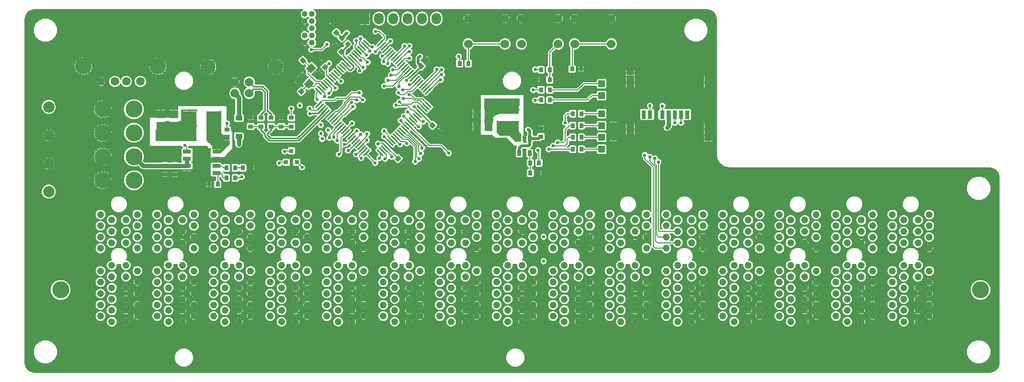
<source format=gbr>
G04 #@! TF.FileFunction,Copper,L1,Top,Signal*
%FSLAX46Y46*%
G04 Gerber Fmt 4.6, Leading zero omitted, Abs format (unit mm)*
G04 Created by KiCad (PCBNEW 4.0.3+e1-6302~38~ubuntu14.04.1-stable) date Wed Sep 28 21:03:55 2016*
%MOMM*%
%LPD*%
G01*
G04 APERTURE LIST*
%ADD10C,0.100000*%
%ADD11R,1.198880X1.198880*%
%ADD12C,1.230000*%
%ADD13C,1.524000*%
%ADD14C,2.700020*%
%ADD15C,3.000000*%
%ADD16C,2.000000*%
%ADD17C,1.501140*%
%ADD18C,2.999740*%
%ADD19R,3.600000X1.500000*%
%ADD20R,0.800100X0.800100*%
%ADD21R,0.700000X1.000000*%
%ADD22R,0.864000X0.787000*%
%ADD23R,0.787000X0.864000*%
%ADD24R,2.350000X5.100000*%
%ADD25R,1.350000X0.750000*%
%ADD26R,3.200000X4.900000*%
%ADD27R,1.220000X0.910000*%
%ADD28R,1.500000X1.400000*%
%ADD29R,1.400000X1.500000*%
%ADD30R,0.800000X1.500000*%
%ADD31R,1.450000X2.000000*%
%ADD32R,1.450000X0.900000*%
%ADD33R,1.727200X2.032000*%
%ADD34O,1.727200X2.032000*%
%ADD35C,1.016000*%
%ADD36C,0.600000*%
%ADD37C,0.150000*%
%ADD38C,0.200000*%
%ADD39C,0.500000*%
%ADD40C,0.250000*%
%ADD41C,0.750000*%
G04 APERTURE END LIST*
D10*
D11*
X155350980Y-89600000D03*
X157449020Y-89600000D03*
X155350980Y-87500000D03*
X157449020Y-87500000D03*
X155350980Y-99100000D03*
X157449020Y-99100000D03*
X155350980Y-97000000D03*
X157449020Y-97000000D03*
X155350980Y-94900000D03*
X157449020Y-94900000D03*
X155350980Y-92800000D03*
X157449020Y-92800000D03*
D12*
X158750000Y-129650000D03*
X156750000Y-128650000D03*
X158750000Y-127650000D03*
X156750000Y-126650000D03*
X158750000Y-125650000D03*
X156750000Y-124650000D03*
X158750000Y-123650000D03*
X156750000Y-122650000D03*
X158750000Y-121650000D03*
X156750000Y-120650000D03*
X158750000Y-119650000D03*
X156750000Y-116650000D03*
X158750000Y-115650000D03*
X156750000Y-114650000D03*
X158750000Y-113650000D03*
X156750000Y-112650000D03*
X158750000Y-111650000D03*
X156750000Y-110650000D03*
X161250000Y-129650000D03*
X163250000Y-128650000D03*
X161250000Y-127650000D03*
X163250000Y-126650000D03*
X161250000Y-125650000D03*
X163250000Y-124650000D03*
X161250000Y-123650000D03*
X163250000Y-122650000D03*
X161250000Y-121650000D03*
X163250000Y-120650000D03*
X161250000Y-119650000D03*
X163250000Y-116650000D03*
X161250000Y-115650000D03*
X163250000Y-114650000D03*
X161250000Y-113650000D03*
X163250000Y-112650000D03*
X161250000Y-111650000D03*
X163250000Y-110650000D03*
X168750000Y-129650000D03*
X166750000Y-128650000D03*
X168750000Y-127650000D03*
X166750000Y-126650000D03*
X168750000Y-125650000D03*
X166750000Y-124650000D03*
X168750000Y-123650000D03*
X166750000Y-122650000D03*
X168750000Y-121650000D03*
X166750000Y-120650000D03*
X168750000Y-119650000D03*
X166750000Y-116650000D03*
X168750000Y-115650000D03*
X166750000Y-114650000D03*
X168750000Y-113650000D03*
X166750000Y-112650000D03*
X168750000Y-111650000D03*
X166750000Y-110650000D03*
X171250000Y-129650000D03*
X173250000Y-128650000D03*
X171250000Y-127650000D03*
X173250000Y-126650000D03*
X171250000Y-125650000D03*
X173250000Y-124650000D03*
X171250000Y-123650000D03*
X173250000Y-122650000D03*
X171250000Y-121650000D03*
X173250000Y-120650000D03*
X171250000Y-119650000D03*
X173250000Y-116650000D03*
X171250000Y-115650000D03*
X173250000Y-114650000D03*
X171250000Y-113650000D03*
X173250000Y-112650000D03*
X171250000Y-111650000D03*
X173250000Y-110650000D03*
X178750000Y-129650000D03*
X176750000Y-128650000D03*
X178750000Y-127650000D03*
X176750000Y-126650000D03*
X178750000Y-125650000D03*
X176750000Y-124650000D03*
X178750000Y-123650000D03*
X176750000Y-122650000D03*
X178750000Y-121650000D03*
X176750000Y-120650000D03*
X178750000Y-119650000D03*
X176750000Y-116650000D03*
X178750000Y-115650000D03*
X176750000Y-114650000D03*
X178750000Y-113650000D03*
X176750000Y-112650000D03*
X178750000Y-111650000D03*
X176750000Y-110650000D03*
X181250000Y-129650000D03*
X183250000Y-128650000D03*
X181250000Y-127650000D03*
X183250000Y-126650000D03*
X181250000Y-125650000D03*
X183250000Y-124650000D03*
X181250000Y-123650000D03*
X183250000Y-122650000D03*
X181250000Y-121650000D03*
X183250000Y-120650000D03*
X181250000Y-119650000D03*
X183250000Y-116650000D03*
X181250000Y-115650000D03*
X183250000Y-114650000D03*
X181250000Y-113650000D03*
X183250000Y-112650000D03*
X181250000Y-111650000D03*
X183250000Y-110650000D03*
X188750000Y-129650000D03*
X186750000Y-128650000D03*
X188750000Y-127650000D03*
X186750000Y-126650000D03*
X188750000Y-125650000D03*
X186750000Y-124650000D03*
X188750000Y-123650000D03*
X186750000Y-122650000D03*
X188750000Y-121650000D03*
X186750000Y-120650000D03*
X188750000Y-119650000D03*
X186750000Y-116650000D03*
X188750000Y-115650000D03*
X186750000Y-114650000D03*
X188750000Y-113650000D03*
X186750000Y-112650000D03*
X188750000Y-111650000D03*
X186750000Y-110650000D03*
X191250000Y-129650000D03*
X193250000Y-128650000D03*
X191250000Y-127650000D03*
X193250000Y-126650000D03*
X191250000Y-125650000D03*
X193250000Y-124650000D03*
X191250000Y-123650000D03*
X193250000Y-122650000D03*
X191250000Y-121650000D03*
X193250000Y-120650000D03*
X191250000Y-119650000D03*
X193250000Y-116650000D03*
X191250000Y-115650000D03*
X193250000Y-114650000D03*
X191250000Y-113650000D03*
X193250000Y-112650000D03*
X191250000Y-111650000D03*
X193250000Y-110650000D03*
X198750000Y-129650000D03*
X196750000Y-128650000D03*
X198750000Y-127650000D03*
X196750000Y-126650000D03*
X198750000Y-125650000D03*
X196750000Y-124650000D03*
X198750000Y-123650000D03*
X196750000Y-122650000D03*
X198750000Y-121650000D03*
X196750000Y-120650000D03*
X198750000Y-119650000D03*
X196750000Y-116650000D03*
X198750000Y-115650000D03*
X196750000Y-114650000D03*
X198750000Y-113650000D03*
X196750000Y-112650000D03*
X198750000Y-111650000D03*
X196750000Y-110650000D03*
X201250000Y-129650000D03*
X203250000Y-128650000D03*
X201250000Y-127650000D03*
X203250000Y-126650000D03*
X201250000Y-125650000D03*
X203250000Y-124650000D03*
X201250000Y-123650000D03*
X203250000Y-122650000D03*
X201250000Y-121650000D03*
X203250000Y-120650000D03*
X201250000Y-119650000D03*
X203250000Y-116650000D03*
X201250000Y-115650000D03*
X203250000Y-114650000D03*
X201250000Y-113650000D03*
X203250000Y-112650000D03*
X201250000Y-111650000D03*
X203250000Y-110650000D03*
X208750000Y-129650000D03*
X206750000Y-128650000D03*
X208750000Y-127650000D03*
X206750000Y-126650000D03*
X208750000Y-125650000D03*
X206750000Y-124650000D03*
X208750000Y-123650000D03*
X206750000Y-122650000D03*
X208750000Y-121650000D03*
X206750000Y-120650000D03*
X208750000Y-119650000D03*
X206750000Y-116650000D03*
X208750000Y-115650000D03*
X206750000Y-114650000D03*
X208750000Y-113650000D03*
X206750000Y-112650000D03*
X208750000Y-111650000D03*
X206750000Y-110650000D03*
X211250000Y-129650000D03*
X213250000Y-128650000D03*
X211250000Y-127650000D03*
X213250000Y-126650000D03*
X211250000Y-125650000D03*
X213250000Y-124650000D03*
X211250000Y-123650000D03*
X213250000Y-122650000D03*
X211250000Y-121650000D03*
X213250000Y-120650000D03*
X211250000Y-119650000D03*
X213250000Y-116650000D03*
X211250000Y-115650000D03*
X213250000Y-114650000D03*
X211250000Y-113650000D03*
X213250000Y-112650000D03*
X211250000Y-111650000D03*
X213250000Y-110650000D03*
D13*
X93040000Y-89200000D03*
X90500000Y-89200000D03*
X90500000Y-87201020D03*
X93040000Y-87201020D03*
D14*
X97769480Y-84501000D03*
X85770520Y-84501000D03*
D15*
X67150000Y-104600000D03*
X72650000Y-104600000D03*
X67150000Y-100400000D03*
X72650000Y-100400000D03*
X67150000Y-96200000D03*
X72650000Y-96200000D03*
X67150000Y-92000000D03*
X72650000Y-92000000D03*
D16*
X57600000Y-106600000D03*
X57600000Y-101600000D03*
X57600000Y-96600000D03*
X57600000Y-91600000D03*
D17*
X66800000Y-87100000D03*
X69300000Y-87100000D03*
X71300000Y-87100000D03*
X73800000Y-87100000D03*
D18*
X63730000Y-84390000D03*
X76870000Y-84390000D03*
D19*
X138900000Y-95125000D03*
X138900000Y-92075000D03*
D10*
G36*
X108846662Y-79401992D02*
X109376992Y-78871662D01*
X109942678Y-79437348D01*
X109412348Y-79967678D01*
X108846662Y-79401992D01*
X108846662Y-79401992D01*
G37*
G36*
X109907322Y-80462652D02*
X110437652Y-79932322D01*
X111003338Y-80498008D01*
X110473008Y-81028338D01*
X109907322Y-80462652D01*
X109907322Y-80462652D01*
G37*
D20*
X99550000Y-101400760D03*
X101450000Y-101400760D03*
X100500000Y-99401780D03*
D13*
X141150000Y-75950000D03*
X147650000Y-75950000D03*
X141150000Y-80450000D03*
X147650000Y-80450000D03*
X150550000Y-75950000D03*
X157050000Y-75950000D03*
X150550000Y-80450000D03*
X157050000Y-80450000D03*
X131750000Y-75950000D03*
X138250000Y-75950000D03*
X131750000Y-80450000D03*
X138250000Y-80450000D03*
D10*
G36*
X113161522Y-79888373D02*
X113373654Y-79676241D01*
X114434314Y-80736901D01*
X114222182Y-80949033D01*
X113161522Y-79888373D01*
X113161522Y-79888373D01*
G37*
G36*
X112807969Y-80241926D02*
X113020101Y-80029794D01*
X114080761Y-81090454D01*
X113868629Y-81302586D01*
X112807969Y-80241926D01*
X112807969Y-80241926D01*
G37*
G36*
X112454416Y-80595480D02*
X112666548Y-80383348D01*
X113727208Y-81444008D01*
X113515076Y-81656140D01*
X112454416Y-80595480D01*
X112454416Y-80595480D01*
G37*
G36*
X112100862Y-80949033D02*
X112312994Y-80736901D01*
X113373654Y-81797561D01*
X113161522Y-82009693D01*
X112100862Y-80949033D01*
X112100862Y-80949033D01*
G37*
G36*
X111747309Y-81302587D02*
X111959441Y-81090455D01*
X113020101Y-82151115D01*
X112807969Y-82363247D01*
X111747309Y-81302587D01*
X111747309Y-81302587D01*
G37*
G36*
X111393756Y-81656140D02*
X111605888Y-81444008D01*
X112666548Y-82504668D01*
X112454416Y-82716800D01*
X111393756Y-81656140D01*
X111393756Y-81656140D01*
G37*
G36*
X111040202Y-82009693D02*
X111252334Y-81797561D01*
X112312994Y-82858221D01*
X112100862Y-83070353D01*
X111040202Y-82009693D01*
X111040202Y-82009693D01*
G37*
G36*
X110686649Y-82363247D02*
X110898781Y-82151115D01*
X111959441Y-83211775D01*
X111747309Y-83423907D01*
X110686649Y-82363247D01*
X110686649Y-82363247D01*
G37*
G36*
X110333095Y-82716800D02*
X110545227Y-82504668D01*
X111605887Y-83565328D01*
X111393755Y-83777460D01*
X110333095Y-82716800D01*
X110333095Y-82716800D01*
G37*
G36*
X109979542Y-83070354D02*
X110191674Y-82858222D01*
X111252334Y-83918882D01*
X111040202Y-84131014D01*
X109979542Y-83070354D01*
X109979542Y-83070354D01*
G37*
G36*
X109625989Y-83423907D02*
X109838121Y-83211775D01*
X110898781Y-84272435D01*
X110686649Y-84484567D01*
X109625989Y-83423907D01*
X109625989Y-83423907D01*
G37*
G36*
X109272435Y-83777460D02*
X109484567Y-83565328D01*
X110545227Y-84625988D01*
X110333095Y-84838120D01*
X109272435Y-83777460D01*
X109272435Y-83777460D01*
G37*
G36*
X108918882Y-84131014D02*
X109131014Y-83918882D01*
X110191674Y-84979542D01*
X109979542Y-85191674D01*
X108918882Y-84131014D01*
X108918882Y-84131014D01*
G37*
G36*
X108565328Y-84484567D02*
X108777460Y-84272435D01*
X109838120Y-85333095D01*
X109625988Y-85545227D01*
X108565328Y-84484567D01*
X108565328Y-84484567D01*
G37*
G36*
X108211775Y-84838121D02*
X108423907Y-84625989D01*
X109484567Y-85686649D01*
X109272435Y-85898781D01*
X108211775Y-84838121D01*
X108211775Y-84838121D01*
G37*
G36*
X107858222Y-85191674D02*
X108070354Y-84979542D01*
X109131014Y-86040202D01*
X108918882Y-86252334D01*
X107858222Y-85191674D01*
X107858222Y-85191674D01*
G37*
G36*
X107504668Y-85545227D02*
X107716800Y-85333095D01*
X108777460Y-86393755D01*
X108565328Y-86605887D01*
X107504668Y-85545227D01*
X107504668Y-85545227D01*
G37*
G36*
X107151115Y-85898781D02*
X107363247Y-85686649D01*
X108423907Y-86747309D01*
X108211775Y-86959441D01*
X107151115Y-85898781D01*
X107151115Y-85898781D01*
G37*
G36*
X106797561Y-86252334D02*
X107009693Y-86040202D01*
X108070353Y-87100862D01*
X107858221Y-87312994D01*
X106797561Y-86252334D01*
X106797561Y-86252334D01*
G37*
G36*
X106444008Y-86605888D02*
X106656140Y-86393756D01*
X107716800Y-87454416D01*
X107504668Y-87666548D01*
X106444008Y-86605888D01*
X106444008Y-86605888D01*
G37*
G36*
X106090455Y-86959441D02*
X106302587Y-86747309D01*
X107363247Y-87807969D01*
X107151115Y-88020101D01*
X106090455Y-86959441D01*
X106090455Y-86959441D01*
G37*
G36*
X105736901Y-87312994D02*
X105949033Y-87100862D01*
X107009693Y-88161522D01*
X106797561Y-88373654D01*
X105736901Y-87312994D01*
X105736901Y-87312994D01*
G37*
G36*
X105383348Y-87666548D02*
X105595480Y-87454416D01*
X106656140Y-88515076D01*
X106444008Y-88727208D01*
X105383348Y-87666548D01*
X105383348Y-87666548D01*
G37*
G36*
X105029794Y-88020101D02*
X105241926Y-87807969D01*
X106302586Y-88868629D01*
X106090454Y-89080761D01*
X105029794Y-88020101D01*
X105029794Y-88020101D01*
G37*
G36*
X104676241Y-88373654D02*
X104888373Y-88161522D01*
X105949033Y-89222182D01*
X105736901Y-89434314D01*
X104676241Y-88373654D01*
X104676241Y-88373654D01*
G37*
G36*
X104888373Y-91838478D02*
X104676241Y-91626346D01*
X105736901Y-90565686D01*
X105949033Y-90777818D01*
X104888373Y-91838478D01*
X104888373Y-91838478D01*
G37*
G36*
X105241926Y-92192031D02*
X105029794Y-91979899D01*
X106090454Y-90919239D01*
X106302586Y-91131371D01*
X105241926Y-92192031D01*
X105241926Y-92192031D01*
G37*
G36*
X105595480Y-92545584D02*
X105383348Y-92333452D01*
X106444008Y-91272792D01*
X106656140Y-91484924D01*
X105595480Y-92545584D01*
X105595480Y-92545584D01*
G37*
G36*
X105949033Y-92899138D02*
X105736901Y-92687006D01*
X106797561Y-91626346D01*
X107009693Y-91838478D01*
X105949033Y-92899138D01*
X105949033Y-92899138D01*
G37*
G36*
X106302587Y-93252691D02*
X106090455Y-93040559D01*
X107151115Y-91979899D01*
X107363247Y-92192031D01*
X106302587Y-93252691D01*
X106302587Y-93252691D01*
G37*
G36*
X106656140Y-93606244D02*
X106444008Y-93394112D01*
X107504668Y-92333452D01*
X107716800Y-92545584D01*
X106656140Y-93606244D01*
X106656140Y-93606244D01*
G37*
G36*
X107009693Y-93959798D02*
X106797561Y-93747666D01*
X107858221Y-92687006D01*
X108070353Y-92899138D01*
X107009693Y-93959798D01*
X107009693Y-93959798D01*
G37*
G36*
X107363247Y-94313351D02*
X107151115Y-94101219D01*
X108211775Y-93040559D01*
X108423907Y-93252691D01*
X107363247Y-94313351D01*
X107363247Y-94313351D01*
G37*
G36*
X107716800Y-94666905D02*
X107504668Y-94454773D01*
X108565328Y-93394113D01*
X108777460Y-93606245D01*
X107716800Y-94666905D01*
X107716800Y-94666905D01*
G37*
G36*
X108070354Y-95020458D02*
X107858222Y-94808326D01*
X108918882Y-93747666D01*
X109131014Y-93959798D01*
X108070354Y-95020458D01*
X108070354Y-95020458D01*
G37*
G36*
X108423907Y-95374011D02*
X108211775Y-95161879D01*
X109272435Y-94101219D01*
X109484567Y-94313351D01*
X108423907Y-95374011D01*
X108423907Y-95374011D01*
G37*
G36*
X108777460Y-95727565D02*
X108565328Y-95515433D01*
X109625988Y-94454773D01*
X109838120Y-94666905D01*
X108777460Y-95727565D01*
X108777460Y-95727565D01*
G37*
G36*
X109131014Y-96081118D02*
X108918882Y-95868986D01*
X109979542Y-94808326D01*
X110191674Y-95020458D01*
X109131014Y-96081118D01*
X109131014Y-96081118D01*
G37*
G36*
X109484567Y-96434672D02*
X109272435Y-96222540D01*
X110333095Y-95161880D01*
X110545227Y-95374012D01*
X109484567Y-96434672D01*
X109484567Y-96434672D01*
G37*
G36*
X109838121Y-96788225D02*
X109625989Y-96576093D01*
X110686649Y-95515433D01*
X110898781Y-95727565D01*
X109838121Y-96788225D01*
X109838121Y-96788225D01*
G37*
G36*
X110191674Y-97141778D02*
X109979542Y-96929646D01*
X111040202Y-95868986D01*
X111252334Y-96081118D01*
X110191674Y-97141778D01*
X110191674Y-97141778D01*
G37*
G36*
X110545227Y-97495332D02*
X110333095Y-97283200D01*
X111393755Y-96222540D01*
X111605887Y-96434672D01*
X110545227Y-97495332D01*
X110545227Y-97495332D01*
G37*
G36*
X110898781Y-97848885D02*
X110686649Y-97636753D01*
X111747309Y-96576093D01*
X111959441Y-96788225D01*
X110898781Y-97848885D01*
X110898781Y-97848885D01*
G37*
G36*
X111252334Y-98202439D02*
X111040202Y-97990307D01*
X112100862Y-96929647D01*
X112312994Y-97141779D01*
X111252334Y-98202439D01*
X111252334Y-98202439D01*
G37*
G36*
X111605888Y-98555992D02*
X111393756Y-98343860D01*
X112454416Y-97283200D01*
X112666548Y-97495332D01*
X111605888Y-98555992D01*
X111605888Y-98555992D01*
G37*
G36*
X111959441Y-98909545D02*
X111747309Y-98697413D01*
X112807969Y-97636753D01*
X113020101Y-97848885D01*
X111959441Y-98909545D01*
X111959441Y-98909545D01*
G37*
G36*
X112312994Y-99263099D02*
X112100862Y-99050967D01*
X113161522Y-97990307D01*
X113373654Y-98202439D01*
X112312994Y-99263099D01*
X112312994Y-99263099D01*
G37*
G36*
X112666548Y-99616652D02*
X112454416Y-99404520D01*
X113515076Y-98343860D01*
X113727208Y-98555992D01*
X112666548Y-99616652D01*
X112666548Y-99616652D01*
G37*
G36*
X113020101Y-99970206D02*
X112807969Y-99758074D01*
X113868629Y-98697414D01*
X114080761Y-98909546D01*
X113020101Y-99970206D01*
X113020101Y-99970206D01*
G37*
G36*
X113373654Y-100323759D02*
X113161522Y-100111627D01*
X114222182Y-99050967D01*
X114434314Y-99263099D01*
X113373654Y-100323759D01*
X113373654Y-100323759D01*
G37*
G36*
X115565686Y-99263099D02*
X115777818Y-99050967D01*
X116838478Y-100111627D01*
X116626346Y-100323759D01*
X115565686Y-99263099D01*
X115565686Y-99263099D01*
G37*
G36*
X115919239Y-98909546D02*
X116131371Y-98697414D01*
X117192031Y-99758074D01*
X116979899Y-99970206D01*
X115919239Y-98909546D01*
X115919239Y-98909546D01*
G37*
G36*
X116272792Y-98555992D02*
X116484924Y-98343860D01*
X117545584Y-99404520D01*
X117333452Y-99616652D01*
X116272792Y-98555992D01*
X116272792Y-98555992D01*
G37*
G36*
X116626346Y-98202439D02*
X116838478Y-97990307D01*
X117899138Y-99050967D01*
X117687006Y-99263099D01*
X116626346Y-98202439D01*
X116626346Y-98202439D01*
G37*
G36*
X116979899Y-97848885D02*
X117192031Y-97636753D01*
X118252691Y-98697413D01*
X118040559Y-98909545D01*
X116979899Y-97848885D01*
X116979899Y-97848885D01*
G37*
G36*
X117333452Y-97495332D02*
X117545584Y-97283200D01*
X118606244Y-98343860D01*
X118394112Y-98555992D01*
X117333452Y-97495332D01*
X117333452Y-97495332D01*
G37*
G36*
X117687006Y-97141779D02*
X117899138Y-96929647D01*
X118959798Y-97990307D01*
X118747666Y-98202439D01*
X117687006Y-97141779D01*
X117687006Y-97141779D01*
G37*
G36*
X118040559Y-96788225D02*
X118252691Y-96576093D01*
X119313351Y-97636753D01*
X119101219Y-97848885D01*
X118040559Y-96788225D01*
X118040559Y-96788225D01*
G37*
G36*
X118394113Y-96434672D02*
X118606245Y-96222540D01*
X119666905Y-97283200D01*
X119454773Y-97495332D01*
X118394113Y-96434672D01*
X118394113Y-96434672D01*
G37*
G36*
X118747666Y-96081118D02*
X118959798Y-95868986D01*
X120020458Y-96929646D01*
X119808326Y-97141778D01*
X118747666Y-96081118D01*
X118747666Y-96081118D01*
G37*
G36*
X119101219Y-95727565D02*
X119313351Y-95515433D01*
X120374011Y-96576093D01*
X120161879Y-96788225D01*
X119101219Y-95727565D01*
X119101219Y-95727565D01*
G37*
G36*
X119454773Y-95374012D02*
X119666905Y-95161880D01*
X120727565Y-96222540D01*
X120515433Y-96434672D01*
X119454773Y-95374012D01*
X119454773Y-95374012D01*
G37*
G36*
X119808326Y-95020458D02*
X120020458Y-94808326D01*
X121081118Y-95868986D01*
X120868986Y-96081118D01*
X119808326Y-95020458D01*
X119808326Y-95020458D01*
G37*
G36*
X120161880Y-94666905D02*
X120374012Y-94454773D01*
X121434672Y-95515433D01*
X121222540Y-95727565D01*
X120161880Y-94666905D01*
X120161880Y-94666905D01*
G37*
G36*
X120515433Y-94313351D02*
X120727565Y-94101219D01*
X121788225Y-95161879D01*
X121576093Y-95374011D01*
X120515433Y-94313351D01*
X120515433Y-94313351D01*
G37*
G36*
X120868986Y-93959798D02*
X121081118Y-93747666D01*
X122141778Y-94808326D01*
X121929646Y-95020458D01*
X120868986Y-93959798D01*
X120868986Y-93959798D01*
G37*
G36*
X121222540Y-93606245D02*
X121434672Y-93394113D01*
X122495332Y-94454773D01*
X122283200Y-94666905D01*
X121222540Y-93606245D01*
X121222540Y-93606245D01*
G37*
G36*
X121576093Y-93252691D02*
X121788225Y-93040559D01*
X122848885Y-94101219D01*
X122636753Y-94313351D01*
X121576093Y-93252691D01*
X121576093Y-93252691D01*
G37*
G36*
X121929647Y-92899138D02*
X122141779Y-92687006D01*
X123202439Y-93747666D01*
X122990307Y-93959798D01*
X121929647Y-92899138D01*
X121929647Y-92899138D01*
G37*
G36*
X122283200Y-92545584D02*
X122495332Y-92333452D01*
X123555992Y-93394112D01*
X123343860Y-93606244D01*
X122283200Y-92545584D01*
X122283200Y-92545584D01*
G37*
G36*
X122636753Y-92192031D02*
X122848885Y-91979899D01*
X123909545Y-93040559D01*
X123697413Y-93252691D01*
X122636753Y-92192031D01*
X122636753Y-92192031D01*
G37*
G36*
X122990307Y-91838478D02*
X123202439Y-91626346D01*
X124263099Y-92687006D01*
X124050967Y-92899138D01*
X122990307Y-91838478D01*
X122990307Y-91838478D01*
G37*
G36*
X123343860Y-91484924D02*
X123555992Y-91272792D01*
X124616652Y-92333452D01*
X124404520Y-92545584D01*
X123343860Y-91484924D01*
X123343860Y-91484924D01*
G37*
G36*
X123697414Y-91131371D02*
X123909546Y-90919239D01*
X124970206Y-91979899D01*
X124758074Y-92192031D01*
X123697414Y-91131371D01*
X123697414Y-91131371D01*
G37*
G36*
X124050967Y-90777818D02*
X124263099Y-90565686D01*
X125323759Y-91626346D01*
X125111627Y-91838478D01*
X124050967Y-90777818D01*
X124050967Y-90777818D01*
G37*
G36*
X124263099Y-89434314D02*
X124050967Y-89222182D01*
X125111627Y-88161522D01*
X125323759Y-88373654D01*
X124263099Y-89434314D01*
X124263099Y-89434314D01*
G37*
G36*
X123909546Y-89080761D02*
X123697414Y-88868629D01*
X124758074Y-87807969D01*
X124970206Y-88020101D01*
X123909546Y-89080761D01*
X123909546Y-89080761D01*
G37*
G36*
X123555992Y-88727208D02*
X123343860Y-88515076D01*
X124404520Y-87454416D01*
X124616652Y-87666548D01*
X123555992Y-88727208D01*
X123555992Y-88727208D01*
G37*
G36*
X123202439Y-88373654D02*
X122990307Y-88161522D01*
X124050967Y-87100862D01*
X124263099Y-87312994D01*
X123202439Y-88373654D01*
X123202439Y-88373654D01*
G37*
G36*
X122848885Y-88020101D02*
X122636753Y-87807969D01*
X123697413Y-86747309D01*
X123909545Y-86959441D01*
X122848885Y-88020101D01*
X122848885Y-88020101D01*
G37*
G36*
X122495332Y-87666548D02*
X122283200Y-87454416D01*
X123343860Y-86393756D01*
X123555992Y-86605888D01*
X122495332Y-87666548D01*
X122495332Y-87666548D01*
G37*
G36*
X122141779Y-87312994D02*
X121929647Y-87100862D01*
X122990307Y-86040202D01*
X123202439Y-86252334D01*
X122141779Y-87312994D01*
X122141779Y-87312994D01*
G37*
G36*
X121788225Y-86959441D02*
X121576093Y-86747309D01*
X122636753Y-85686649D01*
X122848885Y-85898781D01*
X121788225Y-86959441D01*
X121788225Y-86959441D01*
G37*
G36*
X121434672Y-86605887D02*
X121222540Y-86393755D01*
X122283200Y-85333095D01*
X122495332Y-85545227D01*
X121434672Y-86605887D01*
X121434672Y-86605887D01*
G37*
G36*
X121081118Y-86252334D02*
X120868986Y-86040202D01*
X121929646Y-84979542D01*
X122141778Y-85191674D01*
X121081118Y-86252334D01*
X121081118Y-86252334D01*
G37*
G36*
X120727565Y-85898781D02*
X120515433Y-85686649D01*
X121576093Y-84625989D01*
X121788225Y-84838121D01*
X120727565Y-85898781D01*
X120727565Y-85898781D01*
G37*
G36*
X120374012Y-85545227D02*
X120161880Y-85333095D01*
X121222540Y-84272435D01*
X121434672Y-84484567D01*
X120374012Y-85545227D01*
X120374012Y-85545227D01*
G37*
G36*
X120020458Y-85191674D02*
X119808326Y-84979542D01*
X120868986Y-83918882D01*
X121081118Y-84131014D01*
X120020458Y-85191674D01*
X120020458Y-85191674D01*
G37*
G36*
X119666905Y-84838120D02*
X119454773Y-84625988D01*
X120515433Y-83565328D01*
X120727565Y-83777460D01*
X119666905Y-84838120D01*
X119666905Y-84838120D01*
G37*
G36*
X119313351Y-84484567D02*
X119101219Y-84272435D01*
X120161879Y-83211775D01*
X120374011Y-83423907D01*
X119313351Y-84484567D01*
X119313351Y-84484567D01*
G37*
G36*
X118959798Y-84131014D02*
X118747666Y-83918882D01*
X119808326Y-82858222D01*
X120020458Y-83070354D01*
X118959798Y-84131014D01*
X118959798Y-84131014D01*
G37*
G36*
X118606245Y-83777460D02*
X118394113Y-83565328D01*
X119454773Y-82504668D01*
X119666905Y-82716800D01*
X118606245Y-83777460D01*
X118606245Y-83777460D01*
G37*
G36*
X118252691Y-83423907D02*
X118040559Y-83211775D01*
X119101219Y-82151115D01*
X119313351Y-82363247D01*
X118252691Y-83423907D01*
X118252691Y-83423907D01*
G37*
G36*
X117899138Y-83070353D02*
X117687006Y-82858221D01*
X118747666Y-81797561D01*
X118959798Y-82009693D01*
X117899138Y-83070353D01*
X117899138Y-83070353D01*
G37*
G36*
X117545584Y-82716800D02*
X117333452Y-82504668D01*
X118394112Y-81444008D01*
X118606244Y-81656140D01*
X117545584Y-82716800D01*
X117545584Y-82716800D01*
G37*
G36*
X117192031Y-82363247D02*
X116979899Y-82151115D01*
X118040559Y-81090455D01*
X118252691Y-81302587D01*
X117192031Y-82363247D01*
X117192031Y-82363247D01*
G37*
G36*
X116838478Y-82009693D02*
X116626346Y-81797561D01*
X117687006Y-80736901D01*
X117899138Y-80949033D01*
X116838478Y-82009693D01*
X116838478Y-82009693D01*
G37*
G36*
X116484924Y-81656140D02*
X116272792Y-81444008D01*
X117333452Y-80383348D01*
X117545584Y-80595480D01*
X116484924Y-81656140D01*
X116484924Y-81656140D01*
G37*
G36*
X116131371Y-81302586D02*
X115919239Y-81090454D01*
X116979899Y-80029794D01*
X117192031Y-80241926D01*
X116131371Y-81302586D01*
X116131371Y-81302586D01*
G37*
G36*
X115777818Y-80949033D02*
X115565686Y-80736901D01*
X116626346Y-79676241D01*
X116838478Y-79888373D01*
X115777818Y-80949033D01*
X115777818Y-80949033D01*
G37*
D21*
X142650000Y-97200000D03*
X141700000Y-97200000D03*
X140750000Y-97200000D03*
X140750000Y-99800000D03*
X142650000Y-99800000D03*
D12*
X68750000Y-129650000D03*
X66750000Y-128650000D03*
X68750000Y-127650000D03*
X66750000Y-126650000D03*
X68750000Y-125650000D03*
X66750000Y-124650000D03*
X68750000Y-123650000D03*
X66750000Y-122650000D03*
X68750000Y-121650000D03*
X66750000Y-120650000D03*
X68750000Y-119650000D03*
X66750000Y-116650000D03*
X68750000Y-115650000D03*
X66750000Y-114650000D03*
X68750000Y-113650000D03*
X66750000Y-112650000D03*
X68750000Y-111650000D03*
X66750000Y-110650000D03*
X71250000Y-129650000D03*
X73250000Y-128650000D03*
X71250000Y-127650000D03*
X73250000Y-126650000D03*
X71250000Y-125650000D03*
X73250000Y-124650000D03*
X71250000Y-123650000D03*
X73250000Y-122650000D03*
X71250000Y-121650000D03*
X73250000Y-120650000D03*
X71250000Y-119650000D03*
X73250000Y-116650000D03*
X71250000Y-115650000D03*
X73250000Y-114650000D03*
X71250000Y-113650000D03*
X73250000Y-112650000D03*
X71250000Y-111650000D03*
X73250000Y-110650000D03*
X78750000Y-129650000D03*
X76750000Y-128650000D03*
X78750000Y-127650000D03*
X76750000Y-126650000D03*
X78750000Y-125650000D03*
X76750000Y-124650000D03*
X78750000Y-123650000D03*
X76750000Y-122650000D03*
X78750000Y-121650000D03*
X76750000Y-120650000D03*
X78750000Y-119650000D03*
X76750000Y-116650000D03*
X78750000Y-115650000D03*
X76750000Y-114650000D03*
X78750000Y-113650000D03*
X76750000Y-112650000D03*
X78750000Y-111650000D03*
X76750000Y-110650000D03*
X81250000Y-129650000D03*
X83250000Y-128650000D03*
X81250000Y-127650000D03*
X83250000Y-126650000D03*
X81250000Y-125650000D03*
X83250000Y-124650000D03*
X81250000Y-123650000D03*
X83250000Y-122650000D03*
X81250000Y-121650000D03*
X83250000Y-120650000D03*
X81250000Y-119650000D03*
X83250000Y-116650000D03*
X81250000Y-115650000D03*
X83250000Y-114650000D03*
X81250000Y-113650000D03*
X83250000Y-112650000D03*
X81250000Y-111650000D03*
X83250000Y-110650000D03*
X88750000Y-129650000D03*
X86750000Y-128650000D03*
X88750000Y-127650000D03*
X86750000Y-126650000D03*
X88750000Y-125650000D03*
X86750000Y-124650000D03*
X88750000Y-123650000D03*
X86750000Y-122650000D03*
X88750000Y-121650000D03*
X86750000Y-120650000D03*
X88750000Y-119650000D03*
X86750000Y-116650000D03*
X88750000Y-115650000D03*
X86750000Y-114650000D03*
X88750000Y-113650000D03*
X86750000Y-112650000D03*
X88750000Y-111650000D03*
X86750000Y-110650000D03*
X91250000Y-129650000D03*
X93250000Y-128650000D03*
X91250000Y-127650000D03*
X93250000Y-126650000D03*
X91250000Y-125650000D03*
X93250000Y-124650000D03*
X91250000Y-123650000D03*
X93250000Y-122650000D03*
X91250000Y-121650000D03*
X93250000Y-120650000D03*
X91250000Y-119650000D03*
X93250000Y-116650000D03*
X91250000Y-115650000D03*
X93250000Y-114650000D03*
X91250000Y-113650000D03*
X93250000Y-112650000D03*
X91250000Y-111650000D03*
X93250000Y-110650000D03*
X98750000Y-129650000D03*
X96750000Y-128650000D03*
X98750000Y-127650000D03*
X96750000Y-126650000D03*
X98750000Y-125650000D03*
X96750000Y-124650000D03*
X98750000Y-123650000D03*
X96750000Y-122650000D03*
X98750000Y-121650000D03*
X96750000Y-120650000D03*
X98750000Y-119650000D03*
X96750000Y-116650000D03*
X98750000Y-115650000D03*
X96750000Y-114650000D03*
X98750000Y-113650000D03*
X96750000Y-112650000D03*
X98750000Y-111650000D03*
X96750000Y-110650000D03*
X101250000Y-129650000D03*
X103250000Y-128650000D03*
X101250000Y-127650000D03*
X103250000Y-126650000D03*
X101250000Y-125650000D03*
X103250000Y-124650000D03*
X101250000Y-123650000D03*
X103250000Y-122650000D03*
X101250000Y-121650000D03*
X103250000Y-120650000D03*
X101250000Y-119650000D03*
X103250000Y-116650000D03*
X101250000Y-115650000D03*
X103250000Y-114650000D03*
X101250000Y-113650000D03*
X103250000Y-112650000D03*
X101250000Y-111650000D03*
X103250000Y-110650000D03*
X108750000Y-129650000D03*
X106750000Y-128650000D03*
X108750000Y-127650000D03*
X106750000Y-126650000D03*
X108750000Y-125650000D03*
X106750000Y-124650000D03*
X108750000Y-123650000D03*
X106750000Y-122650000D03*
X108750000Y-121650000D03*
X106750000Y-120650000D03*
X108750000Y-119650000D03*
X106750000Y-116650000D03*
X108750000Y-115650000D03*
X106750000Y-114650000D03*
X108750000Y-113650000D03*
X106750000Y-112650000D03*
X108750000Y-111650000D03*
X106750000Y-110650000D03*
X111250000Y-129650000D03*
X113250000Y-128650000D03*
X111250000Y-127650000D03*
X113250000Y-126650000D03*
X111250000Y-125650000D03*
X113250000Y-124650000D03*
X111250000Y-123650000D03*
X113250000Y-122650000D03*
X111250000Y-121650000D03*
X113250000Y-120650000D03*
X111250000Y-119650000D03*
X113250000Y-116650000D03*
X111250000Y-115650000D03*
X113250000Y-114650000D03*
X111250000Y-113650000D03*
X113250000Y-112650000D03*
X111250000Y-111650000D03*
X113250000Y-110650000D03*
X118750000Y-129650000D03*
X116750000Y-128650000D03*
X118750000Y-127650000D03*
X116750000Y-126650000D03*
X118750000Y-125650000D03*
X116750000Y-124650000D03*
X118750000Y-123650000D03*
X116750000Y-122650000D03*
X118750000Y-121650000D03*
X116750000Y-120650000D03*
X118750000Y-119650000D03*
X116750000Y-116650000D03*
X118750000Y-115650000D03*
X116750000Y-114650000D03*
X118750000Y-113650000D03*
X116750000Y-112650000D03*
X118750000Y-111650000D03*
X116750000Y-110650000D03*
X121250000Y-129650000D03*
X123250000Y-128650000D03*
X121250000Y-127650000D03*
X123250000Y-126650000D03*
X121250000Y-125650000D03*
X123250000Y-124650000D03*
X121250000Y-123650000D03*
X123250000Y-122650000D03*
X121250000Y-121650000D03*
X123250000Y-120650000D03*
X121250000Y-119650000D03*
X123250000Y-116650000D03*
X121250000Y-115650000D03*
X123250000Y-114650000D03*
X121250000Y-113650000D03*
X123250000Y-112650000D03*
X121250000Y-111650000D03*
X123250000Y-110650000D03*
X128750000Y-129650000D03*
X126750000Y-128650000D03*
X128750000Y-127650000D03*
X126750000Y-126650000D03*
X128750000Y-125650000D03*
X126750000Y-124650000D03*
X128750000Y-123650000D03*
X126750000Y-122650000D03*
X128750000Y-121650000D03*
X126750000Y-120650000D03*
X128750000Y-119650000D03*
X126750000Y-116650000D03*
X128750000Y-115650000D03*
X126750000Y-114650000D03*
X128750000Y-113650000D03*
X126750000Y-112650000D03*
X128750000Y-111650000D03*
X126750000Y-110650000D03*
X131250000Y-129650000D03*
X133250000Y-128650000D03*
X131250000Y-127650000D03*
X133250000Y-126650000D03*
X131250000Y-125650000D03*
X133250000Y-124650000D03*
X131250000Y-123650000D03*
X133250000Y-122650000D03*
X131250000Y-121650000D03*
X133250000Y-120650000D03*
X131250000Y-119650000D03*
X133250000Y-116650000D03*
X131250000Y-115650000D03*
X133250000Y-114650000D03*
X131250000Y-113650000D03*
X133250000Y-112650000D03*
X131250000Y-111650000D03*
X133250000Y-110650000D03*
X138750000Y-129650000D03*
X136750000Y-128650000D03*
X138750000Y-127650000D03*
X136750000Y-126650000D03*
X138750000Y-125650000D03*
X136750000Y-124650000D03*
X138750000Y-123650000D03*
X136750000Y-122650000D03*
X138750000Y-121650000D03*
X136750000Y-120650000D03*
X138750000Y-119650000D03*
X136750000Y-116650000D03*
X138750000Y-115650000D03*
X136750000Y-114650000D03*
X138750000Y-113650000D03*
X136750000Y-112650000D03*
X138750000Y-111650000D03*
X136750000Y-110650000D03*
X141250000Y-129650000D03*
X143250000Y-128650000D03*
X141250000Y-127650000D03*
X143250000Y-126650000D03*
X141250000Y-125650000D03*
X143250000Y-124650000D03*
X141250000Y-123650000D03*
X143250000Y-122650000D03*
X141250000Y-121650000D03*
X143250000Y-120650000D03*
X141250000Y-119650000D03*
X143250000Y-116650000D03*
X141250000Y-115650000D03*
X143250000Y-114650000D03*
X141250000Y-113650000D03*
X143250000Y-112650000D03*
X141250000Y-111650000D03*
X143250000Y-110650000D03*
X148750000Y-129650000D03*
X146750000Y-128650000D03*
X148750000Y-127650000D03*
X146750000Y-126650000D03*
X148750000Y-125650000D03*
X146750000Y-124650000D03*
X148750000Y-123650000D03*
X146750000Y-122650000D03*
X148750000Y-121650000D03*
X146750000Y-120650000D03*
X148750000Y-119650000D03*
X146750000Y-116650000D03*
X148750000Y-115650000D03*
X146750000Y-114650000D03*
X148750000Y-113650000D03*
X146750000Y-112650000D03*
X148750000Y-111650000D03*
X146750000Y-110650000D03*
X151250000Y-129650000D03*
X153250000Y-128650000D03*
X151250000Y-127650000D03*
X153250000Y-126650000D03*
X151250000Y-125650000D03*
X153250000Y-124650000D03*
X151250000Y-123650000D03*
X153250000Y-122650000D03*
X151250000Y-121650000D03*
X153250000Y-120650000D03*
X151250000Y-119650000D03*
X153250000Y-116650000D03*
X151250000Y-115650000D03*
X153250000Y-114650000D03*
X151250000Y-113650000D03*
X153250000Y-112650000D03*
X151250000Y-111650000D03*
X153250000Y-110650000D03*
D10*
G36*
X118768629Y-100779570D02*
X119379570Y-100168629D01*
X119936063Y-100725122D01*
X119325122Y-101336063D01*
X118768629Y-100779570D01*
X118768629Y-100779570D01*
G37*
G36*
X119863937Y-101874878D02*
X120474878Y-101263937D01*
X121031371Y-101820430D01*
X120420430Y-102431371D01*
X119863937Y-101874878D01*
X119863937Y-101874878D01*
G37*
G36*
X124868629Y-94879570D02*
X125479570Y-94268629D01*
X126036063Y-94825122D01*
X125425122Y-95436063D01*
X124868629Y-94879570D01*
X124868629Y-94879570D01*
G37*
G36*
X125963937Y-95974878D02*
X126574878Y-95363937D01*
X127131371Y-95920430D01*
X126520430Y-96531371D01*
X125963937Y-95974878D01*
X125963937Y-95974878D01*
G37*
G36*
X107031371Y-84520430D02*
X106420430Y-85131371D01*
X105863937Y-84574878D01*
X106474878Y-83963937D01*
X107031371Y-84520430D01*
X107031371Y-84520430D01*
G37*
G36*
X105936063Y-83425122D02*
X105325122Y-84036063D01*
X104768629Y-83479570D01*
X105379570Y-82868629D01*
X105936063Y-83425122D01*
X105936063Y-83425122D01*
G37*
G36*
X123479570Y-84931371D02*
X122868629Y-84320430D01*
X123425122Y-83763937D01*
X124036063Y-84374878D01*
X123479570Y-84931371D01*
X123479570Y-84931371D01*
G37*
G36*
X124574878Y-83836063D02*
X123963937Y-83225122D01*
X124520430Y-82668629D01*
X125131371Y-83279570D01*
X124574878Y-83836063D01*
X124574878Y-83836063D01*
G37*
G36*
X109006371Y-78395430D02*
X108395430Y-79006371D01*
X107838937Y-78449878D01*
X108449878Y-77838937D01*
X109006371Y-78395430D01*
X109006371Y-78395430D01*
G37*
G36*
X107911063Y-77300122D02*
X107300122Y-77911063D01*
X106743629Y-77354570D01*
X107354570Y-76743629D01*
X107911063Y-77300122D01*
X107911063Y-77300122D01*
G37*
G36*
X109931371Y-81795430D02*
X109320430Y-82406371D01*
X108763937Y-81849878D01*
X109374878Y-81238937D01*
X109931371Y-81795430D01*
X109931371Y-81795430D01*
G37*
G36*
X108836063Y-80700122D02*
X108225122Y-81311063D01*
X107668629Y-80754570D01*
X108279570Y-80143629D01*
X108836063Y-80700122D01*
X108836063Y-80700122D01*
G37*
G36*
X102831371Y-88820430D02*
X102220430Y-89431371D01*
X101663937Y-88874878D01*
X102274878Y-88263937D01*
X102831371Y-88820430D01*
X102831371Y-88820430D01*
G37*
G36*
X101736063Y-87725122D02*
X101125122Y-88336063D01*
X100568629Y-87779570D01*
X101179570Y-87168629D01*
X101736063Y-87725122D01*
X101736063Y-87725122D01*
G37*
G36*
X102520430Y-82768629D02*
X103131371Y-83379570D01*
X102574878Y-83936063D01*
X101963937Y-83325122D01*
X102520430Y-82768629D01*
X102520430Y-82768629D01*
G37*
G36*
X101425122Y-83863937D02*
X102036063Y-84474878D01*
X101479570Y-85031371D01*
X100868629Y-84420430D01*
X101425122Y-83863937D01*
X101425122Y-83863937D01*
G37*
D22*
X95100000Y-93525500D03*
X95100000Y-95074500D03*
X96900000Y-93525500D03*
X96900000Y-95074500D03*
D23*
X146174500Y-86800000D03*
X144625500Y-86800000D03*
X150125500Y-84900000D03*
X151674500Y-84900000D03*
X150225500Y-99100000D03*
X151774500Y-99100000D03*
X150225500Y-97000000D03*
X151774500Y-97000000D03*
X150225500Y-94900000D03*
X151774500Y-94900000D03*
X150225500Y-92800000D03*
X151774500Y-92800000D03*
X144625500Y-90400000D03*
X146174500Y-90400000D03*
X144625500Y-88600000D03*
X146174500Y-88600000D03*
X131774500Y-83900000D03*
X130225500Y-83900000D03*
X146174500Y-85000000D03*
X144625500Y-85000000D03*
D22*
X144600000Y-96874500D03*
X144600000Y-95325500D03*
D23*
X144274500Y-101500000D03*
X142725500Y-101500000D03*
X142725500Y-103300000D03*
X144274500Y-103300000D03*
D22*
X79900000Y-102025500D03*
X79900000Y-103574500D03*
X78100000Y-102025500D03*
X78100000Y-103574500D03*
D23*
X89025500Y-102400000D03*
X90574500Y-102400000D03*
D22*
X89100000Y-95625500D03*
X89100000Y-97174500D03*
D24*
X86675000Y-94900000D03*
X82525000Y-94900000D03*
D23*
X91925500Y-102400000D03*
X93474500Y-102400000D03*
X90574500Y-104200000D03*
X89025500Y-104200000D03*
X87474500Y-105300000D03*
X85925500Y-105300000D03*
D25*
X81975000Y-99495000D03*
X81975000Y-100765000D03*
X81975000Y-102035000D03*
X81975000Y-103305000D03*
X87225000Y-103305000D03*
X87225000Y-102035000D03*
X87225000Y-100765000D03*
X87225000Y-99495000D03*
D26*
X84600000Y-101400000D03*
D10*
G36*
X103552512Y-88398097D02*
X102703984Y-87549569D01*
X103693934Y-86559619D01*
X104542462Y-87408147D01*
X103552512Y-88398097D01*
X103552512Y-88398097D01*
G37*
G36*
X105108147Y-86842462D02*
X104259619Y-85993934D01*
X105249569Y-85003984D01*
X106098097Y-85852512D01*
X105108147Y-86842462D01*
X105108147Y-86842462D01*
G37*
G36*
X103906066Y-85640381D02*
X103057538Y-84791853D01*
X104047488Y-83801903D01*
X104896016Y-84650431D01*
X103906066Y-85640381D01*
X103906066Y-85640381D01*
G37*
G36*
X102350431Y-87196016D02*
X101501903Y-86347488D01*
X102491853Y-85357538D01*
X103340381Y-86206066D01*
X102350431Y-87196016D01*
X102350431Y-87196016D01*
G37*
D27*
X91200000Y-96835000D03*
X91200000Y-93565000D03*
D28*
X77400000Y-94925000D03*
X77400000Y-92875000D03*
X79700000Y-94925000D03*
X79700000Y-92875000D03*
D29*
X135325000Y-95100000D03*
X133275000Y-95100000D03*
X135325000Y-92800000D03*
X133275000Y-92800000D03*
D30*
X170500000Y-92950000D03*
X169400000Y-92950000D03*
X168300000Y-92950000D03*
X167200000Y-92950000D03*
X166100000Y-92950000D03*
X165000000Y-92950000D03*
X163900000Y-92950000D03*
X162800000Y-92950000D03*
D31*
X160425000Y-87250000D03*
X174175000Y-87250000D03*
X160425000Y-95550000D03*
X174175000Y-95550000D03*
D32*
X174175000Y-97250000D03*
X160425000Y-85550000D03*
D15*
X59700000Y-124000000D03*
X222300000Y-124000000D03*
D22*
X98700000Y-95074500D03*
X98700000Y-93525500D03*
X93300000Y-95074500D03*
X93300000Y-93525500D03*
X100500000Y-95074500D03*
X100500000Y-93525500D03*
D33*
X113450000Y-76000000D03*
D34*
X115990000Y-76000000D03*
X118530000Y-76000000D03*
X121070000Y-76000000D03*
X123610000Y-76000000D03*
X126150000Y-76000000D03*
D35*
X102865000Y-75160000D03*
X104135000Y-75160000D03*
X102865000Y-76430000D03*
X104135000Y-76430000D03*
X102865000Y-77700000D03*
X104135000Y-77700000D03*
X102865000Y-78970000D03*
X104135000Y-78970000D03*
X102865000Y-80240000D03*
X104135000Y-80240000D03*
D36*
X116575000Y-82600000D03*
X107150000Y-83900000D03*
X144100000Y-99275000D03*
X143575000Y-90450000D03*
X143600000Y-84975000D03*
X130075000Y-82700000D03*
X123225000Y-82650000D03*
X110300000Y-78500000D03*
X102375000Y-102300000D03*
X139900000Y-90500000D03*
X138300000Y-90500000D03*
X136800000Y-90500000D03*
X135300000Y-90500000D03*
X166900000Y-95250000D03*
X103800000Y-92800000D03*
X120875000Y-86925000D03*
X122225000Y-91575000D03*
X115800000Y-98125000D03*
X112025000Y-95875000D03*
X162100000Y-85275000D03*
X162025000Y-87750000D03*
X160275000Y-92475000D03*
X162175000Y-95875000D03*
X164700000Y-99700000D03*
X174200000Y-99775000D03*
X172225000Y-85050000D03*
X174200000Y-82600000D03*
X142350000Y-95600000D03*
X91200000Y-98225000D03*
X91700000Y-104000000D03*
X80500000Y-96500000D03*
X79500000Y-97250000D03*
X78250000Y-97250000D03*
X77000000Y-97250000D03*
X145075000Y-114600000D03*
X145075000Y-118925000D03*
X143250000Y-88600000D03*
X106375000Y-89775000D03*
X105050000Y-90300000D03*
X102000000Y-91350000D03*
X103725000Y-91900000D03*
X109250000Y-87075000D03*
X98350000Y-101575000D03*
X119825000Y-94000000D03*
X100500000Y-91900000D03*
X99300000Y-99500000D03*
X115300000Y-101525000D03*
X116050000Y-100650000D03*
X117075000Y-100800000D03*
X118200000Y-100425000D03*
X116925000Y-96875000D03*
X116925000Y-95900000D03*
X119700000Y-98225000D03*
X120900000Y-98050000D03*
X113875000Y-96375000D03*
X113850000Y-97500000D03*
X112800000Y-100675000D03*
X111900000Y-99975000D03*
X111175000Y-94525000D03*
X108625000Y-97575000D03*
X108025000Y-97000000D03*
X107200000Y-97075000D03*
X110500000Y-99350000D03*
X112750000Y-96500000D03*
X109825000Y-98250000D03*
X108900000Y-100025000D03*
X113200000Y-84575000D03*
X112600000Y-85175000D03*
X108275000Y-88250000D03*
X107175000Y-89175000D03*
X112700000Y-83375000D03*
X113950000Y-83700000D03*
X115375000Y-81825000D03*
X117950000Y-79975000D03*
X122375000Y-101300000D03*
X123050000Y-100800000D03*
X123600000Y-98900000D03*
X123350000Y-99825000D03*
X120350000Y-93250000D03*
X123000000Y-95075000D03*
X121025000Y-92500000D03*
X123800000Y-94200000D03*
X162975000Y-100150000D03*
X148900000Y-94425000D03*
X111425000Y-91575000D03*
X147575000Y-97925000D03*
X163850000Y-100425000D03*
X111100000Y-90825000D03*
X164750000Y-100700000D03*
X146750000Y-98525000D03*
X112025000Y-90400000D03*
X165375000Y-101350000D03*
X145975000Y-99100000D03*
X113100000Y-90350000D03*
X107000000Y-95725000D03*
X118975000Y-91325000D03*
X105925000Y-97250000D03*
X119625000Y-90700000D03*
X120250000Y-90075000D03*
X105700000Y-96325000D03*
X105725000Y-94800000D03*
X121300000Y-89425000D03*
X119425000Y-89100000D03*
X120150000Y-88550000D03*
X119475000Y-88000000D03*
X121375000Y-87625000D03*
X128300000Y-99800000D03*
X112525000Y-89125000D03*
X116825000Y-83625000D03*
X117550000Y-83950000D03*
X116900000Y-87900000D03*
X117525000Y-86850000D03*
X118075000Y-85950000D03*
X118425000Y-85000000D03*
X121350000Y-82975000D03*
X121350000Y-81775000D03*
X121375000Y-80800000D03*
X120500000Y-80825000D03*
X81700000Y-98400000D03*
X89100000Y-94500000D03*
X126175000Y-84950000D03*
X169400000Y-94425000D03*
X126900000Y-86775000D03*
X168275000Y-94425000D03*
X127050000Y-85000000D03*
X166100000Y-91425000D03*
X127075000Y-85900000D03*
X163900000Y-91400000D03*
X112700000Y-79500000D03*
X111950000Y-79875000D03*
X114800000Y-81000000D03*
X106775000Y-80525000D03*
X104000000Y-81450000D03*
X115350000Y-78225000D03*
X114325000Y-81750000D03*
X113775000Y-82400000D03*
D37*
X117262742Y-98626703D02*
X119352346Y-100716307D01*
X119352346Y-100716307D02*
X119352346Y-100752346D01*
D38*
X117616295Y-81726851D02*
X116743146Y-82600000D01*
X116743146Y-82600000D02*
X116575000Y-82600000D01*
X106447654Y-84547654D02*
X106502346Y-84547654D01*
X106502346Y-84547654D02*
X107150000Y-83900000D01*
D37*
X144274500Y-101500000D02*
X144274500Y-99449500D01*
X144274500Y-99449500D02*
X144100000Y-99275000D01*
X144625500Y-90400000D02*
X143625000Y-90400000D01*
X143625000Y-90400000D02*
X143575000Y-90450000D01*
X144625500Y-85000000D02*
X143625000Y-85000000D01*
X143625000Y-85000000D02*
X143600000Y-84975000D01*
X130225500Y-83900000D02*
X130225500Y-82850500D01*
X130225500Y-82850500D02*
X130075000Y-82700000D01*
D39*
X123452346Y-84347654D02*
X122925000Y-83820308D01*
X122925000Y-82950000D02*
X123225000Y-82650000D01*
X122925000Y-83820308D02*
X122925000Y-82950000D01*
D40*
X123273149Y-92616295D02*
X125452346Y-94795492D01*
X125452346Y-94795492D02*
X125452346Y-94852346D01*
D39*
X109394670Y-79419670D02*
X110300000Y-78514340D01*
X110300000Y-78514340D02*
X110300000Y-78500000D01*
D37*
X101450000Y-101400760D02*
X101475760Y-101400760D01*
X101475760Y-101400760D02*
X102375000Y-102300000D01*
X135325000Y-92800000D02*
X135325000Y-90525000D01*
X136800000Y-90500000D02*
X138300000Y-90500000D01*
X135325000Y-90525000D02*
X135300000Y-90500000D01*
D41*
X167200000Y-92950000D02*
X167200000Y-94950000D01*
X167200000Y-94950000D02*
X166900000Y-95250000D01*
D40*
X109394670Y-79419670D02*
X108422654Y-78447654D01*
X108422654Y-78447654D02*
X108422654Y-78422654D01*
X121858936Y-85969491D02*
X123452346Y-84376081D01*
X123452346Y-84376081D02*
X123452346Y-84347654D01*
D38*
X107433957Y-86676598D02*
X106700000Y-85942641D01*
X106700000Y-85942641D02*
X106700000Y-84800000D01*
X106700000Y-84800000D02*
X106447654Y-84547654D01*
D40*
X106019744Y-91909188D02*
X105228932Y-92700000D01*
X103900000Y-92700000D02*
X103800000Y-92800000D01*
X105228932Y-92700000D02*
X103900000Y-92700000D01*
D37*
X121858936Y-85969491D02*
X120903427Y-86925000D01*
X120903427Y-86925000D02*
X120875000Y-86925000D01*
X123273149Y-92616295D02*
X122231854Y-91575000D01*
X122231854Y-91575000D02*
X122225000Y-91575000D01*
X117262742Y-98626703D02*
X116636039Y-98000000D01*
X115925000Y-98000000D02*
X115800000Y-98125000D01*
X116636039Y-98000000D02*
X115925000Y-98000000D01*
X110969491Y-96858936D02*
X111953427Y-95875000D01*
X111953427Y-95875000D02*
X112025000Y-95875000D01*
X123273149Y-92673149D02*
X123273149Y-92616295D01*
X117262742Y-98637742D02*
X117262742Y-98626703D01*
D39*
X142650000Y-97200000D02*
X142650000Y-95900000D01*
X142650000Y-95900000D02*
X142350000Y-95600000D01*
D41*
X91200000Y-96835000D02*
X91200000Y-98225000D01*
D37*
X90574500Y-104200000D02*
X91500000Y-104200000D01*
X91500000Y-104200000D02*
X91700000Y-104000000D01*
X77400000Y-94925000D02*
X77400000Y-96850000D01*
X79500000Y-97250000D02*
X78250000Y-97250000D01*
X77400000Y-96850000D02*
X77000000Y-97250000D01*
D39*
X140750000Y-99800000D02*
X140750000Y-98950000D01*
X142650000Y-98300000D02*
X142650000Y-97200000D01*
X142475000Y-98475000D02*
X142650000Y-98300000D01*
X141225000Y-98475000D02*
X142475000Y-98475000D01*
X140750000Y-98950000D02*
X141225000Y-98475000D01*
X142650000Y-97200000D02*
X144274500Y-97200000D01*
X144274500Y-97200000D02*
X144600000Y-96874500D01*
D37*
X142650000Y-99800000D02*
X142650000Y-101424500D01*
X142650000Y-101424500D02*
X142725500Y-101500000D01*
X142725500Y-101500000D02*
X142725500Y-103300000D01*
X143250000Y-88600000D02*
X144625500Y-88600000D01*
D41*
X78100000Y-102025500D02*
X74275500Y-102025500D01*
X81975000Y-102035000D02*
X81975000Y-100765000D01*
X74275500Y-102025500D02*
X72650000Y-100400000D01*
X81975000Y-102035000D02*
X79909500Y-102035000D01*
X79909500Y-102035000D02*
X79900000Y-102025500D01*
X79900000Y-102025500D02*
X78100000Y-102025500D01*
D37*
X106400000Y-89178175D02*
X105666190Y-88444365D01*
X106400000Y-89750000D02*
X106400000Y-89178175D01*
X106375000Y-89775000D02*
X106400000Y-89750000D01*
X104900000Y-89210555D02*
X105312637Y-88797918D01*
X104900000Y-90150000D02*
X104900000Y-89210555D01*
X105050000Y-90300000D02*
X104900000Y-90150000D01*
X150550000Y-80450000D02*
X157050000Y-80450000D01*
X150125500Y-84900000D02*
X150125500Y-80874500D01*
X150125500Y-80874500D02*
X150550000Y-80450000D01*
X104971825Y-92250000D02*
X105666190Y-91555635D01*
X103725000Y-91900000D02*
X104075000Y-92250000D01*
X104075000Y-92250000D02*
X104971825Y-92250000D01*
X103623223Y-87478858D02*
X102254427Y-88847654D01*
X102254427Y-88847654D02*
X102247654Y-88847654D01*
X106019744Y-88090812D02*
X105428932Y-87500000D01*
X104144365Y-88000000D02*
X103623223Y-87478858D01*
X104400000Y-88000000D02*
X104144365Y-88000000D01*
X104900000Y-87500000D02*
X104400000Y-88000000D01*
X105428932Y-87500000D02*
X104900000Y-87500000D01*
X103976777Y-84721142D02*
X102607981Y-83352346D01*
X102607981Y-83352346D02*
X102547654Y-83352346D01*
X106373297Y-87737258D02*
X105736039Y-87100000D01*
X103400000Y-85297919D02*
X103976777Y-84721142D01*
X103400000Y-85700000D02*
X103400000Y-85297919D01*
X104800000Y-87100000D02*
X103400000Y-85700000D01*
X105736039Y-87100000D02*
X104800000Y-87100000D01*
D40*
X96764054Y-97135000D02*
X101550537Y-97135000D01*
X101550537Y-97135000D02*
X106226149Y-92459388D01*
X106226149Y-92459388D02*
X106226149Y-92438188D01*
X106226149Y-92438188D02*
X106373297Y-92291040D01*
X106373297Y-92291040D02*
X106373297Y-92262742D01*
X96215000Y-96585946D02*
X96764054Y-97135000D01*
X96900000Y-95074500D02*
X96900000Y-95722500D01*
X96900000Y-95722500D02*
X96215000Y-96407500D01*
X96215000Y-96407500D02*
X96215000Y-96585946D01*
D37*
X96900000Y-95074500D02*
X98700000Y-95074500D01*
X98700000Y-95074500D02*
X100500000Y-95074500D01*
D40*
X96900000Y-95113000D02*
X96900000Y-95074500D01*
X96585946Y-97565000D02*
X101728647Y-97565000D01*
X106530204Y-92763443D02*
X106551404Y-92763443D01*
X101728647Y-97565000D02*
X106530204Y-92763443D01*
X106551404Y-92763443D02*
X106698552Y-92616295D01*
X106698552Y-92616295D02*
X106726851Y-92616295D01*
X95785000Y-96764054D02*
X96585946Y-97565000D01*
X95100000Y-95074500D02*
X95100000Y-95722500D01*
X95100000Y-95722500D02*
X95785000Y-96407500D01*
X95785000Y-96407500D02*
X95785000Y-96764054D01*
D37*
X93300000Y-95074500D02*
X95100000Y-95074500D01*
D40*
X95100000Y-95113000D02*
X95100000Y-95074500D01*
D37*
X109250000Y-87075000D02*
X108144491Y-85969491D01*
X108144491Y-85969491D02*
X108141064Y-85969491D01*
X146174500Y-85000000D02*
X146174500Y-86800000D01*
X146174500Y-85000000D02*
X146174500Y-81925500D01*
X146174500Y-81925500D02*
X147650000Y-80450000D01*
D40*
X109347654Y-81822654D02*
X110455330Y-80714978D01*
X110455330Y-80714978D02*
X110455330Y-80480330D01*
X110615938Y-83494618D02*
X109725000Y-82603680D01*
X109725000Y-82200000D02*
X109347654Y-81822654D01*
X109725000Y-82603680D02*
X109725000Y-82200000D01*
X110615938Y-83494618D02*
X111475000Y-84353680D01*
X110807107Y-85100000D02*
X109908831Y-84201724D01*
X110975000Y-85100000D02*
X110807107Y-85100000D01*
X111475000Y-84600000D02*
X110975000Y-85100000D01*
X111475000Y-84353680D02*
X111475000Y-84600000D01*
D37*
X146174500Y-90400000D02*
X152800000Y-90400000D01*
X153600000Y-89600000D02*
X155350980Y-89600000D01*
X152800000Y-90400000D02*
X153600000Y-89600000D01*
X146174500Y-88600000D02*
X151100000Y-88600000D01*
X152200000Y-87500000D02*
X155350980Y-87500000D01*
X151100000Y-88600000D02*
X152200000Y-87500000D01*
X151774500Y-99100000D02*
X155350980Y-99100000D01*
X151774500Y-97000000D02*
X155350980Y-97000000D01*
X151774500Y-94900000D02*
X155350980Y-94900000D01*
X151774500Y-92800000D02*
X155350980Y-92800000D01*
D40*
X95100000Y-93525500D02*
X95100000Y-92877500D01*
X95100000Y-92877500D02*
X95785000Y-92192500D01*
X95785000Y-92192500D02*
X95785000Y-88964054D01*
X95785000Y-88964054D02*
X95236455Y-88415509D01*
X95236455Y-88415509D02*
X93824491Y-88415509D01*
X93824491Y-88415509D02*
X93040000Y-89200000D01*
X96900000Y-92877500D02*
X96215000Y-92192500D01*
X96215000Y-92192500D02*
X96215000Y-88785946D01*
X96215000Y-88785946D02*
X95414565Y-87985511D01*
X96900000Y-93525500D02*
X96900000Y-92877500D01*
X95414565Y-87985511D02*
X93824491Y-87985511D01*
X93824491Y-87985511D02*
X93040000Y-87201020D01*
D37*
X99550000Y-101400760D02*
X98524240Y-101400760D01*
X98524240Y-101400760D02*
X98350000Y-101575000D01*
X119825000Y-94117893D02*
X120798276Y-95091169D01*
X119825000Y-94000000D02*
X119825000Y-94117893D01*
X100500000Y-93525500D02*
X100500000Y-91900000D01*
X99398220Y-99401780D02*
X100500000Y-99401780D01*
X99300000Y-99500000D02*
X99398220Y-99401780D01*
X115300000Y-101525000D02*
X113797918Y-100022918D01*
X113797918Y-100022918D02*
X113797918Y-99687363D01*
X116202082Y-100497918D02*
X116202082Y-99687363D01*
X116050000Y-100650000D02*
X116202082Y-100497918D01*
X117325000Y-100103175D02*
X116555635Y-99333810D01*
X117325000Y-100550000D02*
X117325000Y-100103175D01*
X117075000Y-100800000D02*
X117325000Y-100550000D01*
X131774500Y-83900000D02*
X131750000Y-83875500D01*
X131750000Y-83875500D02*
X131750000Y-80450000D01*
X131750000Y-80450000D02*
X138250000Y-80450000D01*
X118200000Y-100271068D02*
X116909188Y-98980256D01*
X118200000Y-100425000D02*
X118200000Y-100271068D01*
X116925000Y-96875000D02*
X117969596Y-97919596D01*
X117969596Y-97919596D02*
X117969848Y-97919596D01*
X118323402Y-97566043D02*
X117525000Y-96767641D01*
X117525000Y-96500000D02*
X116925000Y-95900000D01*
X117525000Y-96767641D02*
X117525000Y-96500000D01*
X119700000Y-98225000D02*
X118687489Y-97212489D01*
X118687489Y-97212489D02*
X118676955Y-97212489D01*
X119871573Y-97700000D02*
X119030509Y-96858936D01*
X120550000Y-97700000D02*
X119871573Y-97700000D01*
X120625000Y-97775000D02*
X120550000Y-97700000D01*
X120900000Y-98050000D02*
X120625000Y-97775000D01*
X113875000Y-96375000D02*
X113875000Y-96675000D01*
X113875000Y-96675000D02*
X113325000Y-97225000D01*
X113325000Y-97225000D02*
X113325000Y-97331854D01*
X113325000Y-97331854D02*
X112383705Y-98273149D01*
X113850000Y-97500000D02*
X112737258Y-98612742D01*
X112737258Y-98612742D02*
X112737258Y-98626703D01*
X113444365Y-99333810D02*
X112600000Y-100178175D01*
X112600000Y-100475000D02*
X112600000Y-100178175D01*
X112800000Y-100675000D02*
X112600000Y-100475000D01*
X111900000Y-99975000D02*
X112096068Y-99975000D01*
X112096068Y-99975000D02*
X113090812Y-98980256D01*
X111175000Y-94525000D02*
X109908831Y-95791169D01*
X109908831Y-95791169D02*
X109908831Y-95798276D01*
X108625000Y-96375000D02*
X109555278Y-95444722D01*
X108625000Y-97225000D02*
X108625000Y-96375000D01*
X108625000Y-97575000D02*
X108625000Y-97225000D01*
X108025000Y-96267893D02*
X109201724Y-95091169D01*
X108025000Y-97000000D02*
X108025000Y-96267893D01*
X108075000Y-95510786D02*
X108848171Y-94737615D01*
X108075000Y-95725000D02*
X108075000Y-95510786D01*
X107200000Y-96600000D02*
X108075000Y-95725000D01*
X107200000Y-97075000D02*
X107200000Y-96600000D01*
X108862385Y-94737615D02*
X108848171Y-94737615D01*
X110599748Y-99350000D02*
X112030152Y-97919596D01*
X110500000Y-99350000D02*
X110599748Y-99350000D01*
X112750000Y-96500000D02*
X111683957Y-97566043D01*
X111683957Y-97566043D02*
X111676598Y-97566043D01*
X110285534Y-98250000D02*
X111323045Y-97212489D01*
X109825000Y-98250000D02*
X110285534Y-98250000D01*
X111362511Y-97212489D02*
X111323045Y-97212489D01*
X109250000Y-97164214D02*
X109250000Y-99675000D01*
X109250000Y-99675000D02*
X108900000Y-100025000D01*
X109250000Y-97164214D02*
X110262385Y-96151829D01*
X110223171Y-96151829D02*
X110262385Y-96151829D01*
X113110534Y-84575000D02*
X111323045Y-82787511D01*
X113200000Y-84575000D02*
X113110534Y-84575000D01*
X112600000Y-84771573D02*
X110969491Y-83141064D01*
X112600000Y-85175000D02*
X112600000Y-84771573D01*
X108275000Y-88250000D02*
X107080404Y-87055404D01*
X107080404Y-87055404D02*
X107080404Y-87030152D01*
X107175000Y-89175000D02*
X107575000Y-88775000D01*
X107575000Y-88775000D02*
X107575000Y-88231854D01*
X107575000Y-88231854D02*
X106726851Y-87383705D01*
X112617641Y-83375000D02*
X111676598Y-82433957D01*
X112700000Y-83375000D02*
X112617641Y-83375000D01*
X113950000Y-83700000D02*
X113075000Y-82825000D01*
X113075000Y-82825000D02*
X112774748Y-82825000D01*
X112030152Y-82080404D02*
X112774748Y-82825000D01*
X115375000Y-81825000D02*
X116533810Y-80666190D01*
X116533810Y-80666190D02*
X116555635Y-80666190D01*
X117950000Y-79975000D02*
X116909188Y-81015812D01*
X116909188Y-81015812D02*
X116909188Y-81019744D01*
X120178680Y-97300000D02*
X119384062Y-96505382D01*
X121025000Y-97300000D02*
X120178680Y-97300000D01*
X122375000Y-98650000D02*
X121025000Y-97300000D01*
X122375000Y-101300000D02*
X122375000Y-98650000D01*
X120585784Y-96999998D02*
X119737615Y-96151829D01*
X121149264Y-96999998D02*
X120585784Y-96999998D01*
X122675002Y-98525736D02*
X121149264Y-96999998D01*
X122675002Y-100425002D02*
X122675002Y-98525736D01*
X123050000Y-100800000D02*
X122675002Y-100425002D01*
X123600000Y-98900000D02*
X123600000Y-98602202D01*
X120444722Y-95446924D02*
X123600000Y-98602202D01*
X120444722Y-95446924D02*
X120444722Y-95444722D01*
X120917893Y-96625000D02*
X120091169Y-95798276D01*
X121198532Y-96625000D02*
X120917893Y-96625000D01*
X122975004Y-98401472D02*
X121198532Y-96625000D01*
X122975004Y-99450004D02*
X122975004Y-98401472D01*
X123350000Y-99825000D02*
X122975004Y-99450004D01*
X120350000Y-93250000D02*
X121484062Y-94384062D01*
X121484062Y-94384062D02*
X121505382Y-94384062D01*
X122903427Y-95075000D02*
X121858936Y-94030509D01*
X123000000Y-95075000D02*
X122903427Y-95075000D01*
X121025000Y-92500000D02*
X122201955Y-93676955D01*
X122201955Y-93676955D02*
X122212489Y-93676955D01*
X123442641Y-94200000D02*
X122566043Y-93323402D01*
X123800000Y-94200000D02*
X123442641Y-94200000D01*
X162975000Y-100150000D02*
X162975000Y-100748532D01*
X150225500Y-92800000D02*
X149275000Y-92800000D01*
X148900000Y-93175000D02*
X148900000Y-94425000D01*
X149275000Y-92800000D02*
X148900000Y-93175000D01*
X164850000Y-116650000D02*
X166750000Y-116650000D01*
X164474994Y-116274994D02*
X164850000Y-116650000D01*
X164474994Y-102248526D02*
X164474994Y-116274994D01*
X162975000Y-100748532D02*
X164474994Y-102248526D01*
X150225500Y-92800000D02*
X149950000Y-92800000D01*
X111425000Y-91575000D02*
X109900000Y-93100000D01*
X109900000Y-93100000D02*
X109700000Y-93100000D01*
X109700000Y-93100000D02*
X109275000Y-93525000D01*
X109275000Y-93525000D02*
X109275000Y-93603680D01*
X109275000Y-93603680D02*
X108494618Y-94384062D01*
X108465938Y-94384062D02*
X108494618Y-94384062D01*
X149625000Y-94900000D02*
X148850000Y-95675000D01*
X148850000Y-95675000D02*
X148850000Y-97550000D01*
X148850000Y-97550000D02*
X148475000Y-97925000D01*
X148475000Y-97925000D02*
X147575000Y-97925000D01*
X150225500Y-94900000D02*
X149625000Y-94900000D01*
X165200000Y-115650000D02*
X168750000Y-115650000D01*
X164774996Y-115224996D02*
X165200000Y-115650000D01*
X164774996Y-102124262D02*
X164774996Y-115224996D01*
X163850000Y-101199266D02*
X164774996Y-102124262D01*
X163850000Y-100425000D02*
X163850000Y-101199266D01*
X110650000Y-91521573D02*
X108141064Y-94030509D01*
X110650000Y-91275000D02*
X110650000Y-91521573D01*
X111100000Y-90825000D02*
X110650000Y-91275000D01*
X108144491Y-94030509D02*
X108141064Y-94030509D01*
X164750000Y-100700000D02*
X164750000Y-101675000D01*
X150225500Y-97000000D02*
X149525000Y-97000000D01*
X148875000Y-98525000D02*
X146750000Y-98525000D01*
X149250000Y-98150000D02*
X148875000Y-98525000D01*
X149250000Y-97275000D02*
X149250000Y-98150000D01*
X149525000Y-97000000D02*
X149250000Y-97275000D01*
X165400000Y-114650000D02*
X166750000Y-114650000D01*
X165074998Y-114324998D02*
X165400000Y-114650000D01*
X165074998Y-101999998D02*
X165074998Y-114324998D01*
X164750000Y-101675000D02*
X165074998Y-101999998D01*
X110125000Y-91339466D02*
X107787511Y-93676955D01*
X110125000Y-91025000D02*
X110125000Y-91339466D01*
X110875000Y-90275000D02*
X110125000Y-91025000D01*
X111900000Y-90275000D02*
X110875000Y-90275000D01*
X112025000Y-90400000D02*
X111900000Y-90275000D01*
X165375000Y-101350000D02*
X165375000Y-113475000D01*
X150225500Y-99100000D02*
X145975000Y-99100000D01*
X165550000Y-113650000D02*
X168750000Y-113650000D01*
X165375000Y-113475000D02*
X165550000Y-113650000D01*
X110875734Y-89850000D02*
X110262867Y-90462867D01*
X113100000Y-90350000D02*
X112600000Y-89850000D01*
X112600000Y-89850000D02*
X110875734Y-89850000D01*
X108357359Y-92400000D02*
X107433957Y-93323402D01*
X108640200Y-92400000D02*
X108357359Y-92400000D01*
X109824998Y-91215202D02*
X108640200Y-92400000D01*
X109824998Y-90900002D02*
X109824998Y-91215202D01*
X110037133Y-90687867D02*
X109824998Y-90900002D01*
X110037867Y-90687867D02*
X110037133Y-90687867D01*
X110262867Y-90462867D02*
X110037867Y-90687867D01*
X107433957Y-93316043D02*
X107433957Y-93323402D01*
X122049748Y-92100000D02*
X122919596Y-92969848D01*
X121725000Y-92100000D02*
X122049748Y-92100000D01*
X121025000Y-91400000D02*
X121725000Y-92100000D01*
X119050000Y-91400000D02*
X121025000Y-91400000D01*
X118975000Y-91325000D02*
X119050000Y-91400000D01*
X122871068Y-90800000D02*
X123980256Y-91909188D01*
X122000000Y-90800000D02*
X122871068Y-90800000D01*
X121700002Y-91099998D02*
X122000000Y-90800000D01*
X120024998Y-91099998D02*
X121700002Y-91099998D01*
X119625000Y-90700000D02*
X120024998Y-91099998D01*
X120250000Y-90075000D02*
X121875002Y-90075000D01*
X121875002Y-90075000D02*
X122275002Y-90475000D01*
X122275002Y-90475000D02*
X123253175Y-90475000D01*
X124333810Y-91555635D02*
X123253175Y-90475000D01*
X123660279Y-90174998D02*
X124687363Y-91202082D01*
X122399266Y-90174998D02*
X123660279Y-90174998D01*
X121649268Y-89425000D02*
X122399266Y-90174998D01*
X121300000Y-89425000D02*
X121649268Y-89425000D01*
X121856854Y-88800000D02*
X123273149Y-87383705D01*
X121125000Y-88800000D02*
X121856854Y-88800000D01*
X120475000Y-89450000D02*
X121125000Y-88800000D01*
X119775000Y-89450000D02*
X120475000Y-89450000D01*
X119425000Y-89100000D02*
X119775000Y-89450000D01*
X120150000Y-88550000D02*
X120200002Y-88499998D01*
X120200002Y-88499998D02*
X121449750Y-88499998D01*
X121449750Y-88499998D02*
X122919596Y-87030152D01*
X120821320Y-86300000D02*
X121505382Y-85615938D01*
X120425000Y-86300000D02*
X120821320Y-86300000D01*
X119475000Y-87250000D02*
X120425000Y-86300000D01*
X119475000Y-88000000D02*
X119475000Y-87250000D01*
X121617641Y-87625000D02*
X122566043Y-86676598D01*
X121375000Y-87625000D02*
X121617641Y-87625000D01*
X124839214Y-98425000D02*
X121151829Y-94737615D01*
X126925000Y-98425000D02*
X124839214Y-98425000D01*
X128300000Y-99800000D02*
X126925000Y-98425000D01*
X106089719Y-90425000D02*
X105312637Y-91202082D01*
X108150000Y-90425000D02*
X106089719Y-90425000D01*
X108486766Y-90088234D02*
X108150000Y-90425000D01*
X110213234Y-90088234D02*
X108486766Y-90088234D01*
X111176468Y-89125000D02*
X110213234Y-90088234D01*
X112525000Y-89125000D02*
X111176468Y-89125000D01*
X116825000Y-83625000D02*
X116825000Y-83225252D01*
X116825000Y-83225252D02*
X117969848Y-82080404D01*
X117550000Y-83207359D02*
X118323402Y-82433957D01*
X117550000Y-83950000D02*
X117550000Y-83207359D01*
X120464214Y-85950000D02*
X121151829Y-85262385D01*
X120350734Y-85950000D02*
X120464214Y-85950000D01*
X118400734Y-87900000D02*
X120350734Y-85950000D01*
X117325000Y-87900000D02*
X118400734Y-87900000D01*
X116900000Y-87900000D02*
X117325000Y-87900000D01*
X120025000Y-85682107D02*
X120798276Y-84908831D01*
X120025000Y-85851468D02*
X120025000Y-85682107D01*
X119026468Y-86850000D02*
X120025000Y-85851468D01*
X117525000Y-86850000D02*
X119026468Y-86850000D01*
X119050000Y-85950000D02*
X120444722Y-84555278D01*
X118075000Y-85950000D02*
X119050000Y-85950000D01*
X119292893Y-85000000D02*
X120091169Y-84201724D01*
X118425000Y-85000000D02*
X119292893Y-85000000D01*
X120610786Y-82975000D02*
X119737615Y-83848171D01*
X121350000Y-82975000D02*
X120610786Y-82975000D01*
X121103680Y-81775000D02*
X119384062Y-83494618D01*
X121350000Y-81775000D02*
X121103680Y-81775000D01*
X121375000Y-80800000D02*
X119033936Y-83141064D01*
X119033936Y-83141064D02*
X119030509Y-83141064D01*
X120500000Y-80964466D02*
X118676955Y-82787511D01*
X120500000Y-80825000D02*
X120500000Y-80964466D01*
X89025500Y-102400000D02*
X88500000Y-102400000D01*
X88135000Y-102035000D02*
X87225000Y-102035000D01*
X88500000Y-102400000D02*
X88135000Y-102035000D01*
X90574500Y-102400000D02*
X91925500Y-102400000D01*
X81975000Y-98675000D02*
X81700000Y-98400000D01*
X81975000Y-99495000D02*
X81975000Y-98675000D01*
X89100000Y-94500000D02*
X89100000Y-95625500D01*
X89025500Y-104200000D02*
X88500000Y-104200000D01*
X88105000Y-103305000D02*
X87225000Y-103305000D01*
X88300000Y-103500000D02*
X88105000Y-103305000D01*
X88300000Y-104000000D02*
X88300000Y-103500000D01*
X88500000Y-104200000D02*
X88300000Y-104000000D01*
X87474500Y-105300000D02*
X87474500Y-103554500D01*
X87474500Y-103554500D02*
X87225000Y-103305000D01*
D41*
X91200000Y-93565000D02*
X91200000Y-89900000D01*
X91200000Y-89900000D02*
X90500000Y-89200000D01*
D37*
X126175000Y-85188961D02*
X123626703Y-87737258D01*
X126175000Y-84950000D02*
X126175000Y-85188961D01*
X169400000Y-92950000D02*
X169400000Y-94425000D01*
X126710281Y-86775000D02*
X124687363Y-88797918D01*
X126900000Y-86775000D02*
X126710281Y-86775000D01*
X168275000Y-92975000D02*
X168275000Y-94425000D01*
X168300000Y-92950000D02*
X168275000Y-92975000D01*
X127050000Y-85000000D02*
X123980256Y-88069744D01*
X123980256Y-88069744D02*
X123980256Y-88090812D01*
X166100000Y-92950000D02*
X166100000Y-91425000D01*
X126878175Y-85900000D02*
X124333810Y-88444365D01*
X127075000Y-85900000D02*
X126878175Y-85900000D01*
X163900000Y-92950000D02*
X163900000Y-91400000D01*
X112450000Y-80378932D02*
X112450000Y-80125000D01*
X112450000Y-80125000D02*
X112700000Y-79875000D01*
X112700000Y-79875000D02*
X112700000Y-79500000D01*
X113090812Y-81019744D02*
X112450000Y-80378932D01*
X111725000Y-81068146D02*
X111725000Y-80675000D01*
X111725000Y-80675000D02*
X111950000Y-80450000D01*
X111950000Y-80450000D02*
X111950000Y-79875000D01*
X112383705Y-81726851D02*
X111725000Y-81068146D01*
X114485281Y-81000000D02*
X114800000Y-81000000D01*
X113797918Y-80312637D02*
X114485281Y-81000000D01*
X106775000Y-80525000D02*
X105850000Y-81450000D01*
X105850000Y-81450000D02*
X104000000Y-81450000D01*
X116202082Y-80312637D02*
X116950000Y-79564719D01*
X116050000Y-78225000D02*
X115350000Y-78225000D01*
X116950000Y-79125000D02*
X116050000Y-78225000D01*
X116950000Y-79564719D02*
X116950000Y-79125000D01*
X114325000Y-81546825D02*
X114325000Y-81750000D01*
X113444365Y-80666190D02*
X114325000Y-81546825D01*
X113763961Y-82400000D02*
X113775000Y-82400000D01*
X112737258Y-81373297D02*
X113763961Y-82400000D01*
D38*
G36*
X88000000Y-96200000D02*
X88007879Y-96238906D01*
X88029289Y-96270711D01*
X88329289Y-96570711D01*
X88362371Y-96592650D01*
X88400000Y-96600000D01*
X89500000Y-96600000D01*
X89500000Y-96681000D01*
X89150000Y-96681000D01*
X89125000Y-96706000D01*
X89125000Y-97149500D01*
X89145000Y-97149500D01*
X89145000Y-97199500D01*
X89125000Y-97199500D01*
X89125000Y-97643000D01*
X89150000Y-97668000D01*
X89500000Y-97668000D01*
X89500000Y-98158578D01*
X88000000Y-99658578D01*
X88000000Y-99545000D01*
X87975000Y-99520000D01*
X87250000Y-99520000D01*
X87250000Y-99540000D01*
X87200000Y-99540000D01*
X87200000Y-99520000D01*
X87180000Y-99520000D01*
X87180000Y-99470000D01*
X87200000Y-99470000D01*
X87200000Y-99045000D01*
X87250000Y-99045000D01*
X87250000Y-99470000D01*
X87975000Y-99470000D01*
X88000000Y-99445000D01*
X88000000Y-99100109D01*
X87984776Y-99063354D01*
X87956645Y-99035224D01*
X87919891Y-99020000D01*
X87275000Y-99020000D01*
X87250000Y-99045000D01*
X87200000Y-99045000D01*
X87175000Y-99020000D01*
X86600000Y-99020000D01*
X86600000Y-98600000D01*
X86592121Y-98561094D01*
X86570711Y-98529289D01*
X85591422Y-97550000D01*
X86625000Y-97550000D01*
X86650000Y-97525000D01*
X86650000Y-94925000D01*
X86700000Y-94925000D01*
X86700000Y-97525000D01*
X86725000Y-97550000D01*
X87869891Y-97550000D01*
X87906645Y-97534776D01*
X87934776Y-97506646D01*
X87950000Y-97469891D01*
X87950000Y-97224500D01*
X88568000Y-97224500D01*
X88568000Y-97587891D01*
X88583224Y-97624645D01*
X88611354Y-97652776D01*
X88648109Y-97668000D01*
X89050000Y-97668000D01*
X89075000Y-97643000D01*
X89075000Y-97199500D01*
X88593000Y-97199500D01*
X88568000Y-97224500D01*
X87950000Y-97224500D01*
X87950000Y-96761109D01*
X88568000Y-96761109D01*
X88568000Y-97124500D01*
X88593000Y-97149500D01*
X89075000Y-97149500D01*
X89075000Y-96706000D01*
X89050000Y-96681000D01*
X88648109Y-96681000D01*
X88611354Y-96696224D01*
X88583224Y-96724355D01*
X88568000Y-96761109D01*
X87950000Y-96761109D01*
X87950000Y-94950000D01*
X87925000Y-94925000D01*
X86700000Y-94925000D01*
X86650000Y-94925000D01*
X86630000Y-94925000D01*
X86630000Y-94875000D01*
X86650000Y-94875000D01*
X86650000Y-94855000D01*
X86700000Y-94855000D01*
X86700000Y-94875000D01*
X87925000Y-94875000D01*
X87950000Y-94850000D01*
X87950000Y-92330109D01*
X87937529Y-92300000D01*
X88000000Y-92300000D01*
X88000000Y-96200000D01*
X88000000Y-96200000D01*
G37*
X88000000Y-96200000D02*
X88007879Y-96238906D01*
X88029289Y-96270711D01*
X88329289Y-96570711D01*
X88362371Y-96592650D01*
X88400000Y-96600000D01*
X89500000Y-96600000D01*
X89500000Y-96681000D01*
X89150000Y-96681000D01*
X89125000Y-96706000D01*
X89125000Y-97149500D01*
X89145000Y-97149500D01*
X89145000Y-97199500D01*
X89125000Y-97199500D01*
X89125000Y-97643000D01*
X89150000Y-97668000D01*
X89500000Y-97668000D01*
X89500000Y-98158578D01*
X88000000Y-99658578D01*
X88000000Y-99545000D01*
X87975000Y-99520000D01*
X87250000Y-99520000D01*
X87250000Y-99540000D01*
X87200000Y-99540000D01*
X87200000Y-99520000D01*
X87180000Y-99520000D01*
X87180000Y-99470000D01*
X87200000Y-99470000D01*
X87200000Y-99045000D01*
X87250000Y-99045000D01*
X87250000Y-99470000D01*
X87975000Y-99470000D01*
X88000000Y-99445000D01*
X88000000Y-99100109D01*
X87984776Y-99063354D01*
X87956645Y-99035224D01*
X87919891Y-99020000D01*
X87275000Y-99020000D01*
X87250000Y-99045000D01*
X87200000Y-99045000D01*
X87175000Y-99020000D01*
X86600000Y-99020000D01*
X86600000Y-98600000D01*
X86592121Y-98561094D01*
X86570711Y-98529289D01*
X85591422Y-97550000D01*
X86625000Y-97550000D01*
X86650000Y-97525000D01*
X86650000Y-94925000D01*
X86700000Y-94925000D01*
X86700000Y-97525000D01*
X86725000Y-97550000D01*
X87869891Y-97550000D01*
X87906645Y-97534776D01*
X87934776Y-97506646D01*
X87950000Y-97469891D01*
X87950000Y-97224500D01*
X88568000Y-97224500D01*
X88568000Y-97587891D01*
X88583224Y-97624645D01*
X88611354Y-97652776D01*
X88648109Y-97668000D01*
X89050000Y-97668000D01*
X89075000Y-97643000D01*
X89075000Y-97199500D01*
X88593000Y-97199500D01*
X88568000Y-97224500D01*
X87950000Y-97224500D01*
X87950000Y-96761109D01*
X88568000Y-96761109D01*
X88568000Y-97124500D01*
X88593000Y-97149500D01*
X89075000Y-97149500D01*
X89075000Y-96706000D01*
X89050000Y-96681000D01*
X88648109Y-96681000D01*
X88611354Y-96696224D01*
X88583224Y-96724355D01*
X88568000Y-96761109D01*
X87950000Y-96761109D01*
X87950000Y-94950000D01*
X87925000Y-94925000D01*
X86700000Y-94925000D01*
X86650000Y-94925000D01*
X86630000Y-94925000D01*
X86630000Y-94875000D01*
X86650000Y-94875000D01*
X86650000Y-94855000D01*
X86700000Y-94855000D01*
X86700000Y-94875000D01*
X87925000Y-94875000D01*
X87950000Y-94850000D01*
X87950000Y-92330109D01*
X87937529Y-92300000D01*
X88000000Y-92300000D01*
X88000000Y-96200000D01*
G36*
X83800000Y-92330109D02*
X83784776Y-92293354D01*
X83756645Y-92265224D01*
X83719891Y-92250000D01*
X82575000Y-92250000D01*
X82550000Y-92275000D01*
X82550000Y-94875000D01*
X83775000Y-94875000D01*
X83800000Y-94850000D01*
X83800000Y-94950000D01*
X83775000Y-94925000D01*
X82550000Y-94925000D01*
X82550000Y-97525000D01*
X82575000Y-97550000D01*
X83719891Y-97550000D01*
X83756645Y-97534776D01*
X83784776Y-97506646D01*
X83800000Y-97469891D01*
X83800000Y-97600000D01*
X76600000Y-97600000D01*
X76600000Y-95712529D01*
X76630109Y-95725000D01*
X77350000Y-95725000D01*
X77375000Y-95700000D01*
X77375000Y-94950000D01*
X77425000Y-94950000D01*
X77425000Y-95700000D01*
X77450000Y-95725000D01*
X78169891Y-95725000D01*
X78206646Y-95709776D01*
X78234776Y-95681645D01*
X78250000Y-95644891D01*
X78250000Y-94975000D01*
X78850000Y-94975000D01*
X78850000Y-95644891D01*
X78865224Y-95681645D01*
X78893354Y-95709776D01*
X78930109Y-95725000D01*
X79650000Y-95725000D01*
X79675000Y-95700000D01*
X79675000Y-94950000D01*
X79725000Y-94950000D01*
X79725000Y-95700000D01*
X79750000Y-95725000D01*
X80469891Y-95725000D01*
X80506646Y-95709776D01*
X80534776Y-95681645D01*
X80550000Y-95644891D01*
X80550000Y-94975000D01*
X80525000Y-94950000D01*
X81250000Y-94950000D01*
X81250000Y-97469891D01*
X81265224Y-97506646D01*
X81293355Y-97534776D01*
X81330109Y-97550000D01*
X82475000Y-97550000D01*
X82500000Y-97525000D01*
X82500000Y-94925000D01*
X81275000Y-94925000D01*
X81250000Y-94950000D01*
X80525000Y-94950000D01*
X79725000Y-94950000D01*
X79675000Y-94950000D01*
X78875000Y-94950000D01*
X78850000Y-94975000D01*
X78250000Y-94975000D01*
X78225000Y-94950000D01*
X77425000Y-94950000D01*
X77375000Y-94950000D01*
X77355000Y-94950000D01*
X77355000Y-94900000D01*
X77375000Y-94900000D01*
X77375000Y-94880000D01*
X77425000Y-94880000D01*
X77425000Y-94900000D01*
X78225000Y-94900000D01*
X78250000Y-94875000D01*
X78250000Y-94205109D01*
X78247884Y-94200000D01*
X78852116Y-94200000D01*
X78850000Y-94205109D01*
X78850000Y-94875000D01*
X78875000Y-94900000D01*
X79675000Y-94900000D01*
X79675000Y-94880000D01*
X79725000Y-94880000D01*
X79725000Y-94900000D01*
X80525000Y-94900000D01*
X80550000Y-94875000D01*
X80550000Y-94205109D01*
X80547884Y-94200000D01*
X81000000Y-94200000D01*
X81038906Y-94192121D01*
X81071681Y-94169727D01*
X81093161Y-94136346D01*
X81100000Y-94100000D01*
X81100000Y-92330109D01*
X81250000Y-92330109D01*
X81250000Y-94850000D01*
X81275000Y-94875000D01*
X82500000Y-94875000D01*
X82500000Y-92275000D01*
X82475000Y-92250000D01*
X81330109Y-92250000D01*
X81293355Y-92265224D01*
X81265224Y-92293354D01*
X81250000Y-92330109D01*
X81100000Y-92330109D01*
X81100000Y-92100000D01*
X83800000Y-92100000D01*
X83800000Y-92330109D01*
X83800000Y-92330109D01*
G37*
X83800000Y-92330109D02*
X83784776Y-92293354D01*
X83756645Y-92265224D01*
X83719891Y-92250000D01*
X82575000Y-92250000D01*
X82550000Y-92275000D01*
X82550000Y-94875000D01*
X83775000Y-94875000D01*
X83800000Y-94850000D01*
X83800000Y-94950000D01*
X83775000Y-94925000D01*
X82550000Y-94925000D01*
X82550000Y-97525000D01*
X82575000Y-97550000D01*
X83719891Y-97550000D01*
X83756645Y-97534776D01*
X83784776Y-97506646D01*
X83800000Y-97469891D01*
X83800000Y-97600000D01*
X76600000Y-97600000D01*
X76600000Y-95712529D01*
X76630109Y-95725000D01*
X77350000Y-95725000D01*
X77375000Y-95700000D01*
X77375000Y-94950000D01*
X77425000Y-94950000D01*
X77425000Y-95700000D01*
X77450000Y-95725000D01*
X78169891Y-95725000D01*
X78206646Y-95709776D01*
X78234776Y-95681645D01*
X78250000Y-95644891D01*
X78250000Y-94975000D01*
X78850000Y-94975000D01*
X78850000Y-95644891D01*
X78865224Y-95681645D01*
X78893354Y-95709776D01*
X78930109Y-95725000D01*
X79650000Y-95725000D01*
X79675000Y-95700000D01*
X79675000Y-94950000D01*
X79725000Y-94950000D01*
X79725000Y-95700000D01*
X79750000Y-95725000D01*
X80469891Y-95725000D01*
X80506646Y-95709776D01*
X80534776Y-95681645D01*
X80550000Y-95644891D01*
X80550000Y-94975000D01*
X80525000Y-94950000D01*
X81250000Y-94950000D01*
X81250000Y-97469891D01*
X81265224Y-97506646D01*
X81293355Y-97534776D01*
X81330109Y-97550000D01*
X82475000Y-97550000D01*
X82500000Y-97525000D01*
X82500000Y-94925000D01*
X81275000Y-94925000D01*
X81250000Y-94950000D01*
X80525000Y-94950000D01*
X79725000Y-94950000D01*
X79675000Y-94950000D01*
X78875000Y-94950000D01*
X78850000Y-94975000D01*
X78250000Y-94975000D01*
X78225000Y-94950000D01*
X77425000Y-94950000D01*
X77375000Y-94950000D01*
X77355000Y-94950000D01*
X77355000Y-94900000D01*
X77375000Y-94900000D01*
X77375000Y-94880000D01*
X77425000Y-94880000D01*
X77425000Y-94900000D01*
X78225000Y-94900000D01*
X78250000Y-94875000D01*
X78250000Y-94205109D01*
X78247884Y-94200000D01*
X78852116Y-94200000D01*
X78850000Y-94205109D01*
X78850000Y-94875000D01*
X78875000Y-94900000D01*
X79675000Y-94900000D01*
X79675000Y-94880000D01*
X79725000Y-94880000D01*
X79725000Y-94900000D01*
X80525000Y-94900000D01*
X80550000Y-94875000D01*
X80550000Y-94205109D01*
X80547884Y-94200000D01*
X81000000Y-94200000D01*
X81038906Y-94192121D01*
X81071681Y-94169727D01*
X81093161Y-94136346D01*
X81100000Y-94100000D01*
X81100000Y-92330109D01*
X81250000Y-92330109D01*
X81250000Y-94850000D01*
X81275000Y-94875000D01*
X82500000Y-94875000D01*
X82500000Y-92275000D01*
X82475000Y-92250000D01*
X81330109Y-92250000D01*
X81293355Y-92265224D01*
X81265224Y-92293354D01*
X81250000Y-92330109D01*
X81100000Y-92330109D01*
X81100000Y-92100000D01*
X83800000Y-92100000D01*
X83800000Y-92330109D01*
G36*
X140700000Y-94275000D02*
X138950000Y-94275000D01*
X138925000Y-94300000D01*
X138925000Y-95100000D01*
X138945000Y-95100000D01*
X138945000Y-95150000D01*
X138925000Y-95150000D01*
X138925000Y-95950000D01*
X138950000Y-95975000D01*
X140700000Y-95975000D01*
X140700000Y-96100000D01*
X140707879Y-96138906D01*
X140729289Y-96170711D01*
X141082805Y-96524227D01*
X141049436Y-96573063D01*
X141043981Y-96600000D01*
X140800000Y-96600000D01*
X140775000Y-96625000D01*
X140775000Y-97175000D01*
X140795000Y-97175000D01*
X140795000Y-97225000D01*
X140775000Y-97225000D01*
X140775000Y-97245000D01*
X140725000Y-97245000D01*
X140725000Y-97225000D01*
X140325000Y-97225000D01*
X140300000Y-97250000D01*
X140300000Y-97700000D01*
X140141422Y-97700000D01*
X139121531Y-96680109D01*
X140300000Y-96680109D01*
X140300000Y-97150000D01*
X140325000Y-97175000D01*
X140725000Y-97175000D01*
X140725000Y-96625000D01*
X140700000Y-96600000D01*
X140380109Y-96600000D01*
X140343354Y-96615224D01*
X140315224Y-96643355D01*
X140300000Y-96680109D01*
X139121531Y-96680109D01*
X139070711Y-96629289D01*
X139037629Y-96607350D01*
X139000000Y-96600000D01*
X137341422Y-96600000D01*
X136900000Y-96158578D01*
X136900000Y-95175000D01*
X137000000Y-95175000D01*
X137000000Y-95894891D01*
X137015224Y-95931645D01*
X137043354Y-95959776D01*
X137080109Y-95975000D01*
X138850000Y-95975000D01*
X138875000Y-95950000D01*
X138875000Y-95150000D01*
X137025000Y-95150000D01*
X137000000Y-95175000D01*
X136900000Y-95175000D01*
X136900000Y-94355109D01*
X137000000Y-94355109D01*
X137000000Y-95075000D01*
X137025000Y-95100000D01*
X138875000Y-95100000D01*
X138875000Y-94300000D01*
X138850000Y-94275000D01*
X137080109Y-94275000D01*
X137043354Y-94290224D01*
X137015224Y-94318355D01*
X137000000Y-94355109D01*
X136900000Y-94355109D01*
X136900000Y-94200000D01*
X140700000Y-94200000D01*
X140700000Y-94275000D01*
X140700000Y-94275000D01*
G37*
X140700000Y-94275000D02*
X138950000Y-94275000D01*
X138925000Y-94300000D01*
X138925000Y-95100000D01*
X138945000Y-95100000D01*
X138945000Y-95150000D01*
X138925000Y-95150000D01*
X138925000Y-95950000D01*
X138950000Y-95975000D01*
X140700000Y-95975000D01*
X140700000Y-96100000D01*
X140707879Y-96138906D01*
X140729289Y-96170711D01*
X141082805Y-96524227D01*
X141049436Y-96573063D01*
X141043981Y-96600000D01*
X140800000Y-96600000D01*
X140775000Y-96625000D01*
X140775000Y-97175000D01*
X140795000Y-97175000D01*
X140795000Y-97225000D01*
X140775000Y-97225000D01*
X140775000Y-97245000D01*
X140725000Y-97245000D01*
X140725000Y-97225000D01*
X140325000Y-97225000D01*
X140300000Y-97250000D01*
X140300000Y-97700000D01*
X140141422Y-97700000D01*
X139121531Y-96680109D01*
X140300000Y-96680109D01*
X140300000Y-97150000D01*
X140325000Y-97175000D01*
X140725000Y-97175000D01*
X140725000Y-96625000D01*
X140700000Y-96600000D01*
X140380109Y-96600000D01*
X140343354Y-96615224D01*
X140315224Y-96643355D01*
X140300000Y-96680109D01*
X139121531Y-96680109D01*
X139070711Y-96629289D01*
X139037629Y-96607350D01*
X139000000Y-96600000D01*
X137341422Y-96600000D01*
X136900000Y-96158578D01*
X136900000Y-95175000D01*
X137000000Y-95175000D01*
X137000000Y-95894891D01*
X137015224Y-95931645D01*
X137043354Y-95959776D01*
X137080109Y-95975000D01*
X138850000Y-95975000D01*
X138875000Y-95950000D01*
X138875000Y-95150000D01*
X137025000Y-95150000D01*
X137000000Y-95175000D01*
X136900000Y-95175000D01*
X136900000Y-94355109D01*
X137000000Y-94355109D01*
X137000000Y-95075000D01*
X137025000Y-95100000D01*
X138875000Y-95100000D01*
X138875000Y-94300000D01*
X138850000Y-94275000D01*
X137080109Y-94275000D01*
X137043354Y-94290224D01*
X137015224Y-94318355D01*
X137000000Y-94355109D01*
X136900000Y-94355109D01*
X136900000Y-94200000D01*
X140700000Y-94200000D01*
X140700000Y-94275000D01*
G36*
X140800000Y-91305109D02*
X140784776Y-91268355D01*
X140756646Y-91240224D01*
X140719891Y-91225000D01*
X138950000Y-91225000D01*
X138925000Y-91250000D01*
X138925000Y-92050000D01*
X140775000Y-92050000D01*
X140800000Y-92025000D01*
X140800000Y-92125000D01*
X140775000Y-92100000D01*
X138925000Y-92100000D01*
X138925000Y-92120000D01*
X138875000Y-92120000D01*
X138875000Y-92100000D01*
X137025000Y-92100000D01*
X137000000Y-92125000D01*
X137000000Y-92844891D01*
X137015224Y-92881645D01*
X137033578Y-92900000D01*
X136700000Y-92900000D01*
X136661094Y-92907879D01*
X136629289Y-92929289D01*
X136129289Y-93429289D01*
X136125000Y-93435756D01*
X136125000Y-92850000D01*
X136100000Y-92825000D01*
X135350000Y-92825000D01*
X135350000Y-93625000D01*
X135375000Y-93650000D01*
X136044891Y-93650000D01*
X136081645Y-93634776D01*
X136100000Y-93616422D01*
X136100000Y-94283578D01*
X136081645Y-94265224D01*
X136044891Y-94250000D01*
X135375000Y-94250000D01*
X135350000Y-94275000D01*
X135350000Y-95075000D01*
X135370000Y-95075000D01*
X135370000Y-95125000D01*
X135350000Y-95125000D01*
X135350000Y-95145000D01*
X135300000Y-95145000D01*
X135300000Y-95125000D01*
X135280000Y-95125000D01*
X135280000Y-95075000D01*
X135300000Y-95075000D01*
X135300000Y-94275000D01*
X135275000Y-94250000D01*
X134700000Y-94250000D01*
X134700000Y-93650000D01*
X135275000Y-93650000D01*
X135300000Y-93625000D01*
X135300000Y-92825000D01*
X135280000Y-92825000D01*
X135280000Y-92775000D01*
X135300000Y-92775000D01*
X135300000Y-91975000D01*
X135350000Y-91975000D01*
X135350000Y-92775000D01*
X136100000Y-92775000D01*
X136125000Y-92750000D01*
X136125000Y-92030109D01*
X136109776Y-91993354D01*
X136081645Y-91965224D01*
X136044891Y-91950000D01*
X135375000Y-91950000D01*
X135350000Y-91975000D01*
X135300000Y-91975000D01*
X135275000Y-91950000D01*
X134700000Y-91950000D01*
X134700000Y-91305109D01*
X137000000Y-91305109D01*
X137000000Y-92025000D01*
X137025000Y-92050000D01*
X138875000Y-92050000D01*
X138875000Y-91250000D01*
X138850000Y-91225000D01*
X137080109Y-91225000D01*
X137043354Y-91240224D01*
X137015224Y-91268355D01*
X137000000Y-91305109D01*
X134700000Y-91305109D01*
X134700000Y-90200000D01*
X140800000Y-90200000D01*
X140800000Y-91305109D01*
X140800000Y-91305109D01*
G37*
X140800000Y-91305109D02*
X140784776Y-91268355D01*
X140756646Y-91240224D01*
X140719891Y-91225000D01*
X138950000Y-91225000D01*
X138925000Y-91250000D01*
X138925000Y-92050000D01*
X140775000Y-92050000D01*
X140800000Y-92025000D01*
X140800000Y-92125000D01*
X140775000Y-92100000D01*
X138925000Y-92100000D01*
X138925000Y-92120000D01*
X138875000Y-92120000D01*
X138875000Y-92100000D01*
X137025000Y-92100000D01*
X137000000Y-92125000D01*
X137000000Y-92844891D01*
X137015224Y-92881645D01*
X137033578Y-92900000D01*
X136700000Y-92900000D01*
X136661094Y-92907879D01*
X136629289Y-92929289D01*
X136129289Y-93429289D01*
X136125000Y-93435756D01*
X136125000Y-92850000D01*
X136100000Y-92825000D01*
X135350000Y-92825000D01*
X135350000Y-93625000D01*
X135375000Y-93650000D01*
X136044891Y-93650000D01*
X136081645Y-93634776D01*
X136100000Y-93616422D01*
X136100000Y-94283578D01*
X136081645Y-94265224D01*
X136044891Y-94250000D01*
X135375000Y-94250000D01*
X135350000Y-94275000D01*
X135350000Y-95075000D01*
X135370000Y-95075000D01*
X135370000Y-95125000D01*
X135350000Y-95125000D01*
X135350000Y-95145000D01*
X135300000Y-95145000D01*
X135300000Y-95125000D01*
X135280000Y-95125000D01*
X135280000Y-95075000D01*
X135300000Y-95075000D01*
X135300000Y-94275000D01*
X135275000Y-94250000D01*
X134700000Y-94250000D01*
X134700000Y-93650000D01*
X135275000Y-93650000D01*
X135300000Y-93625000D01*
X135300000Y-92825000D01*
X135280000Y-92825000D01*
X135280000Y-92775000D01*
X135300000Y-92775000D01*
X135300000Y-91975000D01*
X135350000Y-91975000D01*
X135350000Y-92775000D01*
X136100000Y-92775000D01*
X136125000Y-92750000D01*
X136125000Y-92030109D01*
X136109776Y-91993354D01*
X136081645Y-91965224D01*
X136044891Y-91950000D01*
X135375000Y-91950000D01*
X135350000Y-91975000D01*
X135300000Y-91975000D01*
X135275000Y-91950000D01*
X134700000Y-91950000D01*
X134700000Y-91305109D01*
X137000000Y-91305109D01*
X137000000Y-92025000D01*
X137025000Y-92050000D01*
X138875000Y-92050000D01*
X138875000Y-91250000D01*
X138850000Y-91225000D01*
X137080109Y-91225000D01*
X137043354Y-91240224D01*
X137015224Y-91268355D01*
X137000000Y-91305109D01*
X134700000Y-91305109D01*
X134700000Y-90200000D01*
X140800000Y-90200000D01*
X140800000Y-91305109D01*
G36*
X102396589Y-74457647D02*
X102163465Y-74690364D01*
X102037145Y-74994578D01*
X102036857Y-75323977D01*
X102162647Y-75628411D01*
X102395364Y-75861535D01*
X102521666Y-75913980D01*
X102521147Y-75914195D01*
X102462384Y-75992029D01*
X102865000Y-76394645D01*
X103267616Y-75992029D01*
X103208853Y-75914195D01*
X103208398Y-75914007D01*
X103333411Y-75862353D01*
X103500087Y-75695968D01*
X103599032Y-75795087D01*
X103433465Y-75960364D01*
X103381020Y-76086666D01*
X103380805Y-76086147D01*
X103302971Y-76027384D01*
X102900355Y-76430000D01*
X103302971Y-76832616D01*
X103380805Y-76773853D01*
X103380993Y-76773398D01*
X103432647Y-76898411D01*
X103599032Y-77065087D01*
X103433465Y-77230364D01*
X103381020Y-77356666D01*
X103380805Y-77356147D01*
X103302971Y-77297384D01*
X102900355Y-77700000D01*
X103302971Y-78102616D01*
X103380805Y-78043853D01*
X103380993Y-78043398D01*
X103432647Y-78168411D01*
X103599032Y-78335087D01*
X103499913Y-78434032D01*
X103334636Y-78268465D01*
X103208334Y-78216020D01*
X103208853Y-78215805D01*
X103267616Y-78137971D01*
X102865000Y-77735355D01*
X102462384Y-78137971D01*
X102521147Y-78215805D01*
X102521602Y-78215993D01*
X102396589Y-78267647D01*
X102163465Y-78500364D01*
X102037145Y-78804578D01*
X102036857Y-79133977D01*
X102162647Y-79438411D01*
X102395364Y-79671535D01*
X102521666Y-79723980D01*
X102521147Y-79724195D01*
X102462384Y-79802029D01*
X102865000Y-80204645D01*
X103267616Y-79802029D01*
X103208853Y-79724195D01*
X103208398Y-79724007D01*
X103333411Y-79672353D01*
X103500087Y-79505968D01*
X103599032Y-79605087D01*
X103433465Y-79770364D01*
X103381020Y-79896666D01*
X103380805Y-79896147D01*
X103302971Y-79837384D01*
X102900355Y-80240000D01*
X103302971Y-80642616D01*
X103380805Y-80583853D01*
X103380993Y-80583398D01*
X103432647Y-80708411D01*
X103648599Y-80924740D01*
X103474696Y-81098339D01*
X103380107Y-81326133D01*
X103379892Y-81572785D01*
X103474083Y-81800743D01*
X103648339Y-81975304D01*
X103876133Y-82069893D01*
X104122785Y-82070108D01*
X104350743Y-81975917D01*
X104481889Y-81845000D01*
X105850000Y-81845000D01*
X106001160Y-81814932D01*
X106129307Y-81729307D01*
X106713667Y-81144948D01*
X106897785Y-81145108D01*
X106998417Y-81103527D01*
X107911521Y-81103527D01*
X107911521Y-81138882D01*
X108168477Y-81395838D01*
X108205231Y-81411062D01*
X108245013Y-81411063D01*
X108281768Y-81395838D01*
X108309898Y-81367708D01*
X108565948Y-81111659D01*
X108565948Y-81076303D01*
X108252346Y-80762701D01*
X107911521Y-81103527D01*
X106998417Y-81103527D01*
X107125743Y-81050917D01*
X107300304Y-80876661D01*
X107359260Y-80734679D01*
X107568629Y-80734679D01*
X107568630Y-80774461D01*
X107583854Y-80811215D01*
X107840810Y-81068171D01*
X107876165Y-81068171D01*
X108216991Y-80727346D01*
X108287701Y-80727346D01*
X108601303Y-81040948D01*
X108636659Y-81040948D01*
X108892708Y-80784898D01*
X108920838Y-80756768D01*
X108936063Y-80720013D01*
X108936062Y-80680231D01*
X108920838Y-80643477D01*
X108663882Y-80386521D01*
X108628527Y-80386521D01*
X108287701Y-80727346D01*
X108216991Y-80727346D01*
X107903389Y-80413744D01*
X107868033Y-80413744D01*
X107611984Y-80669794D01*
X107583854Y-80697924D01*
X107568629Y-80734679D01*
X107359260Y-80734679D01*
X107394893Y-80648867D01*
X107395108Y-80402215D01*
X107370655Y-80343033D01*
X107938744Y-80343033D01*
X107938744Y-80378389D01*
X108252346Y-80691991D01*
X108593171Y-80351165D01*
X108593171Y-80315810D01*
X108336215Y-80058854D01*
X108299461Y-80043630D01*
X108259679Y-80043629D01*
X108222924Y-80058854D01*
X108194794Y-80086984D01*
X107938744Y-80343033D01*
X107370655Y-80343033D01*
X107300917Y-80174257D01*
X107126661Y-79999696D01*
X106898867Y-79905107D01*
X106652215Y-79904892D01*
X106424257Y-79999083D01*
X106249696Y-80173339D01*
X106155107Y-80401133D01*
X106154945Y-80586440D01*
X105686386Y-81055000D01*
X104481737Y-81055000D01*
X104437656Y-81010842D01*
X104603411Y-80942353D01*
X104836535Y-80709636D01*
X104962855Y-80405422D01*
X104963143Y-80076023D01*
X104837353Y-79771589D01*
X104670968Y-79604913D01*
X104836535Y-79439636D01*
X104962855Y-79135422D01*
X104963143Y-78806023D01*
X104837353Y-78501589D01*
X104781234Y-78445371D01*
X107512699Y-78445371D01*
X107536648Y-78572651D01*
X107608230Y-78680585D01*
X108164723Y-79237078D01*
X108264353Y-79305152D01*
X108390923Y-79332609D01*
X108518203Y-79308660D01*
X108543304Y-79292013D01*
X108520424Y-79397485D01*
X108544373Y-79524765D01*
X108615955Y-79632699D01*
X109181641Y-80198385D01*
X109281271Y-80266459D01*
X109407841Y-80293916D01*
X109535121Y-80269967D01*
X109643055Y-80198385D01*
X110173385Y-79668055D01*
X110241459Y-79568425D01*
X110268916Y-79441855D01*
X110254611Y-79365831D01*
X110554940Y-79065502D01*
X110650743Y-79025917D01*
X110825304Y-78851661D01*
X110919893Y-78623867D01*
X110920108Y-78377215D01*
X110825917Y-78149257D01*
X110651661Y-77974696D01*
X110423867Y-77880107D01*
X110177215Y-77879892D01*
X109949257Y-77974083D01*
X109774696Y-78148339D01*
X109714193Y-78294045D01*
X109448319Y-78559919D01*
X109381499Y-78545424D01*
X109279056Y-78564700D01*
X109305152Y-78526507D01*
X109332609Y-78399937D01*
X109308660Y-78272657D01*
X109237078Y-78164723D01*
X108680585Y-77608230D01*
X108580955Y-77540156D01*
X108454385Y-77512699D01*
X108327105Y-77536648D01*
X108219171Y-77608230D01*
X107608230Y-78219171D01*
X107540156Y-78318801D01*
X107512699Y-78445371D01*
X104781234Y-78445371D01*
X104670968Y-78334913D01*
X104836535Y-78169636D01*
X104962855Y-77865422D01*
X104962996Y-77703527D01*
X106986521Y-77703527D01*
X106986521Y-77738882D01*
X107243477Y-77995838D01*
X107280231Y-78011062D01*
X107320013Y-78011063D01*
X107356768Y-77995838D01*
X107384898Y-77967708D01*
X107640948Y-77711659D01*
X107640948Y-77676303D01*
X107327346Y-77362701D01*
X106986521Y-77703527D01*
X104962996Y-77703527D01*
X104963143Y-77536023D01*
X104879950Y-77334679D01*
X106643629Y-77334679D01*
X106643630Y-77374461D01*
X106658854Y-77411215D01*
X106915810Y-77668171D01*
X106951165Y-77668171D01*
X107291991Y-77327346D01*
X107362701Y-77327346D01*
X107676303Y-77640948D01*
X107711659Y-77640948D01*
X107967708Y-77384898D01*
X107995838Y-77356768D01*
X108011063Y-77320013D01*
X108011062Y-77280231D01*
X107995838Y-77243477D01*
X107738882Y-76986521D01*
X107703527Y-76986521D01*
X107362701Y-77327346D01*
X107291991Y-77327346D01*
X106978389Y-77013744D01*
X106943033Y-77013744D01*
X106686984Y-77269794D01*
X106658854Y-77297924D01*
X106643629Y-77334679D01*
X104879950Y-77334679D01*
X104837353Y-77231589D01*
X104670968Y-77064913D01*
X104793061Y-76943033D01*
X107013744Y-76943033D01*
X107013744Y-76978389D01*
X107327346Y-77291991D01*
X107668171Y-76951165D01*
X107668171Y-76915810D01*
X107411215Y-76658854D01*
X107374461Y-76643630D01*
X107334679Y-76643629D01*
X107297924Y-76658854D01*
X107269794Y-76686984D01*
X107013744Y-76943033D01*
X104793061Y-76943033D01*
X104836535Y-76899636D01*
X104962855Y-76595422D01*
X104963143Y-76266023D01*
X104873884Y-76050000D01*
X112486400Y-76050000D01*
X112486400Y-77035891D01*
X112501624Y-77072646D01*
X112529755Y-77100776D01*
X112566509Y-77116000D01*
X113400000Y-77116000D01*
X113425000Y-77091000D01*
X113425000Y-76025000D01*
X113475000Y-76025000D01*
X113475000Y-77091000D01*
X113500000Y-77116000D01*
X114333491Y-77116000D01*
X114370245Y-77100776D01*
X114398376Y-77072646D01*
X114413600Y-77035891D01*
X114413600Y-76050000D01*
X114388600Y-76025000D01*
X113475000Y-76025000D01*
X113425000Y-76025000D01*
X112511400Y-76025000D01*
X112486400Y-76050000D01*
X104873884Y-76050000D01*
X104837353Y-75961589D01*
X104670968Y-75794913D01*
X104836535Y-75629636D01*
X104962855Y-75325422D01*
X104963143Y-74996023D01*
X104949957Y-74964109D01*
X112486400Y-74964109D01*
X112486400Y-75950000D01*
X112511400Y-75975000D01*
X113425000Y-75975000D01*
X113425000Y-74909000D01*
X113475000Y-74909000D01*
X113475000Y-75975000D01*
X114388600Y-75975000D01*
X114413600Y-75950000D01*
X114413600Y-75821426D01*
X114806400Y-75821426D01*
X114806400Y-76178574D01*
X114896496Y-76631518D01*
X115153068Y-77015506D01*
X115537056Y-77272078D01*
X115990000Y-77362174D01*
X116442944Y-77272078D01*
X116826932Y-77015506D01*
X117083504Y-76631518D01*
X117173600Y-76178574D01*
X117173600Y-75821426D01*
X117346400Y-75821426D01*
X117346400Y-76178574D01*
X117436496Y-76631518D01*
X117693068Y-77015506D01*
X118077056Y-77272078D01*
X118530000Y-77362174D01*
X118982944Y-77272078D01*
X119366932Y-77015506D01*
X119623504Y-76631518D01*
X119713600Y-76178574D01*
X119713600Y-75821426D01*
X119886400Y-75821426D01*
X119886400Y-76178574D01*
X119976496Y-76631518D01*
X120233068Y-77015506D01*
X120617056Y-77272078D01*
X121070000Y-77362174D01*
X121522944Y-77272078D01*
X121906932Y-77015506D01*
X122163504Y-76631518D01*
X122253600Y-76178574D01*
X122253600Y-75821426D01*
X122426400Y-75821426D01*
X122426400Y-76178574D01*
X122516496Y-76631518D01*
X122773068Y-77015506D01*
X123157056Y-77272078D01*
X123610000Y-77362174D01*
X124062944Y-77272078D01*
X124446932Y-77015506D01*
X124703504Y-76631518D01*
X124793600Y-76178574D01*
X124793600Y-75821426D01*
X124966400Y-75821426D01*
X124966400Y-76178574D01*
X125056496Y-76631518D01*
X125313068Y-77015506D01*
X125697056Y-77272078D01*
X126150000Y-77362174D01*
X126602944Y-77272078D01*
X126986932Y-77015506D01*
X127243504Y-76631518D01*
X127255500Y-76571209D01*
X131164146Y-76571209D01*
X131253837Y-76675442D01*
X131569220Y-76810094D01*
X131912125Y-76813804D01*
X132230348Y-76686008D01*
X132246163Y-76675442D01*
X132335854Y-76571209D01*
X137664146Y-76571209D01*
X137753837Y-76675442D01*
X138069220Y-76810094D01*
X138412125Y-76813804D01*
X138730348Y-76686008D01*
X138746163Y-76675442D01*
X138835854Y-76571209D01*
X140564146Y-76571209D01*
X140653837Y-76675442D01*
X140969220Y-76810094D01*
X141312125Y-76813804D01*
X141630348Y-76686008D01*
X141646163Y-76675442D01*
X141735854Y-76571209D01*
X147064146Y-76571209D01*
X147153837Y-76675442D01*
X147469220Y-76810094D01*
X147812125Y-76813804D01*
X148130348Y-76686008D01*
X148146163Y-76675442D01*
X148235854Y-76571209D01*
X149964146Y-76571209D01*
X150053837Y-76675442D01*
X150369220Y-76810094D01*
X150712125Y-76813804D01*
X151030348Y-76686008D01*
X151046163Y-76675442D01*
X151135854Y-76571209D01*
X156464146Y-76571209D01*
X156553837Y-76675442D01*
X156869220Y-76810094D01*
X157212125Y-76813804D01*
X157530348Y-76686008D01*
X157546163Y-76675442D01*
X157635854Y-76571209D01*
X157050000Y-75985355D01*
X156464146Y-76571209D01*
X151135854Y-76571209D01*
X150550000Y-75985355D01*
X149964146Y-76571209D01*
X148235854Y-76571209D01*
X147650000Y-75985355D01*
X147064146Y-76571209D01*
X141735854Y-76571209D01*
X141150000Y-75985355D01*
X140564146Y-76571209D01*
X138835854Y-76571209D01*
X138250000Y-75985355D01*
X137664146Y-76571209D01*
X132335854Y-76571209D01*
X131750000Y-75985355D01*
X131164146Y-76571209D01*
X127255500Y-76571209D01*
X127333600Y-76178574D01*
X127333600Y-76112125D01*
X130886196Y-76112125D01*
X131013992Y-76430348D01*
X131024558Y-76446163D01*
X131128791Y-76535854D01*
X131714645Y-75950000D01*
X131785355Y-75950000D01*
X132371209Y-76535854D01*
X132475442Y-76446163D01*
X132610094Y-76130780D01*
X132610295Y-76112125D01*
X137386196Y-76112125D01*
X137513992Y-76430348D01*
X137524558Y-76446163D01*
X137628791Y-76535854D01*
X138214645Y-75950000D01*
X138285355Y-75950000D01*
X138871209Y-76535854D01*
X138975442Y-76446163D01*
X139110094Y-76130780D01*
X139110295Y-76112125D01*
X140286196Y-76112125D01*
X140413992Y-76430348D01*
X140424558Y-76446163D01*
X140528791Y-76535854D01*
X141114645Y-75950000D01*
X141185355Y-75950000D01*
X141771209Y-76535854D01*
X141875442Y-76446163D01*
X142010094Y-76130780D01*
X142010295Y-76112125D01*
X146786196Y-76112125D01*
X146913992Y-76430348D01*
X146924558Y-76446163D01*
X147028791Y-76535854D01*
X147614645Y-75950000D01*
X147685355Y-75950000D01*
X148271209Y-76535854D01*
X148375442Y-76446163D01*
X148510094Y-76130780D01*
X148510295Y-76112125D01*
X149686196Y-76112125D01*
X149813992Y-76430348D01*
X149824558Y-76446163D01*
X149928791Y-76535854D01*
X150514645Y-75950000D01*
X150585355Y-75950000D01*
X151171209Y-76535854D01*
X151275442Y-76446163D01*
X151410094Y-76130780D01*
X151410295Y-76112125D01*
X156186196Y-76112125D01*
X156313992Y-76430348D01*
X156324558Y-76446163D01*
X156428791Y-76535854D01*
X157014645Y-75950000D01*
X157085355Y-75950000D01*
X157671209Y-76535854D01*
X157775442Y-76446163D01*
X157910094Y-76130780D01*
X157913804Y-75787875D01*
X157786008Y-75469652D01*
X157775442Y-75453837D01*
X157671209Y-75364146D01*
X157085355Y-75950000D01*
X157014645Y-75950000D01*
X156428791Y-75364146D01*
X156324558Y-75453837D01*
X156189906Y-75769220D01*
X156186196Y-76112125D01*
X151410295Y-76112125D01*
X151413804Y-75787875D01*
X151286008Y-75469652D01*
X151275442Y-75453837D01*
X151171209Y-75364146D01*
X150585355Y-75950000D01*
X150514645Y-75950000D01*
X149928791Y-75364146D01*
X149824558Y-75453837D01*
X149689906Y-75769220D01*
X149686196Y-76112125D01*
X148510295Y-76112125D01*
X148513804Y-75787875D01*
X148386008Y-75469652D01*
X148375442Y-75453837D01*
X148271209Y-75364146D01*
X147685355Y-75950000D01*
X147614645Y-75950000D01*
X147028791Y-75364146D01*
X146924558Y-75453837D01*
X146789906Y-75769220D01*
X146786196Y-76112125D01*
X142010295Y-76112125D01*
X142013804Y-75787875D01*
X141886008Y-75469652D01*
X141875442Y-75453837D01*
X141771209Y-75364146D01*
X141185355Y-75950000D01*
X141114645Y-75950000D01*
X140528791Y-75364146D01*
X140424558Y-75453837D01*
X140289906Y-75769220D01*
X140286196Y-76112125D01*
X139110295Y-76112125D01*
X139113804Y-75787875D01*
X138986008Y-75469652D01*
X138975442Y-75453837D01*
X138871209Y-75364146D01*
X138285355Y-75950000D01*
X138214645Y-75950000D01*
X137628791Y-75364146D01*
X137524558Y-75453837D01*
X137389906Y-75769220D01*
X137386196Y-76112125D01*
X132610295Y-76112125D01*
X132613804Y-75787875D01*
X132486008Y-75469652D01*
X132475442Y-75453837D01*
X132371209Y-75364146D01*
X131785355Y-75950000D01*
X131714645Y-75950000D01*
X131128791Y-75364146D01*
X131024558Y-75453837D01*
X130889906Y-75769220D01*
X130886196Y-76112125D01*
X127333600Y-76112125D01*
X127333600Y-75821426D01*
X127243504Y-75368482D01*
X127216984Y-75328791D01*
X131164146Y-75328791D01*
X131750000Y-75914645D01*
X132335854Y-75328791D01*
X137664146Y-75328791D01*
X138250000Y-75914645D01*
X138835854Y-75328791D01*
X140564146Y-75328791D01*
X141150000Y-75914645D01*
X141735854Y-75328791D01*
X147064146Y-75328791D01*
X147650000Y-75914645D01*
X148235854Y-75328791D01*
X149964146Y-75328791D01*
X150550000Y-75914645D01*
X151135854Y-75328791D01*
X156464146Y-75328791D01*
X157050000Y-75914645D01*
X157635854Y-75328791D01*
X157546163Y-75224558D01*
X157230780Y-75089906D01*
X156887875Y-75086196D01*
X156569652Y-75213992D01*
X156553837Y-75224558D01*
X156464146Y-75328791D01*
X151135854Y-75328791D01*
X151046163Y-75224558D01*
X150730780Y-75089906D01*
X150387875Y-75086196D01*
X150069652Y-75213992D01*
X150053837Y-75224558D01*
X149964146Y-75328791D01*
X148235854Y-75328791D01*
X148146163Y-75224558D01*
X147830780Y-75089906D01*
X147487875Y-75086196D01*
X147169652Y-75213992D01*
X147153837Y-75224558D01*
X147064146Y-75328791D01*
X141735854Y-75328791D01*
X141646163Y-75224558D01*
X141330780Y-75089906D01*
X140987875Y-75086196D01*
X140669652Y-75213992D01*
X140653837Y-75224558D01*
X140564146Y-75328791D01*
X138835854Y-75328791D01*
X138746163Y-75224558D01*
X138430780Y-75089906D01*
X138087875Y-75086196D01*
X137769652Y-75213992D01*
X137753837Y-75224558D01*
X137664146Y-75328791D01*
X132335854Y-75328791D01*
X132246163Y-75224558D01*
X131930780Y-75089906D01*
X131587875Y-75086196D01*
X131269652Y-75213992D01*
X131253837Y-75224558D01*
X131164146Y-75328791D01*
X127216984Y-75328791D01*
X126986932Y-74984494D01*
X126602944Y-74727922D01*
X126150000Y-74637826D01*
X125697056Y-74727922D01*
X125313068Y-74984494D01*
X125056496Y-75368482D01*
X124966400Y-75821426D01*
X124793600Y-75821426D01*
X124703504Y-75368482D01*
X124446932Y-74984494D01*
X124062944Y-74727922D01*
X123610000Y-74637826D01*
X123157056Y-74727922D01*
X122773068Y-74984494D01*
X122516496Y-75368482D01*
X122426400Y-75821426D01*
X122253600Y-75821426D01*
X122163504Y-75368482D01*
X121906932Y-74984494D01*
X121522944Y-74727922D01*
X121070000Y-74637826D01*
X120617056Y-74727922D01*
X120233068Y-74984494D01*
X119976496Y-75368482D01*
X119886400Y-75821426D01*
X119713600Y-75821426D01*
X119623504Y-75368482D01*
X119366932Y-74984494D01*
X118982944Y-74727922D01*
X118530000Y-74637826D01*
X118077056Y-74727922D01*
X117693068Y-74984494D01*
X117436496Y-75368482D01*
X117346400Y-75821426D01*
X117173600Y-75821426D01*
X117083504Y-75368482D01*
X116826932Y-74984494D01*
X116442944Y-74727922D01*
X115990000Y-74637826D01*
X115537056Y-74727922D01*
X115153068Y-74984494D01*
X114896496Y-75368482D01*
X114806400Y-75821426D01*
X114413600Y-75821426D01*
X114413600Y-74964109D01*
X114398376Y-74927354D01*
X114370245Y-74899224D01*
X114333491Y-74884000D01*
X113500000Y-74884000D01*
X113475000Y-74909000D01*
X113425000Y-74909000D01*
X113400000Y-74884000D01*
X112566509Y-74884000D01*
X112529755Y-74899224D01*
X112501624Y-74927354D01*
X112486400Y-74964109D01*
X104949957Y-74964109D01*
X104837353Y-74691589D01*
X104604636Y-74458465D01*
X104451794Y-74395000D01*
X173961096Y-74395000D01*
X174611245Y-74524323D01*
X175129435Y-74870565D01*
X175475677Y-75388755D01*
X175605000Y-76038903D01*
X175605000Y-100000000D01*
X175612590Y-100038157D01*
X175612590Y-100077061D01*
X175764831Y-100842427D01*
X175823810Y-100984817D01*
X176257355Y-101633664D01*
X176311846Y-101688154D01*
X176366336Y-101742645D01*
X177015183Y-102176190D01*
X177089996Y-102207178D01*
X177157572Y-102235169D01*
X177922939Y-102387410D01*
X177961843Y-102387410D01*
X178000000Y-102395000D01*
X223961096Y-102395000D01*
X224611245Y-102524323D01*
X225129435Y-102870565D01*
X225475677Y-103388755D01*
X225605000Y-104038903D01*
X225605000Y-136961097D01*
X225475677Y-137611245D01*
X225129435Y-138129435D01*
X224611245Y-138475677D01*
X223961096Y-138605000D01*
X55038903Y-138605000D01*
X54388755Y-138475677D01*
X53870565Y-138129435D01*
X53524323Y-137611245D01*
X53395000Y-136961096D01*
X53395000Y-135419844D01*
X54879633Y-135419844D01*
X55201704Y-136199315D01*
X55797549Y-136796200D01*
X56576456Y-137119631D01*
X57419844Y-137120367D01*
X58199315Y-136798296D01*
X58662741Y-136335677D01*
X79804706Y-136335677D01*
X80062211Y-136958886D01*
X80538606Y-137436113D01*
X81161365Y-137694705D01*
X81835677Y-137695294D01*
X82458886Y-137437789D01*
X82936113Y-136961394D01*
X83194705Y-136338635D01*
X83194707Y-136335677D01*
X138404706Y-136335677D01*
X138662211Y-136958886D01*
X139138606Y-137436113D01*
X139761365Y-137694705D01*
X140435677Y-137695294D01*
X141058886Y-137437789D01*
X141536113Y-136961394D01*
X141794705Y-136338635D01*
X141795294Y-135664323D01*
X141694278Y-135419844D01*
X219879633Y-135419844D01*
X220201704Y-136199315D01*
X220797549Y-136796200D01*
X221576456Y-137119631D01*
X222419844Y-137120367D01*
X223199315Y-136798296D01*
X223796200Y-136202451D01*
X224119631Y-135423544D01*
X224120367Y-134580156D01*
X223798296Y-133800685D01*
X223202451Y-133203800D01*
X222423544Y-132880369D01*
X221580156Y-132879633D01*
X220800685Y-133201704D01*
X220203800Y-133797549D01*
X219880369Y-134576456D01*
X219879633Y-135419844D01*
X141694278Y-135419844D01*
X141537789Y-135041114D01*
X141061394Y-134563887D01*
X140438635Y-134305295D01*
X139764323Y-134304706D01*
X139141114Y-134562211D01*
X138663887Y-135038606D01*
X138405295Y-135661365D01*
X138404706Y-136335677D01*
X83194707Y-136335677D01*
X83195294Y-135664323D01*
X82937789Y-135041114D01*
X82461394Y-134563887D01*
X81838635Y-134305295D01*
X81164323Y-134304706D01*
X80541114Y-134562211D01*
X80063887Y-135038606D01*
X79805295Y-135661365D01*
X79804706Y-136335677D01*
X58662741Y-136335677D01*
X58796200Y-136202451D01*
X59119631Y-135423544D01*
X59120367Y-134580156D01*
X58798296Y-133800685D01*
X58202451Y-133203800D01*
X57423544Y-132880369D01*
X56580156Y-132879633D01*
X55800685Y-133201704D01*
X55203800Y-133797549D01*
X54880369Y-134576456D01*
X54879633Y-135419844D01*
X53395000Y-135419844D01*
X53395000Y-129835167D01*
X67814838Y-129835167D01*
X67956883Y-130178943D01*
X68219673Y-130442192D01*
X68563201Y-130584838D01*
X68935167Y-130585162D01*
X69278943Y-130443117D01*
X69542192Y-130180327D01*
X69548484Y-130165173D01*
X70770183Y-130165173D01*
X70841977Y-130254127D01*
X71104226Y-130364284D01*
X71388666Y-130365698D01*
X71651997Y-130258154D01*
X71658023Y-130254127D01*
X71729817Y-130165173D01*
X71250000Y-129685355D01*
X70770183Y-130165173D01*
X69548484Y-130165173D01*
X69684838Y-129836799D01*
X69684879Y-129788666D01*
X70534302Y-129788666D01*
X70641846Y-130051997D01*
X70645873Y-130058023D01*
X70734827Y-130129817D01*
X71214645Y-129650000D01*
X71285355Y-129650000D01*
X71765173Y-130129817D01*
X71854127Y-130058023D01*
X71947737Y-129835167D01*
X77814838Y-129835167D01*
X77956883Y-130178943D01*
X78219673Y-130442192D01*
X78563201Y-130584838D01*
X78935167Y-130585162D01*
X79278943Y-130443117D01*
X79542192Y-130180327D01*
X79548484Y-130165173D01*
X80770183Y-130165173D01*
X80841977Y-130254127D01*
X81104226Y-130364284D01*
X81388666Y-130365698D01*
X81651997Y-130258154D01*
X81658023Y-130254127D01*
X81729817Y-130165173D01*
X81250000Y-129685355D01*
X80770183Y-130165173D01*
X79548484Y-130165173D01*
X79684838Y-129836799D01*
X79684879Y-129788666D01*
X80534302Y-129788666D01*
X80641846Y-130051997D01*
X80645873Y-130058023D01*
X80734827Y-130129817D01*
X81214645Y-129650000D01*
X81285355Y-129650000D01*
X81765173Y-130129817D01*
X81854127Y-130058023D01*
X81947737Y-129835167D01*
X87814838Y-129835167D01*
X87956883Y-130178943D01*
X88219673Y-130442192D01*
X88563201Y-130584838D01*
X88935167Y-130585162D01*
X89278943Y-130443117D01*
X89542192Y-130180327D01*
X89548484Y-130165173D01*
X90770183Y-130165173D01*
X90841977Y-130254127D01*
X91104226Y-130364284D01*
X91388666Y-130365698D01*
X91651997Y-130258154D01*
X91658023Y-130254127D01*
X91729817Y-130165173D01*
X91250000Y-129685355D01*
X90770183Y-130165173D01*
X89548484Y-130165173D01*
X89684838Y-129836799D01*
X89684879Y-129788666D01*
X90534302Y-129788666D01*
X90641846Y-130051997D01*
X90645873Y-130058023D01*
X90734827Y-130129817D01*
X91214645Y-129650000D01*
X91285355Y-129650000D01*
X91765173Y-130129817D01*
X91854127Y-130058023D01*
X91947737Y-129835167D01*
X97814838Y-129835167D01*
X97956883Y-130178943D01*
X98219673Y-130442192D01*
X98563201Y-130584838D01*
X98935167Y-130585162D01*
X99278943Y-130443117D01*
X99542192Y-130180327D01*
X99548484Y-130165173D01*
X100770183Y-130165173D01*
X100841977Y-130254127D01*
X101104226Y-130364284D01*
X101388666Y-130365698D01*
X101651997Y-130258154D01*
X101658023Y-130254127D01*
X101729817Y-130165173D01*
X101250000Y-129685355D01*
X100770183Y-130165173D01*
X99548484Y-130165173D01*
X99684838Y-129836799D01*
X99684879Y-129788666D01*
X100534302Y-129788666D01*
X100641846Y-130051997D01*
X100645873Y-130058023D01*
X100734827Y-130129817D01*
X101214645Y-129650000D01*
X101285355Y-129650000D01*
X101765173Y-130129817D01*
X101854127Y-130058023D01*
X101947737Y-129835167D01*
X107814838Y-129835167D01*
X107956883Y-130178943D01*
X108219673Y-130442192D01*
X108563201Y-130584838D01*
X108935167Y-130585162D01*
X109278943Y-130443117D01*
X109542192Y-130180327D01*
X109548484Y-130165173D01*
X110770183Y-130165173D01*
X110841977Y-130254127D01*
X111104226Y-130364284D01*
X111388666Y-130365698D01*
X111651997Y-130258154D01*
X111658023Y-130254127D01*
X111729817Y-130165173D01*
X111250000Y-129685355D01*
X110770183Y-130165173D01*
X109548484Y-130165173D01*
X109684838Y-129836799D01*
X109684879Y-129788666D01*
X110534302Y-129788666D01*
X110641846Y-130051997D01*
X110645873Y-130058023D01*
X110734827Y-130129817D01*
X111214645Y-129650000D01*
X111285355Y-129650000D01*
X111765173Y-130129817D01*
X111854127Y-130058023D01*
X111947737Y-129835167D01*
X117814838Y-129835167D01*
X117956883Y-130178943D01*
X118219673Y-130442192D01*
X118563201Y-130584838D01*
X118935167Y-130585162D01*
X119278943Y-130443117D01*
X119542192Y-130180327D01*
X119548484Y-130165173D01*
X120770183Y-130165173D01*
X120841977Y-130254127D01*
X121104226Y-130364284D01*
X121388666Y-130365698D01*
X121651997Y-130258154D01*
X121658023Y-130254127D01*
X121729817Y-130165173D01*
X121250000Y-129685355D01*
X120770183Y-130165173D01*
X119548484Y-130165173D01*
X119684838Y-129836799D01*
X119684879Y-129788666D01*
X120534302Y-129788666D01*
X120641846Y-130051997D01*
X120645873Y-130058023D01*
X120734827Y-130129817D01*
X121214645Y-129650000D01*
X121285355Y-129650000D01*
X121765173Y-130129817D01*
X121854127Y-130058023D01*
X121947737Y-129835167D01*
X127814838Y-129835167D01*
X127956883Y-130178943D01*
X128219673Y-130442192D01*
X128563201Y-130584838D01*
X128935167Y-130585162D01*
X129278943Y-130443117D01*
X129542192Y-130180327D01*
X129548484Y-130165173D01*
X130770183Y-130165173D01*
X130841977Y-130254127D01*
X131104226Y-130364284D01*
X131388666Y-130365698D01*
X131651997Y-130258154D01*
X131658023Y-130254127D01*
X131729817Y-130165173D01*
X131250000Y-129685355D01*
X130770183Y-130165173D01*
X129548484Y-130165173D01*
X129684838Y-129836799D01*
X129684879Y-129788666D01*
X130534302Y-129788666D01*
X130641846Y-130051997D01*
X130645873Y-130058023D01*
X130734827Y-130129817D01*
X131214645Y-129650000D01*
X131285355Y-129650000D01*
X131765173Y-130129817D01*
X131854127Y-130058023D01*
X131947737Y-129835167D01*
X137814838Y-129835167D01*
X137956883Y-130178943D01*
X138219673Y-130442192D01*
X138563201Y-130584838D01*
X138935167Y-130585162D01*
X139278943Y-130443117D01*
X139542192Y-130180327D01*
X139548484Y-130165173D01*
X140770183Y-130165173D01*
X140841977Y-130254127D01*
X141104226Y-130364284D01*
X141388666Y-130365698D01*
X141651997Y-130258154D01*
X141658023Y-130254127D01*
X141729817Y-130165173D01*
X141250000Y-129685355D01*
X140770183Y-130165173D01*
X139548484Y-130165173D01*
X139684838Y-129836799D01*
X139684879Y-129788666D01*
X140534302Y-129788666D01*
X140641846Y-130051997D01*
X140645873Y-130058023D01*
X140734827Y-130129817D01*
X141214645Y-129650000D01*
X141285355Y-129650000D01*
X141765173Y-130129817D01*
X141854127Y-130058023D01*
X141947737Y-129835167D01*
X147814838Y-129835167D01*
X147956883Y-130178943D01*
X148219673Y-130442192D01*
X148563201Y-130584838D01*
X148935167Y-130585162D01*
X149278943Y-130443117D01*
X149542192Y-130180327D01*
X149548484Y-130165173D01*
X150770183Y-130165173D01*
X150841977Y-130254127D01*
X151104226Y-130364284D01*
X151388666Y-130365698D01*
X151651997Y-130258154D01*
X151658023Y-130254127D01*
X151729817Y-130165173D01*
X151250000Y-129685355D01*
X150770183Y-130165173D01*
X149548484Y-130165173D01*
X149684838Y-129836799D01*
X149684879Y-129788666D01*
X150534302Y-129788666D01*
X150641846Y-130051997D01*
X150645873Y-130058023D01*
X150734827Y-130129817D01*
X151214645Y-129650000D01*
X151285355Y-129650000D01*
X151765173Y-130129817D01*
X151854127Y-130058023D01*
X151947737Y-129835167D01*
X157814838Y-129835167D01*
X157956883Y-130178943D01*
X158219673Y-130442192D01*
X158563201Y-130584838D01*
X158935167Y-130585162D01*
X159278943Y-130443117D01*
X159542192Y-130180327D01*
X159548484Y-130165173D01*
X160770183Y-130165173D01*
X160841977Y-130254127D01*
X161104226Y-130364284D01*
X161388666Y-130365698D01*
X161651997Y-130258154D01*
X161658023Y-130254127D01*
X161729817Y-130165173D01*
X161250000Y-129685355D01*
X160770183Y-130165173D01*
X159548484Y-130165173D01*
X159684838Y-129836799D01*
X159684879Y-129788666D01*
X160534302Y-129788666D01*
X160641846Y-130051997D01*
X160645873Y-130058023D01*
X160734827Y-130129817D01*
X161214645Y-129650000D01*
X161285355Y-129650000D01*
X161765173Y-130129817D01*
X161854127Y-130058023D01*
X161947737Y-129835167D01*
X167814838Y-129835167D01*
X167956883Y-130178943D01*
X168219673Y-130442192D01*
X168563201Y-130584838D01*
X168935167Y-130585162D01*
X169278943Y-130443117D01*
X169542192Y-130180327D01*
X169548484Y-130165173D01*
X170770183Y-130165173D01*
X170841977Y-130254127D01*
X171104226Y-130364284D01*
X171388666Y-130365698D01*
X171651997Y-130258154D01*
X171658023Y-130254127D01*
X171729817Y-130165173D01*
X171250000Y-129685355D01*
X170770183Y-130165173D01*
X169548484Y-130165173D01*
X169684838Y-129836799D01*
X169684879Y-129788666D01*
X170534302Y-129788666D01*
X170641846Y-130051997D01*
X170645873Y-130058023D01*
X170734827Y-130129817D01*
X171214645Y-129650000D01*
X171285355Y-129650000D01*
X171765173Y-130129817D01*
X171854127Y-130058023D01*
X171947737Y-129835167D01*
X177814838Y-129835167D01*
X177956883Y-130178943D01*
X178219673Y-130442192D01*
X178563201Y-130584838D01*
X178935167Y-130585162D01*
X179278943Y-130443117D01*
X179542192Y-130180327D01*
X179548484Y-130165173D01*
X180770183Y-130165173D01*
X180841977Y-130254127D01*
X181104226Y-130364284D01*
X181388666Y-130365698D01*
X181651997Y-130258154D01*
X181658023Y-130254127D01*
X181729817Y-130165173D01*
X181250000Y-129685355D01*
X180770183Y-130165173D01*
X179548484Y-130165173D01*
X179684838Y-129836799D01*
X179684879Y-129788666D01*
X180534302Y-129788666D01*
X180641846Y-130051997D01*
X180645873Y-130058023D01*
X180734827Y-130129817D01*
X181214645Y-129650000D01*
X181285355Y-129650000D01*
X181765173Y-130129817D01*
X181854127Y-130058023D01*
X181947737Y-129835167D01*
X187814838Y-129835167D01*
X187956883Y-130178943D01*
X188219673Y-130442192D01*
X188563201Y-130584838D01*
X188935167Y-130585162D01*
X189278943Y-130443117D01*
X189542192Y-130180327D01*
X189548484Y-130165173D01*
X190770183Y-130165173D01*
X190841977Y-130254127D01*
X191104226Y-130364284D01*
X191388666Y-130365698D01*
X191651997Y-130258154D01*
X191658023Y-130254127D01*
X191729817Y-130165173D01*
X191250000Y-129685355D01*
X190770183Y-130165173D01*
X189548484Y-130165173D01*
X189684838Y-129836799D01*
X189684879Y-129788666D01*
X190534302Y-129788666D01*
X190641846Y-130051997D01*
X190645873Y-130058023D01*
X190734827Y-130129817D01*
X191214645Y-129650000D01*
X191285355Y-129650000D01*
X191765173Y-130129817D01*
X191854127Y-130058023D01*
X191947737Y-129835167D01*
X197814838Y-129835167D01*
X197956883Y-130178943D01*
X198219673Y-130442192D01*
X198563201Y-130584838D01*
X198935167Y-130585162D01*
X199278943Y-130443117D01*
X199542192Y-130180327D01*
X199548484Y-130165173D01*
X200770183Y-130165173D01*
X200841977Y-130254127D01*
X201104226Y-130364284D01*
X201388666Y-130365698D01*
X201651997Y-130258154D01*
X201658023Y-130254127D01*
X201729817Y-130165173D01*
X201250000Y-129685355D01*
X200770183Y-130165173D01*
X199548484Y-130165173D01*
X199684838Y-129836799D01*
X199684879Y-129788666D01*
X200534302Y-129788666D01*
X200641846Y-130051997D01*
X200645873Y-130058023D01*
X200734827Y-130129817D01*
X201214645Y-129650000D01*
X201285355Y-129650000D01*
X201765173Y-130129817D01*
X201854127Y-130058023D01*
X201947737Y-129835167D01*
X207814838Y-129835167D01*
X207956883Y-130178943D01*
X208219673Y-130442192D01*
X208563201Y-130584838D01*
X208935167Y-130585162D01*
X209278943Y-130443117D01*
X209542192Y-130180327D01*
X209548484Y-130165173D01*
X210770183Y-130165173D01*
X210841977Y-130254127D01*
X211104226Y-130364284D01*
X211388666Y-130365698D01*
X211651997Y-130258154D01*
X211658023Y-130254127D01*
X211729817Y-130165173D01*
X211250000Y-129685355D01*
X210770183Y-130165173D01*
X209548484Y-130165173D01*
X209684838Y-129836799D01*
X209684879Y-129788666D01*
X210534302Y-129788666D01*
X210641846Y-130051997D01*
X210645873Y-130058023D01*
X210734827Y-130129817D01*
X211214645Y-129650000D01*
X211285355Y-129650000D01*
X211765173Y-130129817D01*
X211854127Y-130058023D01*
X211964284Y-129795774D01*
X211965698Y-129511334D01*
X211858154Y-129248003D01*
X211854127Y-129241977D01*
X211765173Y-129170183D01*
X211285355Y-129650000D01*
X211214645Y-129650000D01*
X210734827Y-129170183D01*
X210645873Y-129241977D01*
X210535716Y-129504226D01*
X210534302Y-129788666D01*
X209684879Y-129788666D01*
X209685162Y-129464833D01*
X209548807Y-129134827D01*
X210770183Y-129134827D01*
X211250000Y-129614645D01*
X211699471Y-129165173D01*
X212770183Y-129165173D01*
X212841977Y-129254127D01*
X213104226Y-129364284D01*
X213388666Y-129365698D01*
X213651997Y-129258154D01*
X213658023Y-129254127D01*
X213729817Y-129165173D01*
X213250000Y-128685355D01*
X212770183Y-129165173D01*
X211699471Y-129165173D01*
X211729817Y-129134827D01*
X211658023Y-129045873D01*
X211395774Y-128935716D01*
X211111334Y-128934302D01*
X210848003Y-129041846D01*
X210841977Y-129045873D01*
X210770183Y-129134827D01*
X209548807Y-129134827D01*
X209543117Y-129121057D01*
X209280327Y-128857808D01*
X209113816Y-128788666D01*
X212534302Y-128788666D01*
X212641846Y-129051997D01*
X212645873Y-129058023D01*
X212734827Y-129129817D01*
X213214645Y-128650000D01*
X213285355Y-128650000D01*
X213765173Y-129129817D01*
X213854127Y-129058023D01*
X213964284Y-128795774D01*
X213965698Y-128511334D01*
X213858154Y-128248003D01*
X213854127Y-128241977D01*
X213765173Y-128170183D01*
X213285355Y-128650000D01*
X213214645Y-128650000D01*
X212734827Y-128170183D01*
X212645873Y-128241977D01*
X212535716Y-128504226D01*
X212534302Y-128788666D01*
X209113816Y-128788666D01*
X208936799Y-128715162D01*
X208564833Y-128714838D01*
X208221057Y-128856883D01*
X207957808Y-129119673D01*
X207815162Y-129463201D01*
X207814838Y-129835167D01*
X201947737Y-129835167D01*
X201964284Y-129795774D01*
X201965698Y-129511334D01*
X201858154Y-129248003D01*
X201854127Y-129241977D01*
X201765173Y-129170183D01*
X201285355Y-129650000D01*
X201214645Y-129650000D01*
X200734827Y-129170183D01*
X200645873Y-129241977D01*
X200535716Y-129504226D01*
X200534302Y-129788666D01*
X199684879Y-129788666D01*
X199685162Y-129464833D01*
X199548807Y-129134827D01*
X200770183Y-129134827D01*
X201250000Y-129614645D01*
X201699471Y-129165173D01*
X202770183Y-129165173D01*
X202841977Y-129254127D01*
X203104226Y-129364284D01*
X203388666Y-129365698D01*
X203651997Y-129258154D01*
X203658023Y-129254127D01*
X203729817Y-129165173D01*
X203250000Y-128685355D01*
X202770183Y-129165173D01*
X201699471Y-129165173D01*
X201729817Y-129134827D01*
X201658023Y-129045873D01*
X201395774Y-128935716D01*
X201111334Y-128934302D01*
X200848003Y-129041846D01*
X200841977Y-129045873D01*
X200770183Y-129134827D01*
X199548807Y-129134827D01*
X199543117Y-129121057D01*
X199280327Y-128857808D01*
X199113816Y-128788666D01*
X202534302Y-128788666D01*
X202641846Y-129051997D01*
X202645873Y-129058023D01*
X202734827Y-129129817D01*
X203214645Y-128650000D01*
X203285355Y-128650000D01*
X203765173Y-129129817D01*
X203854127Y-129058023D01*
X203947737Y-128835167D01*
X205814838Y-128835167D01*
X205956883Y-129178943D01*
X206219673Y-129442192D01*
X206563201Y-129584838D01*
X206935167Y-129585162D01*
X207278943Y-129443117D01*
X207542192Y-129180327D01*
X207684838Y-128836799D01*
X207685162Y-128464833D01*
X207543117Y-128121057D01*
X207280327Y-127857808D01*
X207225802Y-127835167D01*
X207814838Y-127835167D01*
X207956883Y-128178943D01*
X208219673Y-128442192D01*
X208563201Y-128584838D01*
X208935167Y-128585162D01*
X209278943Y-128443117D01*
X209542192Y-128180327D01*
X209548484Y-128165173D01*
X210770183Y-128165173D01*
X210841977Y-128254127D01*
X211104226Y-128364284D01*
X211388666Y-128365698D01*
X211651997Y-128258154D01*
X211658023Y-128254127D01*
X211729817Y-128165173D01*
X211699472Y-128134827D01*
X212770183Y-128134827D01*
X213250000Y-128614645D01*
X213729817Y-128134827D01*
X213658023Y-128045873D01*
X213395774Y-127935716D01*
X213111334Y-127934302D01*
X212848003Y-128041846D01*
X212841977Y-128045873D01*
X212770183Y-128134827D01*
X211699472Y-128134827D01*
X211250000Y-127685355D01*
X210770183Y-128165173D01*
X209548484Y-128165173D01*
X209684838Y-127836799D01*
X209684879Y-127788666D01*
X210534302Y-127788666D01*
X210641846Y-128051997D01*
X210645873Y-128058023D01*
X210734827Y-128129817D01*
X211214645Y-127650000D01*
X211285355Y-127650000D01*
X211765173Y-128129817D01*
X211854127Y-128058023D01*
X211964284Y-127795774D01*
X211965698Y-127511334D01*
X211858154Y-127248003D01*
X211854127Y-127241977D01*
X211765173Y-127170183D01*
X211285355Y-127650000D01*
X211214645Y-127650000D01*
X210734827Y-127170183D01*
X210645873Y-127241977D01*
X210535716Y-127504226D01*
X210534302Y-127788666D01*
X209684879Y-127788666D01*
X209685162Y-127464833D01*
X209548807Y-127134827D01*
X210770183Y-127134827D01*
X211250000Y-127614645D01*
X211699471Y-127165173D01*
X212770183Y-127165173D01*
X212841977Y-127254127D01*
X213104226Y-127364284D01*
X213388666Y-127365698D01*
X213651997Y-127258154D01*
X213658023Y-127254127D01*
X213729817Y-127165173D01*
X213250000Y-126685355D01*
X212770183Y-127165173D01*
X211699471Y-127165173D01*
X211729817Y-127134827D01*
X211658023Y-127045873D01*
X211395774Y-126935716D01*
X211111334Y-126934302D01*
X210848003Y-127041846D01*
X210841977Y-127045873D01*
X210770183Y-127134827D01*
X209548807Y-127134827D01*
X209543117Y-127121057D01*
X209280327Y-126857808D01*
X209113816Y-126788666D01*
X212534302Y-126788666D01*
X212641846Y-127051997D01*
X212645873Y-127058023D01*
X212734827Y-127129817D01*
X213214645Y-126650000D01*
X213285355Y-126650000D01*
X213765173Y-127129817D01*
X213854127Y-127058023D01*
X213964284Y-126795774D01*
X213965698Y-126511334D01*
X213858154Y-126248003D01*
X213854127Y-126241977D01*
X213765173Y-126170183D01*
X213285355Y-126650000D01*
X213214645Y-126650000D01*
X212734827Y-126170183D01*
X212645873Y-126241977D01*
X212535716Y-126504226D01*
X212534302Y-126788666D01*
X209113816Y-126788666D01*
X208936799Y-126715162D01*
X208564833Y-126714838D01*
X208221057Y-126856883D01*
X207957808Y-127119673D01*
X207815162Y-127463201D01*
X207814838Y-127835167D01*
X207225802Y-127835167D01*
X206936799Y-127715162D01*
X206564833Y-127714838D01*
X206221057Y-127856883D01*
X205957808Y-128119673D01*
X205815162Y-128463201D01*
X205814838Y-128835167D01*
X203947737Y-128835167D01*
X203964284Y-128795774D01*
X203965698Y-128511334D01*
X203858154Y-128248003D01*
X203854127Y-128241977D01*
X203765173Y-128170183D01*
X203285355Y-128650000D01*
X203214645Y-128650000D01*
X202734827Y-128170183D01*
X202645873Y-128241977D01*
X202535716Y-128504226D01*
X202534302Y-128788666D01*
X199113816Y-128788666D01*
X198936799Y-128715162D01*
X198564833Y-128714838D01*
X198221057Y-128856883D01*
X197957808Y-129119673D01*
X197815162Y-129463201D01*
X197814838Y-129835167D01*
X191947737Y-129835167D01*
X191964284Y-129795774D01*
X191965698Y-129511334D01*
X191858154Y-129248003D01*
X191854127Y-129241977D01*
X191765173Y-129170183D01*
X191285355Y-129650000D01*
X191214645Y-129650000D01*
X190734827Y-129170183D01*
X190645873Y-129241977D01*
X190535716Y-129504226D01*
X190534302Y-129788666D01*
X189684879Y-129788666D01*
X189685162Y-129464833D01*
X189548807Y-129134827D01*
X190770183Y-129134827D01*
X191250000Y-129614645D01*
X191699471Y-129165173D01*
X192770183Y-129165173D01*
X192841977Y-129254127D01*
X193104226Y-129364284D01*
X193388666Y-129365698D01*
X193651997Y-129258154D01*
X193658023Y-129254127D01*
X193729817Y-129165173D01*
X193250000Y-128685355D01*
X192770183Y-129165173D01*
X191699471Y-129165173D01*
X191729817Y-129134827D01*
X191658023Y-129045873D01*
X191395774Y-128935716D01*
X191111334Y-128934302D01*
X190848003Y-129041846D01*
X190841977Y-129045873D01*
X190770183Y-129134827D01*
X189548807Y-129134827D01*
X189543117Y-129121057D01*
X189280327Y-128857808D01*
X189113816Y-128788666D01*
X192534302Y-128788666D01*
X192641846Y-129051997D01*
X192645873Y-129058023D01*
X192734827Y-129129817D01*
X193214645Y-128650000D01*
X193285355Y-128650000D01*
X193765173Y-129129817D01*
X193854127Y-129058023D01*
X193947737Y-128835167D01*
X195814838Y-128835167D01*
X195956883Y-129178943D01*
X196219673Y-129442192D01*
X196563201Y-129584838D01*
X196935167Y-129585162D01*
X197278943Y-129443117D01*
X197542192Y-129180327D01*
X197684838Y-128836799D01*
X197685162Y-128464833D01*
X197543117Y-128121057D01*
X197280327Y-127857808D01*
X197225802Y-127835167D01*
X197814838Y-127835167D01*
X197956883Y-128178943D01*
X198219673Y-128442192D01*
X198563201Y-128584838D01*
X198935167Y-128585162D01*
X199278943Y-128443117D01*
X199542192Y-128180327D01*
X199548484Y-128165173D01*
X200770183Y-128165173D01*
X200841977Y-128254127D01*
X201104226Y-128364284D01*
X201388666Y-128365698D01*
X201651997Y-128258154D01*
X201658023Y-128254127D01*
X201729817Y-128165173D01*
X201699472Y-128134827D01*
X202770183Y-128134827D01*
X203250000Y-128614645D01*
X203729817Y-128134827D01*
X203658023Y-128045873D01*
X203395774Y-127935716D01*
X203111334Y-127934302D01*
X202848003Y-128041846D01*
X202841977Y-128045873D01*
X202770183Y-128134827D01*
X201699472Y-128134827D01*
X201250000Y-127685355D01*
X200770183Y-128165173D01*
X199548484Y-128165173D01*
X199684838Y-127836799D01*
X199684879Y-127788666D01*
X200534302Y-127788666D01*
X200641846Y-128051997D01*
X200645873Y-128058023D01*
X200734827Y-128129817D01*
X201214645Y-127650000D01*
X201285355Y-127650000D01*
X201765173Y-128129817D01*
X201854127Y-128058023D01*
X201964284Y-127795774D01*
X201965698Y-127511334D01*
X201858154Y-127248003D01*
X201854127Y-127241977D01*
X201765173Y-127170183D01*
X201285355Y-127650000D01*
X201214645Y-127650000D01*
X200734827Y-127170183D01*
X200645873Y-127241977D01*
X200535716Y-127504226D01*
X200534302Y-127788666D01*
X199684879Y-127788666D01*
X199685162Y-127464833D01*
X199548807Y-127134827D01*
X200770183Y-127134827D01*
X201250000Y-127614645D01*
X201699471Y-127165173D01*
X202770183Y-127165173D01*
X202841977Y-127254127D01*
X203104226Y-127364284D01*
X203388666Y-127365698D01*
X203651997Y-127258154D01*
X203658023Y-127254127D01*
X203729817Y-127165173D01*
X203250000Y-126685355D01*
X202770183Y-127165173D01*
X201699471Y-127165173D01*
X201729817Y-127134827D01*
X201658023Y-127045873D01*
X201395774Y-126935716D01*
X201111334Y-126934302D01*
X200848003Y-127041846D01*
X200841977Y-127045873D01*
X200770183Y-127134827D01*
X199548807Y-127134827D01*
X199543117Y-127121057D01*
X199280327Y-126857808D01*
X199113816Y-126788666D01*
X202534302Y-126788666D01*
X202641846Y-127051997D01*
X202645873Y-127058023D01*
X202734827Y-127129817D01*
X203214645Y-126650000D01*
X203285355Y-126650000D01*
X203765173Y-127129817D01*
X203854127Y-127058023D01*
X203947737Y-126835167D01*
X205814838Y-126835167D01*
X205956883Y-127178943D01*
X206219673Y-127442192D01*
X206563201Y-127584838D01*
X206935167Y-127585162D01*
X207278943Y-127443117D01*
X207542192Y-127180327D01*
X207684838Y-126836799D01*
X207685162Y-126464833D01*
X207543117Y-126121057D01*
X207280327Y-125857808D01*
X207225802Y-125835167D01*
X207814838Y-125835167D01*
X207956883Y-126178943D01*
X208219673Y-126442192D01*
X208563201Y-126584838D01*
X208935167Y-126585162D01*
X209278943Y-126443117D01*
X209542192Y-126180327D01*
X209548484Y-126165173D01*
X210770183Y-126165173D01*
X210841977Y-126254127D01*
X211104226Y-126364284D01*
X211388666Y-126365698D01*
X211651997Y-126258154D01*
X211658023Y-126254127D01*
X211729817Y-126165173D01*
X211699472Y-126134827D01*
X212770183Y-126134827D01*
X213250000Y-126614645D01*
X213729817Y-126134827D01*
X213658023Y-126045873D01*
X213395774Y-125935716D01*
X213111334Y-125934302D01*
X212848003Y-126041846D01*
X212841977Y-126045873D01*
X212770183Y-126134827D01*
X211699472Y-126134827D01*
X211250000Y-125685355D01*
X210770183Y-126165173D01*
X209548484Y-126165173D01*
X209684838Y-125836799D01*
X209684879Y-125788666D01*
X210534302Y-125788666D01*
X210641846Y-126051997D01*
X210645873Y-126058023D01*
X210734827Y-126129817D01*
X211214645Y-125650000D01*
X211285355Y-125650000D01*
X211765173Y-126129817D01*
X211854127Y-126058023D01*
X211964284Y-125795774D01*
X211965698Y-125511334D01*
X211858154Y-125248003D01*
X211854127Y-125241977D01*
X211765173Y-125170183D01*
X211285355Y-125650000D01*
X211214645Y-125650000D01*
X210734827Y-125170183D01*
X210645873Y-125241977D01*
X210535716Y-125504226D01*
X210534302Y-125788666D01*
X209684879Y-125788666D01*
X209685162Y-125464833D01*
X209548807Y-125134827D01*
X210770183Y-125134827D01*
X211250000Y-125614645D01*
X211699471Y-125165173D01*
X212770183Y-125165173D01*
X212841977Y-125254127D01*
X213104226Y-125364284D01*
X213388666Y-125365698D01*
X213651997Y-125258154D01*
X213658023Y-125254127D01*
X213729817Y-125165173D01*
X213250000Y-124685355D01*
X212770183Y-125165173D01*
X211699471Y-125165173D01*
X211729817Y-125134827D01*
X211658023Y-125045873D01*
X211395774Y-124935716D01*
X211111334Y-124934302D01*
X210848003Y-125041846D01*
X210841977Y-125045873D01*
X210770183Y-125134827D01*
X209548807Y-125134827D01*
X209543117Y-125121057D01*
X209280327Y-124857808D01*
X209113816Y-124788666D01*
X212534302Y-124788666D01*
X212641846Y-125051997D01*
X212645873Y-125058023D01*
X212734827Y-125129817D01*
X213214645Y-124650000D01*
X213285355Y-124650000D01*
X213765173Y-125129817D01*
X213854127Y-125058023D01*
X213964284Y-124795774D01*
X213965698Y-124511334D01*
X213904070Y-124360432D01*
X220479685Y-124360432D01*
X220756179Y-125029600D01*
X221267707Y-125542021D01*
X221936391Y-125819683D01*
X222660432Y-125820315D01*
X223329600Y-125543821D01*
X223842021Y-125032293D01*
X224119683Y-124363609D01*
X224120315Y-123639568D01*
X223843821Y-122970400D01*
X223332293Y-122457979D01*
X222663609Y-122180317D01*
X221939568Y-122179685D01*
X221270400Y-122456179D01*
X220757979Y-122967707D01*
X220480317Y-123636391D01*
X220479685Y-124360432D01*
X213904070Y-124360432D01*
X213858154Y-124248003D01*
X213854127Y-124241977D01*
X213765173Y-124170183D01*
X213285355Y-124650000D01*
X213214645Y-124650000D01*
X212734827Y-124170183D01*
X212645873Y-124241977D01*
X212535716Y-124504226D01*
X212534302Y-124788666D01*
X209113816Y-124788666D01*
X208936799Y-124715162D01*
X208564833Y-124714838D01*
X208221057Y-124856883D01*
X207957808Y-125119673D01*
X207815162Y-125463201D01*
X207814838Y-125835167D01*
X207225802Y-125835167D01*
X206936799Y-125715162D01*
X206564833Y-125714838D01*
X206221057Y-125856883D01*
X205957808Y-126119673D01*
X205815162Y-126463201D01*
X205814838Y-126835167D01*
X203947737Y-126835167D01*
X203964284Y-126795774D01*
X203965698Y-126511334D01*
X203858154Y-126248003D01*
X203854127Y-126241977D01*
X203765173Y-126170183D01*
X203285355Y-126650000D01*
X203214645Y-126650000D01*
X202734827Y-126170183D01*
X202645873Y-126241977D01*
X202535716Y-126504226D01*
X202534302Y-126788666D01*
X199113816Y-126788666D01*
X198936799Y-126715162D01*
X198564833Y-126714838D01*
X198221057Y-126856883D01*
X197957808Y-127119673D01*
X197815162Y-127463201D01*
X197814838Y-127835167D01*
X197225802Y-127835167D01*
X196936799Y-127715162D01*
X196564833Y-127714838D01*
X196221057Y-127856883D01*
X195957808Y-128119673D01*
X195815162Y-128463201D01*
X195814838Y-128835167D01*
X193947737Y-128835167D01*
X193964284Y-128795774D01*
X193965698Y-128511334D01*
X193858154Y-128248003D01*
X193854127Y-128241977D01*
X193765173Y-128170183D01*
X193285355Y-128650000D01*
X193214645Y-128650000D01*
X192734827Y-128170183D01*
X192645873Y-128241977D01*
X192535716Y-128504226D01*
X192534302Y-128788666D01*
X189113816Y-128788666D01*
X188936799Y-128715162D01*
X188564833Y-128714838D01*
X188221057Y-128856883D01*
X187957808Y-129119673D01*
X187815162Y-129463201D01*
X187814838Y-129835167D01*
X181947737Y-129835167D01*
X181964284Y-129795774D01*
X181965698Y-129511334D01*
X181858154Y-129248003D01*
X181854127Y-129241977D01*
X181765173Y-129170183D01*
X181285355Y-129650000D01*
X181214645Y-129650000D01*
X180734827Y-129170183D01*
X180645873Y-129241977D01*
X180535716Y-129504226D01*
X180534302Y-129788666D01*
X179684879Y-129788666D01*
X179685162Y-129464833D01*
X179548807Y-129134827D01*
X180770183Y-129134827D01*
X181250000Y-129614645D01*
X181699471Y-129165173D01*
X182770183Y-129165173D01*
X182841977Y-129254127D01*
X183104226Y-129364284D01*
X183388666Y-129365698D01*
X183651997Y-129258154D01*
X183658023Y-129254127D01*
X183729817Y-129165173D01*
X183250000Y-128685355D01*
X182770183Y-129165173D01*
X181699471Y-129165173D01*
X181729817Y-129134827D01*
X181658023Y-129045873D01*
X181395774Y-128935716D01*
X181111334Y-128934302D01*
X180848003Y-129041846D01*
X180841977Y-129045873D01*
X180770183Y-129134827D01*
X179548807Y-129134827D01*
X179543117Y-129121057D01*
X179280327Y-128857808D01*
X179113816Y-128788666D01*
X182534302Y-128788666D01*
X182641846Y-129051997D01*
X182645873Y-129058023D01*
X182734827Y-129129817D01*
X183214645Y-128650000D01*
X183285355Y-128650000D01*
X183765173Y-129129817D01*
X183854127Y-129058023D01*
X183947737Y-128835167D01*
X185814838Y-128835167D01*
X185956883Y-129178943D01*
X186219673Y-129442192D01*
X186563201Y-129584838D01*
X186935167Y-129585162D01*
X187278943Y-129443117D01*
X187542192Y-129180327D01*
X187684838Y-128836799D01*
X187685162Y-128464833D01*
X187543117Y-128121057D01*
X187280327Y-127857808D01*
X187225802Y-127835167D01*
X187814838Y-127835167D01*
X187956883Y-128178943D01*
X188219673Y-128442192D01*
X188563201Y-128584838D01*
X188935167Y-128585162D01*
X189278943Y-128443117D01*
X189542192Y-128180327D01*
X189548484Y-128165173D01*
X190770183Y-128165173D01*
X190841977Y-128254127D01*
X191104226Y-128364284D01*
X191388666Y-128365698D01*
X191651997Y-128258154D01*
X191658023Y-128254127D01*
X191729817Y-128165173D01*
X191699472Y-128134827D01*
X192770183Y-128134827D01*
X193250000Y-128614645D01*
X193729817Y-128134827D01*
X193658023Y-128045873D01*
X193395774Y-127935716D01*
X193111334Y-127934302D01*
X192848003Y-128041846D01*
X192841977Y-128045873D01*
X192770183Y-128134827D01*
X191699472Y-128134827D01*
X191250000Y-127685355D01*
X190770183Y-128165173D01*
X189548484Y-128165173D01*
X189684838Y-127836799D01*
X189684879Y-127788666D01*
X190534302Y-127788666D01*
X190641846Y-128051997D01*
X190645873Y-128058023D01*
X190734827Y-128129817D01*
X191214645Y-127650000D01*
X191285355Y-127650000D01*
X191765173Y-128129817D01*
X191854127Y-128058023D01*
X191964284Y-127795774D01*
X191965698Y-127511334D01*
X191858154Y-127248003D01*
X191854127Y-127241977D01*
X191765173Y-127170183D01*
X191285355Y-127650000D01*
X191214645Y-127650000D01*
X190734827Y-127170183D01*
X190645873Y-127241977D01*
X190535716Y-127504226D01*
X190534302Y-127788666D01*
X189684879Y-127788666D01*
X189685162Y-127464833D01*
X189548807Y-127134827D01*
X190770183Y-127134827D01*
X191250000Y-127614645D01*
X191699471Y-127165173D01*
X192770183Y-127165173D01*
X192841977Y-127254127D01*
X193104226Y-127364284D01*
X193388666Y-127365698D01*
X193651997Y-127258154D01*
X193658023Y-127254127D01*
X193729817Y-127165173D01*
X193250000Y-126685355D01*
X192770183Y-127165173D01*
X191699471Y-127165173D01*
X191729817Y-127134827D01*
X191658023Y-127045873D01*
X191395774Y-126935716D01*
X191111334Y-126934302D01*
X190848003Y-127041846D01*
X190841977Y-127045873D01*
X190770183Y-127134827D01*
X189548807Y-127134827D01*
X189543117Y-127121057D01*
X189280327Y-126857808D01*
X189113816Y-126788666D01*
X192534302Y-126788666D01*
X192641846Y-127051997D01*
X192645873Y-127058023D01*
X192734827Y-127129817D01*
X193214645Y-126650000D01*
X193285355Y-126650000D01*
X193765173Y-127129817D01*
X193854127Y-127058023D01*
X193947737Y-126835167D01*
X195814838Y-126835167D01*
X195956883Y-127178943D01*
X196219673Y-127442192D01*
X196563201Y-127584838D01*
X196935167Y-127585162D01*
X197278943Y-127443117D01*
X197542192Y-127180327D01*
X197684838Y-126836799D01*
X197685162Y-126464833D01*
X197543117Y-126121057D01*
X197280327Y-125857808D01*
X197225802Y-125835167D01*
X197814838Y-125835167D01*
X197956883Y-126178943D01*
X198219673Y-126442192D01*
X198563201Y-126584838D01*
X198935167Y-126585162D01*
X199278943Y-126443117D01*
X199542192Y-126180327D01*
X199548484Y-126165173D01*
X200770183Y-126165173D01*
X200841977Y-126254127D01*
X201104226Y-126364284D01*
X201388666Y-126365698D01*
X201651997Y-126258154D01*
X201658023Y-126254127D01*
X201729817Y-126165173D01*
X201699472Y-126134827D01*
X202770183Y-126134827D01*
X203250000Y-126614645D01*
X203729817Y-126134827D01*
X203658023Y-126045873D01*
X203395774Y-125935716D01*
X203111334Y-125934302D01*
X202848003Y-126041846D01*
X202841977Y-126045873D01*
X202770183Y-126134827D01*
X201699472Y-126134827D01*
X201250000Y-125685355D01*
X200770183Y-126165173D01*
X199548484Y-126165173D01*
X199684838Y-125836799D01*
X199684879Y-125788666D01*
X200534302Y-125788666D01*
X200641846Y-126051997D01*
X200645873Y-126058023D01*
X200734827Y-126129817D01*
X201214645Y-125650000D01*
X201285355Y-125650000D01*
X201765173Y-126129817D01*
X201854127Y-126058023D01*
X201964284Y-125795774D01*
X201965698Y-125511334D01*
X201858154Y-125248003D01*
X201854127Y-125241977D01*
X201765173Y-125170183D01*
X201285355Y-125650000D01*
X201214645Y-125650000D01*
X200734827Y-125170183D01*
X200645873Y-125241977D01*
X200535716Y-125504226D01*
X200534302Y-125788666D01*
X199684879Y-125788666D01*
X199685162Y-125464833D01*
X199548807Y-125134827D01*
X200770183Y-125134827D01*
X201250000Y-125614645D01*
X201699471Y-125165173D01*
X202770183Y-125165173D01*
X202841977Y-125254127D01*
X203104226Y-125364284D01*
X203388666Y-125365698D01*
X203651997Y-125258154D01*
X203658023Y-125254127D01*
X203729817Y-125165173D01*
X203250000Y-124685355D01*
X202770183Y-125165173D01*
X201699471Y-125165173D01*
X201729817Y-125134827D01*
X201658023Y-125045873D01*
X201395774Y-124935716D01*
X201111334Y-124934302D01*
X200848003Y-125041846D01*
X200841977Y-125045873D01*
X200770183Y-125134827D01*
X199548807Y-125134827D01*
X199543117Y-125121057D01*
X199280327Y-124857808D01*
X199113816Y-124788666D01*
X202534302Y-124788666D01*
X202641846Y-125051997D01*
X202645873Y-125058023D01*
X202734827Y-125129817D01*
X203214645Y-124650000D01*
X203285355Y-124650000D01*
X203765173Y-125129817D01*
X203854127Y-125058023D01*
X203947737Y-124835167D01*
X205814838Y-124835167D01*
X205956883Y-125178943D01*
X206219673Y-125442192D01*
X206563201Y-125584838D01*
X206935167Y-125585162D01*
X207278943Y-125443117D01*
X207542192Y-125180327D01*
X207684838Y-124836799D01*
X207685162Y-124464833D01*
X207543117Y-124121057D01*
X207280327Y-123857808D01*
X207225802Y-123835167D01*
X207814838Y-123835167D01*
X207956883Y-124178943D01*
X208219673Y-124442192D01*
X208563201Y-124584838D01*
X208935167Y-124585162D01*
X209278943Y-124443117D01*
X209542192Y-124180327D01*
X209548484Y-124165173D01*
X210770183Y-124165173D01*
X210841977Y-124254127D01*
X211104226Y-124364284D01*
X211388666Y-124365698D01*
X211651997Y-124258154D01*
X211658023Y-124254127D01*
X211729817Y-124165173D01*
X211699472Y-124134827D01*
X212770183Y-124134827D01*
X213250000Y-124614645D01*
X213729817Y-124134827D01*
X213658023Y-124045873D01*
X213395774Y-123935716D01*
X213111334Y-123934302D01*
X212848003Y-124041846D01*
X212841977Y-124045873D01*
X212770183Y-124134827D01*
X211699472Y-124134827D01*
X211250000Y-123685355D01*
X210770183Y-124165173D01*
X209548484Y-124165173D01*
X209684838Y-123836799D01*
X209684879Y-123788666D01*
X210534302Y-123788666D01*
X210641846Y-124051997D01*
X210645873Y-124058023D01*
X210734827Y-124129817D01*
X211214645Y-123650000D01*
X211285355Y-123650000D01*
X211765173Y-124129817D01*
X211854127Y-124058023D01*
X211964284Y-123795774D01*
X211965698Y-123511334D01*
X211858154Y-123248003D01*
X211854127Y-123241977D01*
X211765173Y-123170183D01*
X211285355Y-123650000D01*
X211214645Y-123650000D01*
X210734827Y-123170183D01*
X210645873Y-123241977D01*
X210535716Y-123504226D01*
X210534302Y-123788666D01*
X209684879Y-123788666D01*
X209685162Y-123464833D01*
X209548807Y-123134827D01*
X210770183Y-123134827D01*
X211250000Y-123614645D01*
X211699471Y-123165173D01*
X212770183Y-123165173D01*
X212841977Y-123254127D01*
X213104226Y-123364284D01*
X213388666Y-123365698D01*
X213651997Y-123258154D01*
X213658023Y-123254127D01*
X213729817Y-123165173D01*
X213250000Y-122685355D01*
X212770183Y-123165173D01*
X211699471Y-123165173D01*
X211729817Y-123134827D01*
X211658023Y-123045873D01*
X211395774Y-122935716D01*
X211111334Y-122934302D01*
X210848003Y-123041846D01*
X210841977Y-123045873D01*
X210770183Y-123134827D01*
X209548807Y-123134827D01*
X209543117Y-123121057D01*
X209280327Y-122857808D01*
X209113816Y-122788666D01*
X212534302Y-122788666D01*
X212641846Y-123051997D01*
X212645873Y-123058023D01*
X212734827Y-123129817D01*
X213214645Y-122650000D01*
X213285355Y-122650000D01*
X213765173Y-123129817D01*
X213854127Y-123058023D01*
X213964284Y-122795774D01*
X213965698Y-122511334D01*
X213858154Y-122248003D01*
X213854127Y-122241977D01*
X213765173Y-122170183D01*
X213285355Y-122650000D01*
X213214645Y-122650000D01*
X212734827Y-122170183D01*
X212645873Y-122241977D01*
X212535716Y-122504226D01*
X212534302Y-122788666D01*
X209113816Y-122788666D01*
X208936799Y-122715162D01*
X208564833Y-122714838D01*
X208221057Y-122856883D01*
X207957808Y-123119673D01*
X207815162Y-123463201D01*
X207814838Y-123835167D01*
X207225802Y-123835167D01*
X206936799Y-123715162D01*
X206564833Y-123714838D01*
X206221057Y-123856883D01*
X205957808Y-124119673D01*
X205815162Y-124463201D01*
X205814838Y-124835167D01*
X203947737Y-124835167D01*
X203964284Y-124795774D01*
X203965698Y-124511334D01*
X203858154Y-124248003D01*
X203854127Y-124241977D01*
X203765173Y-124170183D01*
X203285355Y-124650000D01*
X203214645Y-124650000D01*
X202734827Y-124170183D01*
X202645873Y-124241977D01*
X202535716Y-124504226D01*
X202534302Y-124788666D01*
X199113816Y-124788666D01*
X198936799Y-124715162D01*
X198564833Y-124714838D01*
X198221057Y-124856883D01*
X197957808Y-125119673D01*
X197815162Y-125463201D01*
X197814838Y-125835167D01*
X197225802Y-125835167D01*
X196936799Y-125715162D01*
X196564833Y-125714838D01*
X196221057Y-125856883D01*
X195957808Y-126119673D01*
X195815162Y-126463201D01*
X195814838Y-126835167D01*
X193947737Y-126835167D01*
X193964284Y-126795774D01*
X193965698Y-126511334D01*
X193858154Y-126248003D01*
X193854127Y-126241977D01*
X193765173Y-126170183D01*
X193285355Y-126650000D01*
X193214645Y-126650000D01*
X192734827Y-126170183D01*
X192645873Y-126241977D01*
X192535716Y-126504226D01*
X192534302Y-126788666D01*
X189113816Y-126788666D01*
X188936799Y-126715162D01*
X188564833Y-126714838D01*
X188221057Y-126856883D01*
X187957808Y-127119673D01*
X187815162Y-127463201D01*
X187814838Y-127835167D01*
X187225802Y-127835167D01*
X186936799Y-127715162D01*
X186564833Y-127714838D01*
X186221057Y-127856883D01*
X185957808Y-128119673D01*
X185815162Y-128463201D01*
X185814838Y-128835167D01*
X183947737Y-128835167D01*
X183964284Y-128795774D01*
X183965698Y-128511334D01*
X183858154Y-128248003D01*
X183854127Y-128241977D01*
X183765173Y-128170183D01*
X183285355Y-128650000D01*
X183214645Y-128650000D01*
X182734827Y-128170183D01*
X182645873Y-128241977D01*
X182535716Y-128504226D01*
X182534302Y-128788666D01*
X179113816Y-128788666D01*
X178936799Y-128715162D01*
X178564833Y-128714838D01*
X178221057Y-128856883D01*
X177957808Y-129119673D01*
X177815162Y-129463201D01*
X177814838Y-129835167D01*
X171947737Y-129835167D01*
X171964284Y-129795774D01*
X171965698Y-129511334D01*
X171858154Y-129248003D01*
X171854127Y-129241977D01*
X171765173Y-129170183D01*
X171285355Y-129650000D01*
X171214645Y-129650000D01*
X170734827Y-129170183D01*
X170645873Y-129241977D01*
X170535716Y-129504226D01*
X170534302Y-129788666D01*
X169684879Y-129788666D01*
X169685162Y-129464833D01*
X169548807Y-129134827D01*
X170770183Y-129134827D01*
X171250000Y-129614645D01*
X171699471Y-129165173D01*
X172770183Y-129165173D01*
X172841977Y-129254127D01*
X173104226Y-129364284D01*
X173388666Y-129365698D01*
X173651997Y-129258154D01*
X173658023Y-129254127D01*
X173729817Y-129165173D01*
X173250000Y-128685355D01*
X172770183Y-129165173D01*
X171699471Y-129165173D01*
X171729817Y-129134827D01*
X171658023Y-129045873D01*
X171395774Y-128935716D01*
X171111334Y-128934302D01*
X170848003Y-129041846D01*
X170841977Y-129045873D01*
X170770183Y-129134827D01*
X169548807Y-129134827D01*
X169543117Y-129121057D01*
X169280327Y-128857808D01*
X169113816Y-128788666D01*
X172534302Y-128788666D01*
X172641846Y-129051997D01*
X172645873Y-129058023D01*
X172734827Y-129129817D01*
X173214645Y-128650000D01*
X173285355Y-128650000D01*
X173765173Y-129129817D01*
X173854127Y-129058023D01*
X173947737Y-128835167D01*
X175814838Y-128835167D01*
X175956883Y-129178943D01*
X176219673Y-129442192D01*
X176563201Y-129584838D01*
X176935167Y-129585162D01*
X177278943Y-129443117D01*
X177542192Y-129180327D01*
X177684838Y-128836799D01*
X177685162Y-128464833D01*
X177543117Y-128121057D01*
X177280327Y-127857808D01*
X177225802Y-127835167D01*
X177814838Y-127835167D01*
X177956883Y-128178943D01*
X178219673Y-128442192D01*
X178563201Y-128584838D01*
X178935167Y-128585162D01*
X179278943Y-128443117D01*
X179542192Y-128180327D01*
X179548484Y-128165173D01*
X180770183Y-128165173D01*
X180841977Y-128254127D01*
X181104226Y-128364284D01*
X181388666Y-128365698D01*
X181651997Y-128258154D01*
X181658023Y-128254127D01*
X181729817Y-128165173D01*
X181699472Y-128134827D01*
X182770183Y-128134827D01*
X183250000Y-128614645D01*
X183729817Y-128134827D01*
X183658023Y-128045873D01*
X183395774Y-127935716D01*
X183111334Y-127934302D01*
X182848003Y-128041846D01*
X182841977Y-128045873D01*
X182770183Y-128134827D01*
X181699472Y-128134827D01*
X181250000Y-127685355D01*
X180770183Y-128165173D01*
X179548484Y-128165173D01*
X179684838Y-127836799D01*
X179684879Y-127788666D01*
X180534302Y-127788666D01*
X180641846Y-128051997D01*
X180645873Y-128058023D01*
X180734827Y-128129817D01*
X181214645Y-127650000D01*
X181285355Y-127650000D01*
X181765173Y-128129817D01*
X181854127Y-128058023D01*
X181964284Y-127795774D01*
X181965698Y-127511334D01*
X181858154Y-127248003D01*
X181854127Y-127241977D01*
X181765173Y-127170183D01*
X181285355Y-127650000D01*
X181214645Y-127650000D01*
X180734827Y-127170183D01*
X180645873Y-127241977D01*
X180535716Y-127504226D01*
X180534302Y-127788666D01*
X179684879Y-127788666D01*
X179685162Y-127464833D01*
X179548807Y-127134827D01*
X180770183Y-127134827D01*
X181250000Y-127614645D01*
X181699471Y-127165173D01*
X182770183Y-127165173D01*
X182841977Y-127254127D01*
X183104226Y-127364284D01*
X183388666Y-127365698D01*
X183651997Y-127258154D01*
X183658023Y-127254127D01*
X183729817Y-127165173D01*
X183250000Y-126685355D01*
X182770183Y-127165173D01*
X181699471Y-127165173D01*
X181729817Y-127134827D01*
X181658023Y-127045873D01*
X181395774Y-126935716D01*
X181111334Y-126934302D01*
X180848003Y-127041846D01*
X180841977Y-127045873D01*
X180770183Y-127134827D01*
X179548807Y-127134827D01*
X179543117Y-127121057D01*
X179280327Y-126857808D01*
X179113816Y-126788666D01*
X182534302Y-126788666D01*
X182641846Y-127051997D01*
X182645873Y-127058023D01*
X182734827Y-127129817D01*
X183214645Y-126650000D01*
X183285355Y-126650000D01*
X183765173Y-127129817D01*
X183854127Y-127058023D01*
X183947737Y-126835167D01*
X185814838Y-126835167D01*
X185956883Y-127178943D01*
X186219673Y-127442192D01*
X186563201Y-127584838D01*
X186935167Y-127585162D01*
X187278943Y-127443117D01*
X187542192Y-127180327D01*
X187684838Y-126836799D01*
X187685162Y-126464833D01*
X187543117Y-126121057D01*
X187280327Y-125857808D01*
X187225802Y-125835167D01*
X187814838Y-125835167D01*
X187956883Y-126178943D01*
X188219673Y-126442192D01*
X188563201Y-126584838D01*
X188935167Y-126585162D01*
X189278943Y-126443117D01*
X189542192Y-126180327D01*
X189548484Y-126165173D01*
X190770183Y-126165173D01*
X190841977Y-126254127D01*
X191104226Y-126364284D01*
X191388666Y-126365698D01*
X191651997Y-126258154D01*
X191658023Y-126254127D01*
X191729817Y-126165173D01*
X191699472Y-126134827D01*
X192770183Y-126134827D01*
X193250000Y-126614645D01*
X193729817Y-126134827D01*
X193658023Y-126045873D01*
X193395774Y-125935716D01*
X193111334Y-125934302D01*
X192848003Y-126041846D01*
X192841977Y-126045873D01*
X192770183Y-126134827D01*
X191699472Y-126134827D01*
X191250000Y-125685355D01*
X190770183Y-126165173D01*
X189548484Y-126165173D01*
X189684838Y-125836799D01*
X189684879Y-125788666D01*
X190534302Y-125788666D01*
X190641846Y-126051997D01*
X190645873Y-126058023D01*
X190734827Y-126129817D01*
X191214645Y-125650000D01*
X191285355Y-125650000D01*
X191765173Y-126129817D01*
X191854127Y-126058023D01*
X191964284Y-125795774D01*
X191965698Y-125511334D01*
X191858154Y-125248003D01*
X191854127Y-125241977D01*
X191765173Y-125170183D01*
X191285355Y-125650000D01*
X191214645Y-125650000D01*
X190734827Y-125170183D01*
X190645873Y-125241977D01*
X190535716Y-125504226D01*
X190534302Y-125788666D01*
X189684879Y-125788666D01*
X189685162Y-125464833D01*
X189548807Y-125134827D01*
X190770183Y-125134827D01*
X191250000Y-125614645D01*
X191699471Y-125165173D01*
X192770183Y-125165173D01*
X192841977Y-125254127D01*
X193104226Y-125364284D01*
X193388666Y-125365698D01*
X193651997Y-125258154D01*
X193658023Y-125254127D01*
X193729817Y-125165173D01*
X193250000Y-124685355D01*
X192770183Y-125165173D01*
X191699471Y-125165173D01*
X191729817Y-125134827D01*
X191658023Y-125045873D01*
X191395774Y-124935716D01*
X191111334Y-124934302D01*
X190848003Y-125041846D01*
X190841977Y-125045873D01*
X190770183Y-125134827D01*
X189548807Y-125134827D01*
X189543117Y-125121057D01*
X189280327Y-124857808D01*
X189113816Y-124788666D01*
X192534302Y-124788666D01*
X192641846Y-125051997D01*
X192645873Y-125058023D01*
X192734827Y-125129817D01*
X193214645Y-124650000D01*
X193285355Y-124650000D01*
X193765173Y-125129817D01*
X193854127Y-125058023D01*
X193947737Y-124835167D01*
X195814838Y-124835167D01*
X195956883Y-125178943D01*
X196219673Y-125442192D01*
X196563201Y-125584838D01*
X196935167Y-125585162D01*
X197278943Y-125443117D01*
X197542192Y-125180327D01*
X197684838Y-124836799D01*
X197685162Y-124464833D01*
X197543117Y-124121057D01*
X197280327Y-123857808D01*
X197225802Y-123835167D01*
X197814838Y-123835167D01*
X197956883Y-124178943D01*
X198219673Y-124442192D01*
X198563201Y-124584838D01*
X198935167Y-124585162D01*
X199278943Y-124443117D01*
X199542192Y-124180327D01*
X199548484Y-124165173D01*
X200770183Y-124165173D01*
X200841977Y-124254127D01*
X201104226Y-124364284D01*
X201388666Y-124365698D01*
X201651997Y-124258154D01*
X201658023Y-124254127D01*
X201729817Y-124165173D01*
X201699472Y-124134827D01*
X202770183Y-124134827D01*
X203250000Y-124614645D01*
X203729817Y-124134827D01*
X203658023Y-124045873D01*
X203395774Y-123935716D01*
X203111334Y-123934302D01*
X202848003Y-124041846D01*
X202841977Y-124045873D01*
X202770183Y-124134827D01*
X201699472Y-124134827D01*
X201250000Y-123685355D01*
X200770183Y-124165173D01*
X199548484Y-124165173D01*
X199684838Y-123836799D01*
X199684879Y-123788666D01*
X200534302Y-123788666D01*
X200641846Y-124051997D01*
X200645873Y-124058023D01*
X200734827Y-124129817D01*
X201214645Y-123650000D01*
X201285355Y-123650000D01*
X201765173Y-124129817D01*
X201854127Y-124058023D01*
X201964284Y-123795774D01*
X201965698Y-123511334D01*
X201858154Y-123248003D01*
X201854127Y-123241977D01*
X201765173Y-123170183D01*
X201285355Y-123650000D01*
X201214645Y-123650000D01*
X200734827Y-123170183D01*
X200645873Y-123241977D01*
X200535716Y-123504226D01*
X200534302Y-123788666D01*
X199684879Y-123788666D01*
X199685162Y-123464833D01*
X199548807Y-123134827D01*
X200770183Y-123134827D01*
X201250000Y-123614645D01*
X201699471Y-123165173D01*
X202770183Y-123165173D01*
X202841977Y-123254127D01*
X203104226Y-123364284D01*
X203388666Y-123365698D01*
X203651997Y-123258154D01*
X203658023Y-123254127D01*
X203729817Y-123165173D01*
X203250000Y-122685355D01*
X202770183Y-123165173D01*
X201699471Y-123165173D01*
X201729817Y-123134827D01*
X201658023Y-123045873D01*
X201395774Y-122935716D01*
X201111334Y-122934302D01*
X200848003Y-123041846D01*
X200841977Y-123045873D01*
X200770183Y-123134827D01*
X199548807Y-123134827D01*
X199543117Y-123121057D01*
X199280327Y-122857808D01*
X199113816Y-122788666D01*
X202534302Y-122788666D01*
X202641846Y-123051997D01*
X202645873Y-123058023D01*
X202734827Y-123129817D01*
X203214645Y-122650000D01*
X203285355Y-122650000D01*
X203765173Y-123129817D01*
X203854127Y-123058023D01*
X203947737Y-122835167D01*
X205814838Y-122835167D01*
X205956883Y-123178943D01*
X206219673Y-123442192D01*
X206563201Y-123584838D01*
X206935167Y-123585162D01*
X207278943Y-123443117D01*
X207542192Y-123180327D01*
X207684838Y-122836799D01*
X207685162Y-122464833D01*
X207543117Y-122121057D01*
X207280327Y-121857808D01*
X207225802Y-121835167D01*
X207814838Y-121835167D01*
X207956883Y-122178943D01*
X208219673Y-122442192D01*
X208563201Y-122584838D01*
X208935167Y-122585162D01*
X209278943Y-122443117D01*
X209542192Y-122180327D01*
X209684838Y-121836799D01*
X209684839Y-121835167D01*
X210314838Y-121835167D01*
X210456883Y-122178943D01*
X210719673Y-122442192D01*
X211063201Y-122584838D01*
X211435167Y-122585162D01*
X211778943Y-122443117D01*
X212042192Y-122180327D01*
X212061085Y-122134827D01*
X212770183Y-122134827D01*
X213250000Y-122614645D01*
X213729817Y-122134827D01*
X213658023Y-122045873D01*
X213395774Y-121935716D01*
X213111334Y-121934302D01*
X212848003Y-122041846D01*
X212841977Y-122045873D01*
X212770183Y-122134827D01*
X212061085Y-122134827D01*
X212184838Y-121836799D01*
X212185162Y-121464833D01*
X212043117Y-121121057D01*
X211780327Y-120857808D01*
X211725802Y-120835167D01*
X212314838Y-120835167D01*
X212456883Y-121178943D01*
X212719673Y-121442192D01*
X213063201Y-121584838D01*
X213435167Y-121585162D01*
X213778943Y-121443117D01*
X214042192Y-121180327D01*
X214184838Y-120836799D01*
X214185162Y-120464833D01*
X214043117Y-120121057D01*
X213780327Y-119857808D01*
X213436799Y-119715162D01*
X213064833Y-119714838D01*
X212721057Y-119856883D01*
X212457808Y-120119673D01*
X212315162Y-120463201D01*
X212314838Y-120835167D01*
X211725802Y-120835167D01*
X211436799Y-120715162D01*
X211064833Y-120714838D01*
X210721057Y-120856883D01*
X210457808Y-121119673D01*
X210315162Y-121463201D01*
X210314838Y-121835167D01*
X209684839Y-121835167D01*
X209685162Y-121464833D01*
X209543117Y-121121057D01*
X209280327Y-120857808D01*
X208936799Y-120715162D01*
X208564833Y-120714838D01*
X208221057Y-120856883D01*
X207957808Y-121119673D01*
X207815162Y-121463201D01*
X207814838Y-121835167D01*
X207225802Y-121835167D01*
X206936799Y-121715162D01*
X206564833Y-121714838D01*
X206221057Y-121856883D01*
X205957808Y-122119673D01*
X205815162Y-122463201D01*
X205814838Y-122835167D01*
X203947737Y-122835167D01*
X203964284Y-122795774D01*
X203965698Y-122511334D01*
X203858154Y-122248003D01*
X203854127Y-122241977D01*
X203765173Y-122170183D01*
X203285355Y-122650000D01*
X203214645Y-122650000D01*
X202734827Y-122170183D01*
X202645873Y-122241977D01*
X202535716Y-122504226D01*
X202534302Y-122788666D01*
X199113816Y-122788666D01*
X198936799Y-122715162D01*
X198564833Y-122714838D01*
X198221057Y-122856883D01*
X197957808Y-123119673D01*
X197815162Y-123463201D01*
X197814838Y-123835167D01*
X197225802Y-123835167D01*
X196936799Y-123715162D01*
X196564833Y-123714838D01*
X196221057Y-123856883D01*
X195957808Y-124119673D01*
X195815162Y-124463201D01*
X195814838Y-124835167D01*
X193947737Y-124835167D01*
X193964284Y-124795774D01*
X193965698Y-124511334D01*
X193858154Y-124248003D01*
X193854127Y-124241977D01*
X193765173Y-124170183D01*
X193285355Y-124650000D01*
X193214645Y-124650000D01*
X192734827Y-124170183D01*
X192645873Y-124241977D01*
X192535716Y-124504226D01*
X192534302Y-124788666D01*
X189113816Y-124788666D01*
X188936799Y-124715162D01*
X188564833Y-124714838D01*
X188221057Y-124856883D01*
X187957808Y-125119673D01*
X187815162Y-125463201D01*
X187814838Y-125835167D01*
X187225802Y-125835167D01*
X186936799Y-125715162D01*
X186564833Y-125714838D01*
X186221057Y-125856883D01*
X185957808Y-126119673D01*
X185815162Y-126463201D01*
X185814838Y-126835167D01*
X183947737Y-126835167D01*
X183964284Y-126795774D01*
X183965698Y-126511334D01*
X183858154Y-126248003D01*
X183854127Y-126241977D01*
X183765173Y-126170183D01*
X183285355Y-126650000D01*
X183214645Y-126650000D01*
X182734827Y-126170183D01*
X182645873Y-126241977D01*
X182535716Y-126504226D01*
X182534302Y-126788666D01*
X179113816Y-126788666D01*
X178936799Y-126715162D01*
X178564833Y-126714838D01*
X178221057Y-126856883D01*
X177957808Y-127119673D01*
X177815162Y-127463201D01*
X177814838Y-127835167D01*
X177225802Y-127835167D01*
X176936799Y-127715162D01*
X176564833Y-127714838D01*
X176221057Y-127856883D01*
X175957808Y-128119673D01*
X175815162Y-128463201D01*
X175814838Y-128835167D01*
X173947737Y-128835167D01*
X173964284Y-128795774D01*
X173965698Y-128511334D01*
X173858154Y-128248003D01*
X173854127Y-128241977D01*
X173765173Y-128170183D01*
X173285355Y-128650000D01*
X173214645Y-128650000D01*
X172734827Y-128170183D01*
X172645873Y-128241977D01*
X172535716Y-128504226D01*
X172534302Y-128788666D01*
X169113816Y-128788666D01*
X168936799Y-128715162D01*
X168564833Y-128714838D01*
X168221057Y-128856883D01*
X167957808Y-129119673D01*
X167815162Y-129463201D01*
X167814838Y-129835167D01*
X161947737Y-129835167D01*
X161964284Y-129795774D01*
X161965698Y-129511334D01*
X161858154Y-129248003D01*
X161854127Y-129241977D01*
X161765173Y-129170183D01*
X161285355Y-129650000D01*
X161214645Y-129650000D01*
X160734827Y-129170183D01*
X160645873Y-129241977D01*
X160535716Y-129504226D01*
X160534302Y-129788666D01*
X159684879Y-129788666D01*
X159685162Y-129464833D01*
X159548807Y-129134827D01*
X160770183Y-129134827D01*
X161250000Y-129614645D01*
X161699471Y-129165173D01*
X162770183Y-129165173D01*
X162841977Y-129254127D01*
X163104226Y-129364284D01*
X163388666Y-129365698D01*
X163651997Y-129258154D01*
X163658023Y-129254127D01*
X163729817Y-129165173D01*
X163250000Y-128685355D01*
X162770183Y-129165173D01*
X161699471Y-129165173D01*
X161729817Y-129134827D01*
X161658023Y-129045873D01*
X161395774Y-128935716D01*
X161111334Y-128934302D01*
X160848003Y-129041846D01*
X160841977Y-129045873D01*
X160770183Y-129134827D01*
X159548807Y-129134827D01*
X159543117Y-129121057D01*
X159280327Y-128857808D01*
X159113816Y-128788666D01*
X162534302Y-128788666D01*
X162641846Y-129051997D01*
X162645873Y-129058023D01*
X162734827Y-129129817D01*
X163214645Y-128650000D01*
X163285355Y-128650000D01*
X163765173Y-129129817D01*
X163854127Y-129058023D01*
X163947737Y-128835167D01*
X165814838Y-128835167D01*
X165956883Y-129178943D01*
X166219673Y-129442192D01*
X166563201Y-129584838D01*
X166935167Y-129585162D01*
X167278943Y-129443117D01*
X167542192Y-129180327D01*
X167684838Y-128836799D01*
X167685162Y-128464833D01*
X167543117Y-128121057D01*
X167280327Y-127857808D01*
X167225802Y-127835167D01*
X167814838Y-127835167D01*
X167956883Y-128178943D01*
X168219673Y-128442192D01*
X168563201Y-128584838D01*
X168935167Y-128585162D01*
X169278943Y-128443117D01*
X169542192Y-128180327D01*
X169548484Y-128165173D01*
X170770183Y-128165173D01*
X170841977Y-128254127D01*
X171104226Y-128364284D01*
X171388666Y-128365698D01*
X171651997Y-128258154D01*
X171658023Y-128254127D01*
X171729817Y-128165173D01*
X171699472Y-128134827D01*
X172770183Y-128134827D01*
X173250000Y-128614645D01*
X173729817Y-128134827D01*
X173658023Y-128045873D01*
X173395774Y-127935716D01*
X173111334Y-127934302D01*
X172848003Y-128041846D01*
X172841977Y-128045873D01*
X172770183Y-128134827D01*
X171699472Y-128134827D01*
X171250000Y-127685355D01*
X170770183Y-128165173D01*
X169548484Y-128165173D01*
X169684838Y-127836799D01*
X169684879Y-127788666D01*
X170534302Y-127788666D01*
X170641846Y-128051997D01*
X170645873Y-128058023D01*
X170734827Y-128129817D01*
X171214645Y-127650000D01*
X171285355Y-127650000D01*
X171765173Y-128129817D01*
X171854127Y-128058023D01*
X171964284Y-127795774D01*
X171965698Y-127511334D01*
X171858154Y-127248003D01*
X171854127Y-127241977D01*
X171765173Y-127170183D01*
X171285355Y-127650000D01*
X171214645Y-127650000D01*
X170734827Y-127170183D01*
X170645873Y-127241977D01*
X170535716Y-127504226D01*
X170534302Y-127788666D01*
X169684879Y-127788666D01*
X169685162Y-127464833D01*
X169548807Y-127134827D01*
X170770183Y-127134827D01*
X171250000Y-127614645D01*
X171699471Y-127165173D01*
X172770183Y-127165173D01*
X172841977Y-127254127D01*
X173104226Y-127364284D01*
X173388666Y-127365698D01*
X173651997Y-127258154D01*
X173658023Y-127254127D01*
X173729817Y-127165173D01*
X173250000Y-126685355D01*
X172770183Y-127165173D01*
X171699471Y-127165173D01*
X171729817Y-127134827D01*
X171658023Y-127045873D01*
X171395774Y-126935716D01*
X171111334Y-126934302D01*
X170848003Y-127041846D01*
X170841977Y-127045873D01*
X170770183Y-127134827D01*
X169548807Y-127134827D01*
X169543117Y-127121057D01*
X169280327Y-126857808D01*
X169113816Y-126788666D01*
X172534302Y-126788666D01*
X172641846Y-127051997D01*
X172645873Y-127058023D01*
X172734827Y-127129817D01*
X173214645Y-126650000D01*
X173285355Y-126650000D01*
X173765173Y-127129817D01*
X173854127Y-127058023D01*
X173947737Y-126835167D01*
X175814838Y-126835167D01*
X175956883Y-127178943D01*
X176219673Y-127442192D01*
X176563201Y-127584838D01*
X176935167Y-127585162D01*
X177278943Y-127443117D01*
X177542192Y-127180327D01*
X177684838Y-126836799D01*
X177685162Y-126464833D01*
X177543117Y-126121057D01*
X177280327Y-125857808D01*
X177225802Y-125835167D01*
X177814838Y-125835167D01*
X177956883Y-126178943D01*
X178219673Y-126442192D01*
X178563201Y-126584838D01*
X178935167Y-126585162D01*
X179278943Y-126443117D01*
X179542192Y-126180327D01*
X179548484Y-126165173D01*
X180770183Y-126165173D01*
X180841977Y-126254127D01*
X181104226Y-126364284D01*
X181388666Y-126365698D01*
X181651997Y-126258154D01*
X181658023Y-126254127D01*
X181729817Y-126165173D01*
X181699472Y-126134827D01*
X182770183Y-126134827D01*
X183250000Y-126614645D01*
X183729817Y-126134827D01*
X183658023Y-126045873D01*
X183395774Y-125935716D01*
X183111334Y-125934302D01*
X182848003Y-126041846D01*
X182841977Y-126045873D01*
X182770183Y-126134827D01*
X181699472Y-126134827D01*
X181250000Y-125685355D01*
X180770183Y-126165173D01*
X179548484Y-126165173D01*
X179684838Y-125836799D01*
X179684879Y-125788666D01*
X180534302Y-125788666D01*
X180641846Y-126051997D01*
X180645873Y-126058023D01*
X180734827Y-126129817D01*
X181214645Y-125650000D01*
X181285355Y-125650000D01*
X181765173Y-126129817D01*
X181854127Y-126058023D01*
X181964284Y-125795774D01*
X181965698Y-125511334D01*
X181858154Y-125248003D01*
X181854127Y-125241977D01*
X181765173Y-125170183D01*
X181285355Y-125650000D01*
X181214645Y-125650000D01*
X180734827Y-125170183D01*
X180645873Y-125241977D01*
X180535716Y-125504226D01*
X180534302Y-125788666D01*
X179684879Y-125788666D01*
X179685162Y-125464833D01*
X179548807Y-125134827D01*
X180770183Y-125134827D01*
X181250000Y-125614645D01*
X181699471Y-125165173D01*
X182770183Y-125165173D01*
X182841977Y-125254127D01*
X183104226Y-125364284D01*
X183388666Y-125365698D01*
X183651997Y-125258154D01*
X183658023Y-125254127D01*
X183729817Y-125165173D01*
X183250000Y-124685355D01*
X182770183Y-125165173D01*
X181699471Y-125165173D01*
X181729817Y-125134827D01*
X181658023Y-125045873D01*
X181395774Y-124935716D01*
X181111334Y-124934302D01*
X180848003Y-125041846D01*
X180841977Y-125045873D01*
X180770183Y-125134827D01*
X179548807Y-125134827D01*
X179543117Y-125121057D01*
X179280327Y-124857808D01*
X179113816Y-124788666D01*
X182534302Y-124788666D01*
X182641846Y-125051997D01*
X182645873Y-125058023D01*
X182734827Y-125129817D01*
X183214645Y-124650000D01*
X183285355Y-124650000D01*
X183765173Y-125129817D01*
X183854127Y-125058023D01*
X183947737Y-124835167D01*
X185814838Y-124835167D01*
X185956883Y-125178943D01*
X186219673Y-125442192D01*
X186563201Y-125584838D01*
X186935167Y-125585162D01*
X187278943Y-125443117D01*
X187542192Y-125180327D01*
X187684838Y-124836799D01*
X187685162Y-124464833D01*
X187543117Y-124121057D01*
X187280327Y-123857808D01*
X187225802Y-123835167D01*
X187814838Y-123835167D01*
X187956883Y-124178943D01*
X188219673Y-124442192D01*
X188563201Y-124584838D01*
X188935167Y-124585162D01*
X189278943Y-124443117D01*
X189542192Y-124180327D01*
X189548484Y-124165173D01*
X190770183Y-124165173D01*
X190841977Y-124254127D01*
X191104226Y-124364284D01*
X191388666Y-124365698D01*
X191651997Y-124258154D01*
X191658023Y-124254127D01*
X191729817Y-124165173D01*
X191699472Y-124134827D01*
X192770183Y-124134827D01*
X193250000Y-124614645D01*
X193729817Y-124134827D01*
X193658023Y-124045873D01*
X193395774Y-123935716D01*
X193111334Y-123934302D01*
X192848003Y-124041846D01*
X192841977Y-124045873D01*
X192770183Y-124134827D01*
X191699472Y-124134827D01*
X191250000Y-123685355D01*
X190770183Y-124165173D01*
X189548484Y-124165173D01*
X189684838Y-123836799D01*
X189684879Y-123788666D01*
X190534302Y-123788666D01*
X190641846Y-124051997D01*
X190645873Y-124058023D01*
X190734827Y-124129817D01*
X191214645Y-123650000D01*
X191285355Y-123650000D01*
X191765173Y-124129817D01*
X191854127Y-124058023D01*
X191964284Y-123795774D01*
X191965698Y-123511334D01*
X191858154Y-123248003D01*
X191854127Y-123241977D01*
X191765173Y-123170183D01*
X191285355Y-123650000D01*
X191214645Y-123650000D01*
X190734827Y-123170183D01*
X190645873Y-123241977D01*
X190535716Y-123504226D01*
X190534302Y-123788666D01*
X189684879Y-123788666D01*
X189685162Y-123464833D01*
X189548807Y-123134827D01*
X190770183Y-123134827D01*
X191250000Y-123614645D01*
X191699471Y-123165173D01*
X192770183Y-123165173D01*
X192841977Y-123254127D01*
X193104226Y-123364284D01*
X193388666Y-123365698D01*
X193651997Y-123258154D01*
X193658023Y-123254127D01*
X193729817Y-123165173D01*
X193250000Y-122685355D01*
X192770183Y-123165173D01*
X191699471Y-123165173D01*
X191729817Y-123134827D01*
X191658023Y-123045873D01*
X191395774Y-122935716D01*
X191111334Y-122934302D01*
X190848003Y-123041846D01*
X190841977Y-123045873D01*
X190770183Y-123134827D01*
X189548807Y-123134827D01*
X189543117Y-123121057D01*
X189280327Y-122857808D01*
X189113816Y-122788666D01*
X192534302Y-122788666D01*
X192641846Y-123051997D01*
X192645873Y-123058023D01*
X192734827Y-123129817D01*
X193214645Y-122650000D01*
X193285355Y-122650000D01*
X193765173Y-123129817D01*
X193854127Y-123058023D01*
X193947737Y-122835167D01*
X195814838Y-122835167D01*
X195956883Y-123178943D01*
X196219673Y-123442192D01*
X196563201Y-123584838D01*
X196935167Y-123585162D01*
X197278943Y-123443117D01*
X197542192Y-123180327D01*
X197684838Y-122836799D01*
X197685162Y-122464833D01*
X197543117Y-122121057D01*
X197280327Y-121857808D01*
X197225802Y-121835167D01*
X197814838Y-121835167D01*
X197956883Y-122178943D01*
X198219673Y-122442192D01*
X198563201Y-122584838D01*
X198935167Y-122585162D01*
X199278943Y-122443117D01*
X199542192Y-122180327D01*
X199684838Y-121836799D01*
X199684839Y-121835167D01*
X200314838Y-121835167D01*
X200456883Y-122178943D01*
X200719673Y-122442192D01*
X201063201Y-122584838D01*
X201435167Y-122585162D01*
X201778943Y-122443117D01*
X202042192Y-122180327D01*
X202061085Y-122134827D01*
X202770183Y-122134827D01*
X203250000Y-122614645D01*
X203729817Y-122134827D01*
X203658023Y-122045873D01*
X203395774Y-121935716D01*
X203111334Y-121934302D01*
X202848003Y-122041846D01*
X202841977Y-122045873D01*
X202770183Y-122134827D01*
X202061085Y-122134827D01*
X202184838Y-121836799D01*
X202185162Y-121464833D01*
X202043117Y-121121057D01*
X201780327Y-120857808D01*
X201725802Y-120835167D01*
X202314838Y-120835167D01*
X202456883Y-121178943D01*
X202719673Y-121442192D01*
X203063201Y-121584838D01*
X203435167Y-121585162D01*
X203778943Y-121443117D01*
X204042192Y-121180327D01*
X204184838Y-120836799D01*
X204184839Y-120835167D01*
X205814838Y-120835167D01*
X205956883Y-121178943D01*
X206219673Y-121442192D01*
X206563201Y-121584838D01*
X206935167Y-121585162D01*
X207278943Y-121443117D01*
X207542192Y-121180327D01*
X207684838Y-120836799D01*
X207685162Y-120464833D01*
X207543117Y-120121057D01*
X207280327Y-119857808D01*
X207225802Y-119835167D01*
X207814838Y-119835167D01*
X207956883Y-120178943D01*
X208219673Y-120442192D01*
X208563201Y-120584838D01*
X208935167Y-120585162D01*
X209278943Y-120443117D01*
X209542192Y-120180327D01*
X209684838Y-119836799D01*
X209685142Y-119488022D01*
X209701321Y-119494740D01*
X210296069Y-119495259D01*
X210315141Y-119487379D01*
X210314838Y-119835167D01*
X210456883Y-120178943D01*
X210719673Y-120442192D01*
X211063201Y-120584838D01*
X211435167Y-120585162D01*
X211778943Y-120443117D01*
X212042192Y-120180327D01*
X212184838Y-119836799D01*
X212185162Y-119464833D01*
X212043117Y-119121057D01*
X211780327Y-118857808D01*
X211436799Y-118715162D01*
X211321842Y-118715062D01*
X211494740Y-118298679D01*
X211495259Y-117703931D01*
X211272650Y-117165173D01*
X212770183Y-117165173D01*
X212841977Y-117254127D01*
X213104226Y-117364284D01*
X213388666Y-117365698D01*
X213651997Y-117258154D01*
X213658023Y-117254127D01*
X213729817Y-117165173D01*
X213250000Y-116685355D01*
X212770183Y-117165173D01*
X211272650Y-117165173D01*
X211268139Y-117154257D01*
X210903185Y-116788666D01*
X212534302Y-116788666D01*
X212641846Y-117051997D01*
X212645873Y-117058023D01*
X212734827Y-117129817D01*
X213214645Y-116650000D01*
X213285355Y-116650000D01*
X213765173Y-117129817D01*
X213854127Y-117058023D01*
X213964284Y-116795774D01*
X213965698Y-116511334D01*
X213858154Y-116248003D01*
X213854127Y-116241977D01*
X213765173Y-116170183D01*
X213285355Y-116650000D01*
X213214645Y-116650000D01*
X212734827Y-116170183D01*
X212645873Y-116241977D01*
X212535716Y-116504226D01*
X212534302Y-116788666D01*
X210903185Y-116788666D01*
X210847955Y-116733340D01*
X210298679Y-116505260D01*
X209703931Y-116504741D01*
X209154257Y-116731861D01*
X208733340Y-117152045D01*
X208505260Y-117701321D01*
X208504741Y-118296069D01*
X208677813Y-118714936D01*
X208564833Y-118714838D01*
X208221057Y-118856883D01*
X207957808Y-119119673D01*
X207815162Y-119463201D01*
X207814838Y-119835167D01*
X207225802Y-119835167D01*
X206936799Y-119715162D01*
X206564833Y-119714838D01*
X206221057Y-119856883D01*
X205957808Y-120119673D01*
X205815162Y-120463201D01*
X205814838Y-120835167D01*
X204184839Y-120835167D01*
X204185162Y-120464833D01*
X204043117Y-120121057D01*
X203780327Y-119857808D01*
X203436799Y-119715162D01*
X203064833Y-119714838D01*
X202721057Y-119856883D01*
X202457808Y-120119673D01*
X202315162Y-120463201D01*
X202314838Y-120835167D01*
X201725802Y-120835167D01*
X201436799Y-120715162D01*
X201064833Y-120714838D01*
X200721057Y-120856883D01*
X200457808Y-121119673D01*
X200315162Y-121463201D01*
X200314838Y-121835167D01*
X199684839Y-121835167D01*
X199685162Y-121464833D01*
X199543117Y-121121057D01*
X199280327Y-120857808D01*
X198936799Y-120715162D01*
X198564833Y-120714838D01*
X198221057Y-120856883D01*
X197957808Y-121119673D01*
X197815162Y-121463201D01*
X197814838Y-121835167D01*
X197225802Y-121835167D01*
X196936799Y-121715162D01*
X196564833Y-121714838D01*
X196221057Y-121856883D01*
X195957808Y-122119673D01*
X195815162Y-122463201D01*
X195814838Y-122835167D01*
X193947737Y-122835167D01*
X193964284Y-122795774D01*
X193965698Y-122511334D01*
X193858154Y-122248003D01*
X193854127Y-122241977D01*
X193765173Y-122170183D01*
X193285355Y-122650000D01*
X193214645Y-122650000D01*
X192734827Y-122170183D01*
X192645873Y-122241977D01*
X192535716Y-122504226D01*
X192534302Y-122788666D01*
X189113816Y-122788666D01*
X188936799Y-122715162D01*
X188564833Y-122714838D01*
X188221057Y-122856883D01*
X187957808Y-123119673D01*
X187815162Y-123463201D01*
X187814838Y-123835167D01*
X187225802Y-123835167D01*
X186936799Y-123715162D01*
X186564833Y-123714838D01*
X186221057Y-123856883D01*
X185957808Y-124119673D01*
X185815162Y-124463201D01*
X185814838Y-124835167D01*
X183947737Y-124835167D01*
X183964284Y-124795774D01*
X183965698Y-124511334D01*
X183858154Y-124248003D01*
X183854127Y-124241977D01*
X183765173Y-124170183D01*
X183285355Y-124650000D01*
X183214645Y-124650000D01*
X182734827Y-124170183D01*
X182645873Y-124241977D01*
X182535716Y-124504226D01*
X182534302Y-124788666D01*
X179113816Y-124788666D01*
X178936799Y-124715162D01*
X178564833Y-124714838D01*
X178221057Y-124856883D01*
X177957808Y-125119673D01*
X177815162Y-125463201D01*
X177814838Y-125835167D01*
X177225802Y-125835167D01*
X176936799Y-125715162D01*
X176564833Y-125714838D01*
X176221057Y-125856883D01*
X175957808Y-126119673D01*
X175815162Y-126463201D01*
X175814838Y-126835167D01*
X173947737Y-126835167D01*
X173964284Y-126795774D01*
X173965698Y-126511334D01*
X173858154Y-126248003D01*
X173854127Y-126241977D01*
X173765173Y-126170183D01*
X173285355Y-126650000D01*
X173214645Y-126650000D01*
X172734827Y-126170183D01*
X172645873Y-126241977D01*
X172535716Y-126504226D01*
X172534302Y-126788666D01*
X169113816Y-126788666D01*
X168936799Y-126715162D01*
X168564833Y-126714838D01*
X168221057Y-126856883D01*
X167957808Y-127119673D01*
X167815162Y-127463201D01*
X167814838Y-127835167D01*
X167225802Y-127835167D01*
X166936799Y-127715162D01*
X166564833Y-127714838D01*
X166221057Y-127856883D01*
X165957808Y-128119673D01*
X165815162Y-128463201D01*
X165814838Y-128835167D01*
X163947737Y-128835167D01*
X163964284Y-128795774D01*
X163965698Y-128511334D01*
X163858154Y-128248003D01*
X163854127Y-128241977D01*
X163765173Y-128170183D01*
X163285355Y-128650000D01*
X163214645Y-128650000D01*
X162734827Y-128170183D01*
X162645873Y-128241977D01*
X162535716Y-128504226D01*
X162534302Y-128788666D01*
X159113816Y-128788666D01*
X158936799Y-128715162D01*
X158564833Y-128714838D01*
X158221057Y-128856883D01*
X157957808Y-129119673D01*
X157815162Y-129463201D01*
X157814838Y-129835167D01*
X151947737Y-129835167D01*
X151964284Y-129795774D01*
X151965698Y-129511334D01*
X151858154Y-129248003D01*
X151854127Y-129241977D01*
X151765173Y-129170183D01*
X151285355Y-129650000D01*
X151214645Y-129650000D01*
X150734827Y-129170183D01*
X150645873Y-129241977D01*
X150535716Y-129504226D01*
X150534302Y-129788666D01*
X149684879Y-129788666D01*
X149685162Y-129464833D01*
X149548807Y-129134827D01*
X150770183Y-129134827D01*
X151250000Y-129614645D01*
X151699471Y-129165173D01*
X152770183Y-129165173D01*
X152841977Y-129254127D01*
X153104226Y-129364284D01*
X153388666Y-129365698D01*
X153651997Y-129258154D01*
X153658023Y-129254127D01*
X153729817Y-129165173D01*
X153250000Y-128685355D01*
X152770183Y-129165173D01*
X151699471Y-129165173D01*
X151729817Y-129134827D01*
X151658023Y-129045873D01*
X151395774Y-128935716D01*
X151111334Y-128934302D01*
X150848003Y-129041846D01*
X150841977Y-129045873D01*
X150770183Y-129134827D01*
X149548807Y-129134827D01*
X149543117Y-129121057D01*
X149280327Y-128857808D01*
X149113816Y-128788666D01*
X152534302Y-128788666D01*
X152641846Y-129051997D01*
X152645873Y-129058023D01*
X152734827Y-129129817D01*
X153214645Y-128650000D01*
X153285355Y-128650000D01*
X153765173Y-129129817D01*
X153854127Y-129058023D01*
X153947737Y-128835167D01*
X155814838Y-128835167D01*
X155956883Y-129178943D01*
X156219673Y-129442192D01*
X156563201Y-129584838D01*
X156935167Y-129585162D01*
X157278943Y-129443117D01*
X157542192Y-129180327D01*
X157684838Y-128836799D01*
X157685162Y-128464833D01*
X157543117Y-128121057D01*
X157280327Y-127857808D01*
X157225802Y-127835167D01*
X157814838Y-127835167D01*
X157956883Y-128178943D01*
X158219673Y-128442192D01*
X158563201Y-128584838D01*
X158935167Y-128585162D01*
X159278943Y-128443117D01*
X159542192Y-128180327D01*
X159548484Y-128165173D01*
X160770183Y-128165173D01*
X160841977Y-128254127D01*
X161104226Y-128364284D01*
X161388666Y-128365698D01*
X161651997Y-128258154D01*
X161658023Y-128254127D01*
X161729817Y-128165173D01*
X161699472Y-128134827D01*
X162770183Y-128134827D01*
X163250000Y-128614645D01*
X163729817Y-128134827D01*
X163658023Y-128045873D01*
X163395774Y-127935716D01*
X163111334Y-127934302D01*
X162848003Y-128041846D01*
X162841977Y-128045873D01*
X162770183Y-128134827D01*
X161699472Y-128134827D01*
X161250000Y-127685355D01*
X160770183Y-128165173D01*
X159548484Y-128165173D01*
X159684838Y-127836799D01*
X159684879Y-127788666D01*
X160534302Y-127788666D01*
X160641846Y-128051997D01*
X160645873Y-128058023D01*
X160734827Y-128129817D01*
X161214645Y-127650000D01*
X161285355Y-127650000D01*
X161765173Y-128129817D01*
X161854127Y-128058023D01*
X161964284Y-127795774D01*
X161965698Y-127511334D01*
X161858154Y-127248003D01*
X161854127Y-127241977D01*
X161765173Y-127170183D01*
X161285355Y-127650000D01*
X161214645Y-127650000D01*
X160734827Y-127170183D01*
X160645873Y-127241977D01*
X160535716Y-127504226D01*
X160534302Y-127788666D01*
X159684879Y-127788666D01*
X159685162Y-127464833D01*
X159548807Y-127134827D01*
X160770183Y-127134827D01*
X161250000Y-127614645D01*
X161699471Y-127165173D01*
X162770183Y-127165173D01*
X162841977Y-127254127D01*
X163104226Y-127364284D01*
X163388666Y-127365698D01*
X163651997Y-127258154D01*
X163658023Y-127254127D01*
X163729817Y-127165173D01*
X163250000Y-126685355D01*
X162770183Y-127165173D01*
X161699471Y-127165173D01*
X161729817Y-127134827D01*
X161658023Y-127045873D01*
X161395774Y-126935716D01*
X161111334Y-126934302D01*
X160848003Y-127041846D01*
X160841977Y-127045873D01*
X160770183Y-127134827D01*
X159548807Y-127134827D01*
X159543117Y-127121057D01*
X159280327Y-126857808D01*
X159113816Y-126788666D01*
X162534302Y-126788666D01*
X162641846Y-127051997D01*
X162645873Y-127058023D01*
X162734827Y-127129817D01*
X163214645Y-126650000D01*
X163285355Y-126650000D01*
X163765173Y-127129817D01*
X163854127Y-127058023D01*
X163947737Y-126835167D01*
X165814838Y-126835167D01*
X165956883Y-127178943D01*
X166219673Y-127442192D01*
X166563201Y-127584838D01*
X166935167Y-127585162D01*
X167278943Y-127443117D01*
X167542192Y-127180327D01*
X167684838Y-126836799D01*
X167685162Y-126464833D01*
X167543117Y-126121057D01*
X167280327Y-125857808D01*
X167225802Y-125835167D01*
X167814838Y-125835167D01*
X167956883Y-126178943D01*
X168219673Y-126442192D01*
X168563201Y-126584838D01*
X168935167Y-126585162D01*
X169278943Y-126443117D01*
X169542192Y-126180327D01*
X169548484Y-126165173D01*
X170770183Y-126165173D01*
X170841977Y-126254127D01*
X171104226Y-126364284D01*
X171388666Y-126365698D01*
X171651997Y-126258154D01*
X171658023Y-126254127D01*
X171729817Y-126165173D01*
X171699472Y-126134827D01*
X172770183Y-126134827D01*
X173250000Y-126614645D01*
X173729817Y-126134827D01*
X173658023Y-126045873D01*
X173395774Y-125935716D01*
X173111334Y-125934302D01*
X172848003Y-126041846D01*
X172841977Y-126045873D01*
X172770183Y-126134827D01*
X171699472Y-126134827D01*
X171250000Y-125685355D01*
X170770183Y-126165173D01*
X169548484Y-126165173D01*
X169684838Y-125836799D01*
X169684879Y-125788666D01*
X170534302Y-125788666D01*
X170641846Y-126051997D01*
X170645873Y-126058023D01*
X170734827Y-126129817D01*
X171214645Y-125650000D01*
X171285355Y-125650000D01*
X171765173Y-126129817D01*
X171854127Y-126058023D01*
X171964284Y-125795774D01*
X171965698Y-125511334D01*
X171858154Y-125248003D01*
X171854127Y-125241977D01*
X171765173Y-125170183D01*
X171285355Y-125650000D01*
X171214645Y-125650000D01*
X170734827Y-125170183D01*
X170645873Y-125241977D01*
X170535716Y-125504226D01*
X170534302Y-125788666D01*
X169684879Y-125788666D01*
X169685162Y-125464833D01*
X169548807Y-125134827D01*
X170770183Y-125134827D01*
X171250000Y-125614645D01*
X171699471Y-125165173D01*
X172770183Y-125165173D01*
X172841977Y-125254127D01*
X173104226Y-125364284D01*
X173388666Y-125365698D01*
X173651997Y-125258154D01*
X173658023Y-125254127D01*
X173729817Y-125165173D01*
X173250000Y-124685355D01*
X172770183Y-125165173D01*
X171699471Y-125165173D01*
X171729817Y-125134827D01*
X171658023Y-125045873D01*
X171395774Y-124935716D01*
X171111334Y-124934302D01*
X170848003Y-125041846D01*
X170841977Y-125045873D01*
X170770183Y-125134827D01*
X169548807Y-125134827D01*
X169543117Y-125121057D01*
X169280327Y-124857808D01*
X169113816Y-124788666D01*
X172534302Y-124788666D01*
X172641846Y-125051997D01*
X172645873Y-125058023D01*
X172734827Y-125129817D01*
X173214645Y-124650000D01*
X173285355Y-124650000D01*
X173765173Y-125129817D01*
X173854127Y-125058023D01*
X173947737Y-124835167D01*
X175814838Y-124835167D01*
X175956883Y-125178943D01*
X176219673Y-125442192D01*
X176563201Y-125584838D01*
X176935167Y-125585162D01*
X177278943Y-125443117D01*
X177542192Y-125180327D01*
X177684838Y-124836799D01*
X177685162Y-124464833D01*
X177543117Y-124121057D01*
X177280327Y-123857808D01*
X177225802Y-123835167D01*
X177814838Y-123835167D01*
X177956883Y-124178943D01*
X178219673Y-124442192D01*
X178563201Y-124584838D01*
X178935167Y-124585162D01*
X179278943Y-124443117D01*
X179542192Y-124180327D01*
X179548484Y-124165173D01*
X180770183Y-124165173D01*
X180841977Y-124254127D01*
X181104226Y-124364284D01*
X181388666Y-124365698D01*
X181651997Y-124258154D01*
X181658023Y-124254127D01*
X181729817Y-124165173D01*
X181699472Y-124134827D01*
X182770183Y-124134827D01*
X183250000Y-124614645D01*
X183729817Y-124134827D01*
X183658023Y-124045873D01*
X183395774Y-123935716D01*
X183111334Y-123934302D01*
X182848003Y-124041846D01*
X182841977Y-124045873D01*
X182770183Y-124134827D01*
X181699472Y-124134827D01*
X181250000Y-123685355D01*
X180770183Y-124165173D01*
X179548484Y-124165173D01*
X179684838Y-123836799D01*
X179684879Y-123788666D01*
X180534302Y-123788666D01*
X180641846Y-124051997D01*
X180645873Y-124058023D01*
X180734827Y-124129817D01*
X181214645Y-123650000D01*
X181285355Y-123650000D01*
X181765173Y-124129817D01*
X181854127Y-124058023D01*
X181964284Y-123795774D01*
X181965698Y-123511334D01*
X181858154Y-123248003D01*
X181854127Y-123241977D01*
X181765173Y-123170183D01*
X181285355Y-123650000D01*
X181214645Y-123650000D01*
X180734827Y-123170183D01*
X180645873Y-123241977D01*
X180535716Y-123504226D01*
X180534302Y-123788666D01*
X179684879Y-123788666D01*
X179685162Y-123464833D01*
X179548807Y-123134827D01*
X180770183Y-123134827D01*
X181250000Y-123614645D01*
X181699471Y-123165173D01*
X182770183Y-123165173D01*
X182841977Y-123254127D01*
X183104226Y-123364284D01*
X183388666Y-123365698D01*
X183651997Y-123258154D01*
X183658023Y-123254127D01*
X183729817Y-123165173D01*
X183250000Y-122685355D01*
X182770183Y-123165173D01*
X181699471Y-123165173D01*
X181729817Y-123134827D01*
X181658023Y-123045873D01*
X181395774Y-122935716D01*
X181111334Y-122934302D01*
X180848003Y-123041846D01*
X180841977Y-123045873D01*
X180770183Y-123134827D01*
X179548807Y-123134827D01*
X179543117Y-123121057D01*
X179280327Y-122857808D01*
X179113816Y-122788666D01*
X182534302Y-122788666D01*
X182641846Y-123051997D01*
X182645873Y-123058023D01*
X182734827Y-123129817D01*
X183214645Y-122650000D01*
X183285355Y-122650000D01*
X183765173Y-123129817D01*
X183854127Y-123058023D01*
X183947737Y-122835167D01*
X185814838Y-122835167D01*
X185956883Y-123178943D01*
X186219673Y-123442192D01*
X186563201Y-123584838D01*
X186935167Y-123585162D01*
X187278943Y-123443117D01*
X187542192Y-123180327D01*
X187684838Y-122836799D01*
X187685162Y-122464833D01*
X187543117Y-122121057D01*
X187280327Y-121857808D01*
X187225802Y-121835167D01*
X187814838Y-121835167D01*
X187956883Y-122178943D01*
X188219673Y-122442192D01*
X188563201Y-122584838D01*
X188935167Y-122585162D01*
X189278943Y-122443117D01*
X189542192Y-122180327D01*
X189684838Y-121836799D01*
X189684839Y-121835167D01*
X190314838Y-121835167D01*
X190456883Y-122178943D01*
X190719673Y-122442192D01*
X191063201Y-122584838D01*
X191435167Y-122585162D01*
X191778943Y-122443117D01*
X192042192Y-122180327D01*
X192061085Y-122134827D01*
X192770183Y-122134827D01*
X193250000Y-122614645D01*
X193729817Y-122134827D01*
X193658023Y-122045873D01*
X193395774Y-121935716D01*
X193111334Y-121934302D01*
X192848003Y-122041846D01*
X192841977Y-122045873D01*
X192770183Y-122134827D01*
X192061085Y-122134827D01*
X192184838Y-121836799D01*
X192185162Y-121464833D01*
X192043117Y-121121057D01*
X191780327Y-120857808D01*
X191725802Y-120835167D01*
X192314838Y-120835167D01*
X192456883Y-121178943D01*
X192719673Y-121442192D01*
X193063201Y-121584838D01*
X193435167Y-121585162D01*
X193778943Y-121443117D01*
X194042192Y-121180327D01*
X194184838Y-120836799D01*
X194184839Y-120835167D01*
X195814838Y-120835167D01*
X195956883Y-121178943D01*
X196219673Y-121442192D01*
X196563201Y-121584838D01*
X196935167Y-121585162D01*
X197278943Y-121443117D01*
X197542192Y-121180327D01*
X197684838Y-120836799D01*
X197685162Y-120464833D01*
X197543117Y-120121057D01*
X197280327Y-119857808D01*
X197225802Y-119835167D01*
X197814838Y-119835167D01*
X197956883Y-120178943D01*
X198219673Y-120442192D01*
X198563201Y-120584838D01*
X198935167Y-120585162D01*
X199278943Y-120443117D01*
X199542192Y-120180327D01*
X199684838Y-119836799D01*
X199685142Y-119488022D01*
X199701321Y-119494740D01*
X200296069Y-119495259D01*
X200315141Y-119487379D01*
X200314838Y-119835167D01*
X200456883Y-120178943D01*
X200719673Y-120442192D01*
X201063201Y-120584838D01*
X201435167Y-120585162D01*
X201778943Y-120443117D01*
X202042192Y-120180327D01*
X202184838Y-119836799D01*
X202185162Y-119464833D01*
X202043117Y-119121057D01*
X201780327Y-118857808D01*
X201436799Y-118715162D01*
X201321842Y-118715062D01*
X201494740Y-118298679D01*
X201495259Y-117703931D01*
X201268139Y-117154257D01*
X200949605Y-116835167D01*
X202314838Y-116835167D01*
X202456883Y-117178943D01*
X202719673Y-117442192D01*
X203063201Y-117584838D01*
X203435167Y-117585162D01*
X203778943Y-117443117D01*
X204042192Y-117180327D01*
X204184838Y-116836799D01*
X204184839Y-116835167D01*
X205814838Y-116835167D01*
X205956883Y-117178943D01*
X206219673Y-117442192D01*
X206563201Y-117584838D01*
X206935167Y-117585162D01*
X207278943Y-117443117D01*
X207542192Y-117180327D01*
X207684838Y-116836799D01*
X207685162Y-116464833D01*
X207543117Y-116121057D01*
X207280327Y-115857808D01*
X207225802Y-115835167D01*
X207814838Y-115835167D01*
X207956883Y-116178943D01*
X208219673Y-116442192D01*
X208563201Y-116584838D01*
X208935167Y-116585162D01*
X209278943Y-116443117D01*
X209542192Y-116180327D01*
X209684838Y-115836799D01*
X209684839Y-115835167D01*
X210314838Y-115835167D01*
X210456883Y-116178943D01*
X210719673Y-116442192D01*
X211063201Y-116584838D01*
X211435167Y-116585162D01*
X211778943Y-116443117D01*
X212042192Y-116180327D01*
X212061085Y-116134827D01*
X212770183Y-116134827D01*
X213250000Y-116614645D01*
X213729817Y-116134827D01*
X213658023Y-116045873D01*
X213395774Y-115935716D01*
X213111334Y-115934302D01*
X212848003Y-116041846D01*
X212841977Y-116045873D01*
X212770183Y-116134827D01*
X212061085Y-116134827D01*
X212184838Y-115836799D01*
X212185162Y-115464833D01*
X212043117Y-115121057D01*
X211780327Y-114857808D01*
X211725802Y-114835167D01*
X212314838Y-114835167D01*
X212456883Y-115178943D01*
X212719673Y-115442192D01*
X213063201Y-115584838D01*
X213435167Y-115585162D01*
X213778943Y-115443117D01*
X214042192Y-115180327D01*
X214184838Y-114836799D01*
X214185162Y-114464833D01*
X214043117Y-114121057D01*
X213780327Y-113857808D01*
X213436799Y-113715162D01*
X213064833Y-113714838D01*
X212721057Y-113856883D01*
X212457808Y-114119673D01*
X212315162Y-114463201D01*
X212314838Y-114835167D01*
X211725802Y-114835167D01*
X211436799Y-114715162D01*
X211064833Y-114714838D01*
X210721057Y-114856883D01*
X210457808Y-115119673D01*
X210315162Y-115463201D01*
X210314838Y-115835167D01*
X209684839Y-115835167D01*
X209685162Y-115464833D01*
X209543117Y-115121057D01*
X209280327Y-114857808D01*
X208936799Y-114715162D01*
X208564833Y-114714838D01*
X208221057Y-114856883D01*
X207957808Y-115119673D01*
X207815162Y-115463201D01*
X207814838Y-115835167D01*
X207225802Y-115835167D01*
X206936799Y-115715162D01*
X206564833Y-115714838D01*
X206221057Y-115856883D01*
X205957808Y-116119673D01*
X205815162Y-116463201D01*
X205814838Y-116835167D01*
X204184839Y-116835167D01*
X204185162Y-116464833D01*
X204043117Y-116121057D01*
X203780327Y-115857808D01*
X203436799Y-115715162D01*
X203064833Y-115714838D01*
X202721057Y-115856883D01*
X202457808Y-116119673D01*
X202315162Y-116463201D01*
X202314838Y-116835167D01*
X200949605Y-116835167D01*
X200847955Y-116733340D01*
X200298679Y-116505260D01*
X199703931Y-116504741D01*
X199154257Y-116731861D01*
X198733340Y-117152045D01*
X198505260Y-117701321D01*
X198504741Y-118296069D01*
X198677813Y-118714936D01*
X198564833Y-118714838D01*
X198221057Y-118856883D01*
X197957808Y-119119673D01*
X197815162Y-119463201D01*
X197814838Y-119835167D01*
X197225802Y-119835167D01*
X196936799Y-119715162D01*
X196564833Y-119714838D01*
X196221057Y-119856883D01*
X195957808Y-120119673D01*
X195815162Y-120463201D01*
X195814838Y-120835167D01*
X194184839Y-120835167D01*
X194185162Y-120464833D01*
X194043117Y-120121057D01*
X193780327Y-119857808D01*
X193436799Y-119715162D01*
X193064833Y-119714838D01*
X192721057Y-119856883D01*
X192457808Y-120119673D01*
X192315162Y-120463201D01*
X192314838Y-120835167D01*
X191725802Y-120835167D01*
X191436799Y-120715162D01*
X191064833Y-120714838D01*
X190721057Y-120856883D01*
X190457808Y-121119673D01*
X190315162Y-121463201D01*
X190314838Y-121835167D01*
X189684839Y-121835167D01*
X189685162Y-121464833D01*
X189543117Y-121121057D01*
X189280327Y-120857808D01*
X188936799Y-120715162D01*
X188564833Y-120714838D01*
X188221057Y-120856883D01*
X187957808Y-121119673D01*
X187815162Y-121463201D01*
X187814838Y-121835167D01*
X187225802Y-121835167D01*
X186936799Y-121715162D01*
X186564833Y-121714838D01*
X186221057Y-121856883D01*
X185957808Y-122119673D01*
X185815162Y-122463201D01*
X185814838Y-122835167D01*
X183947737Y-122835167D01*
X183964284Y-122795774D01*
X183965698Y-122511334D01*
X183858154Y-122248003D01*
X183854127Y-122241977D01*
X183765173Y-122170183D01*
X183285355Y-122650000D01*
X183214645Y-122650000D01*
X182734827Y-122170183D01*
X182645873Y-122241977D01*
X182535716Y-122504226D01*
X182534302Y-122788666D01*
X179113816Y-122788666D01*
X178936799Y-122715162D01*
X178564833Y-122714838D01*
X178221057Y-122856883D01*
X177957808Y-123119673D01*
X177815162Y-123463201D01*
X177814838Y-123835167D01*
X177225802Y-123835167D01*
X176936799Y-123715162D01*
X176564833Y-123714838D01*
X176221057Y-123856883D01*
X175957808Y-124119673D01*
X175815162Y-124463201D01*
X175814838Y-124835167D01*
X173947737Y-124835167D01*
X173964284Y-124795774D01*
X173965698Y-124511334D01*
X173858154Y-124248003D01*
X173854127Y-124241977D01*
X173765173Y-124170183D01*
X173285355Y-124650000D01*
X173214645Y-124650000D01*
X172734827Y-124170183D01*
X172645873Y-124241977D01*
X172535716Y-124504226D01*
X172534302Y-124788666D01*
X169113816Y-124788666D01*
X168936799Y-124715162D01*
X168564833Y-124714838D01*
X168221057Y-124856883D01*
X167957808Y-125119673D01*
X167815162Y-125463201D01*
X167814838Y-125835167D01*
X167225802Y-125835167D01*
X166936799Y-125715162D01*
X166564833Y-125714838D01*
X166221057Y-125856883D01*
X165957808Y-126119673D01*
X165815162Y-126463201D01*
X165814838Y-126835167D01*
X163947737Y-126835167D01*
X163964284Y-126795774D01*
X163965698Y-126511334D01*
X163858154Y-126248003D01*
X163854127Y-126241977D01*
X163765173Y-126170183D01*
X163285355Y-126650000D01*
X163214645Y-126650000D01*
X162734827Y-126170183D01*
X162645873Y-126241977D01*
X162535716Y-126504226D01*
X162534302Y-126788666D01*
X159113816Y-126788666D01*
X158936799Y-126715162D01*
X158564833Y-126714838D01*
X158221057Y-126856883D01*
X157957808Y-127119673D01*
X157815162Y-127463201D01*
X157814838Y-127835167D01*
X157225802Y-127835167D01*
X156936799Y-127715162D01*
X156564833Y-127714838D01*
X156221057Y-127856883D01*
X155957808Y-128119673D01*
X155815162Y-128463201D01*
X155814838Y-128835167D01*
X153947737Y-128835167D01*
X153964284Y-128795774D01*
X153965698Y-128511334D01*
X153858154Y-128248003D01*
X153854127Y-128241977D01*
X153765173Y-128170183D01*
X153285355Y-128650000D01*
X153214645Y-128650000D01*
X152734827Y-128170183D01*
X152645873Y-128241977D01*
X152535716Y-128504226D01*
X152534302Y-128788666D01*
X149113816Y-128788666D01*
X148936799Y-128715162D01*
X148564833Y-128714838D01*
X148221057Y-128856883D01*
X147957808Y-129119673D01*
X147815162Y-129463201D01*
X147814838Y-129835167D01*
X141947737Y-129835167D01*
X141964284Y-129795774D01*
X141965698Y-129511334D01*
X141858154Y-129248003D01*
X141854127Y-129241977D01*
X141765173Y-129170183D01*
X141285355Y-129650000D01*
X141214645Y-129650000D01*
X140734827Y-129170183D01*
X140645873Y-129241977D01*
X140535716Y-129504226D01*
X140534302Y-129788666D01*
X139684879Y-129788666D01*
X139685162Y-129464833D01*
X139548807Y-129134827D01*
X140770183Y-129134827D01*
X141250000Y-129614645D01*
X141699471Y-129165173D01*
X142770183Y-129165173D01*
X142841977Y-129254127D01*
X143104226Y-129364284D01*
X143388666Y-129365698D01*
X143651997Y-129258154D01*
X143658023Y-129254127D01*
X143729817Y-129165173D01*
X143250000Y-128685355D01*
X142770183Y-129165173D01*
X141699471Y-129165173D01*
X141729817Y-129134827D01*
X141658023Y-129045873D01*
X141395774Y-128935716D01*
X141111334Y-128934302D01*
X140848003Y-129041846D01*
X140841977Y-129045873D01*
X140770183Y-129134827D01*
X139548807Y-129134827D01*
X139543117Y-129121057D01*
X139280327Y-128857808D01*
X139113816Y-128788666D01*
X142534302Y-128788666D01*
X142641846Y-129051997D01*
X142645873Y-129058023D01*
X142734827Y-129129817D01*
X143214645Y-128650000D01*
X143285355Y-128650000D01*
X143765173Y-129129817D01*
X143854127Y-129058023D01*
X143947737Y-128835167D01*
X145814838Y-128835167D01*
X145956883Y-129178943D01*
X146219673Y-129442192D01*
X146563201Y-129584838D01*
X146935167Y-129585162D01*
X147278943Y-129443117D01*
X147542192Y-129180327D01*
X147684838Y-128836799D01*
X147685162Y-128464833D01*
X147543117Y-128121057D01*
X147280327Y-127857808D01*
X147225802Y-127835167D01*
X147814838Y-127835167D01*
X147956883Y-128178943D01*
X148219673Y-128442192D01*
X148563201Y-128584838D01*
X148935167Y-128585162D01*
X149278943Y-128443117D01*
X149542192Y-128180327D01*
X149548484Y-128165173D01*
X150770183Y-128165173D01*
X150841977Y-128254127D01*
X151104226Y-128364284D01*
X151388666Y-128365698D01*
X151651997Y-128258154D01*
X151658023Y-128254127D01*
X151729817Y-128165173D01*
X151699472Y-128134827D01*
X152770183Y-128134827D01*
X153250000Y-128614645D01*
X153729817Y-128134827D01*
X153658023Y-128045873D01*
X153395774Y-127935716D01*
X153111334Y-127934302D01*
X152848003Y-128041846D01*
X152841977Y-128045873D01*
X152770183Y-128134827D01*
X151699472Y-128134827D01*
X151250000Y-127685355D01*
X150770183Y-128165173D01*
X149548484Y-128165173D01*
X149684838Y-127836799D01*
X149684879Y-127788666D01*
X150534302Y-127788666D01*
X150641846Y-128051997D01*
X150645873Y-128058023D01*
X150734827Y-128129817D01*
X151214645Y-127650000D01*
X151285355Y-127650000D01*
X151765173Y-128129817D01*
X151854127Y-128058023D01*
X151964284Y-127795774D01*
X151965698Y-127511334D01*
X151858154Y-127248003D01*
X151854127Y-127241977D01*
X151765173Y-127170183D01*
X151285355Y-127650000D01*
X151214645Y-127650000D01*
X150734827Y-127170183D01*
X150645873Y-127241977D01*
X150535716Y-127504226D01*
X150534302Y-127788666D01*
X149684879Y-127788666D01*
X149685162Y-127464833D01*
X149548807Y-127134827D01*
X150770183Y-127134827D01*
X151250000Y-127614645D01*
X151699471Y-127165173D01*
X152770183Y-127165173D01*
X152841977Y-127254127D01*
X153104226Y-127364284D01*
X153388666Y-127365698D01*
X153651997Y-127258154D01*
X153658023Y-127254127D01*
X153729817Y-127165173D01*
X153250000Y-126685355D01*
X152770183Y-127165173D01*
X151699471Y-127165173D01*
X151729817Y-127134827D01*
X151658023Y-127045873D01*
X151395774Y-126935716D01*
X151111334Y-126934302D01*
X150848003Y-127041846D01*
X150841977Y-127045873D01*
X150770183Y-127134827D01*
X149548807Y-127134827D01*
X149543117Y-127121057D01*
X149280327Y-126857808D01*
X149113816Y-126788666D01*
X152534302Y-126788666D01*
X152641846Y-127051997D01*
X152645873Y-127058023D01*
X152734827Y-127129817D01*
X153214645Y-126650000D01*
X153285355Y-126650000D01*
X153765173Y-127129817D01*
X153854127Y-127058023D01*
X153947737Y-126835167D01*
X155814838Y-126835167D01*
X155956883Y-127178943D01*
X156219673Y-127442192D01*
X156563201Y-127584838D01*
X156935167Y-127585162D01*
X157278943Y-127443117D01*
X157542192Y-127180327D01*
X157684838Y-126836799D01*
X157685162Y-126464833D01*
X157543117Y-126121057D01*
X157280327Y-125857808D01*
X157225802Y-125835167D01*
X157814838Y-125835167D01*
X157956883Y-126178943D01*
X158219673Y-126442192D01*
X158563201Y-126584838D01*
X158935167Y-126585162D01*
X159278943Y-126443117D01*
X159542192Y-126180327D01*
X159548484Y-126165173D01*
X160770183Y-126165173D01*
X160841977Y-126254127D01*
X161104226Y-126364284D01*
X161388666Y-126365698D01*
X161651997Y-126258154D01*
X161658023Y-126254127D01*
X161729817Y-126165173D01*
X161699472Y-126134827D01*
X162770183Y-126134827D01*
X163250000Y-126614645D01*
X163729817Y-126134827D01*
X163658023Y-126045873D01*
X163395774Y-125935716D01*
X163111334Y-125934302D01*
X162848003Y-126041846D01*
X162841977Y-126045873D01*
X162770183Y-126134827D01*
X161699472Y-126134827D01*
X161250000Y-125685355D01*
X160770183Y-126165173D01*
X159548484Y-126165173D01*
X159684838Y-125836799D01*
X159684879Y-125788666D01*
X160534302Y-125788666D01*
X160641846Y-126051997D01*
X160645873Y-126058023D01*
X160734827Y-126129817D01*
X161214645Y-125650000D01*
X161285355Y-125650000D01*
X161765173Y-126129817D01*
X161854127Y-126058023D01*
X161964284Y-125795774D01*
X161965698Y-125511334D01*
X161858154Y-125248003D01*
X161854127Y-125241977D01*
X161765173Y-125170183D01*
X161285355Y-125650000D01*
X161214645Y-125650000D01*
X160734827Y-125170183D01*
X160645873Y-125241977D01*
X160535716Y-125504226D01*
X160534302Y-125788666D01*
X159684879Y-125788666D01*
X159685162Y-125464833D01*
X159548807Y-125134827D01*
X160770183Y-125134827D01*
X161250000Y-125614645D01*
X161699471Y-125165173D01*
X162770183Y-125165173D01*
X162841977Y-125254127D01*
X163104226Y-125364284D01*
X163388666Y-125365698D01*
X163651997Y-125258154D01*
X163658023Y-125254127D01*
X163729817Y-125165173D01*
X163250000Y-124685355D01*
X162770183Y-125165173D01*
X161699471Y-125165173D01*
X161729817Y-125134827D01*
X161658023Y-125045873D01*
X161395774Y-124935716D01*
X161111334Y-124934302D01*
X160848003Y-125041846D01*
X160841977Y-125045873D01*
X160770183Y-125134827D01*
X159548807Y-125134827D01*
X159543117Y-125121057D01*
X159280327Y-124857808D01*
X159113816Y-124788666D01*
X162534302Y-124788666D01*
X162641846Y-125051997D01*
X162645873Y-125058023D01*
X162734827Y-125129817D01*
X163214645Y-124650000D01*
X163285355Y-124650000D01*
X163765173Y-125129817D01*
X163854127Y-125058023D01*
X163947737Y-124835167D01*
X165814838Y-124835167D01*
X165956883Y-125178943D01*
X166219673Y-125442192D01*
X166563201Y-125584838D01*
X166935167Y-125585162D01*
X167278943Y-125443117D01*
X167542192Y-125180327D01*
X167684838Y-124836799D01*
X167685162Y-124464833D01*
X167543117Y-124121057D01*
X167280327Y-123857808D01*
X167225802Y-123835167D01*
X167814838Y-123835167D01*
X167956883Y-124178943D01*
X168219673Y-124442192D01*
X168563201Y-124584838D01*
X168935167Y-124585162D01*
X169278943Y-124443117D01*
X169542192Y-124180327D01*
X169548484Y-124165173D01*
X170770183Y-124165173D01*
X170841977Y-124254127D01*
X171104226Y-124364284D01*
X171388666Y-124365698D01*
X171651997Y-124258154D01*
X171658023Y-124254127D01*
X171729817Y-124165173D01*
X171699472Y-124134827D01*
X172770183Y-124134827D01*
X173250000Y-124614645D01*
X173729817Y-124134827D01*
X173658023Y-124045873D01*
X173395774Y-123935716D01*
X173111334Y-123934302D01*
X172848003Y-124041846D01*
X172841977Y-124045873D01*
X172770183Y-124134827D01*
X171699472Y-124134827D01*
X171250000Y-123685355D01*
X170770183Y-124165173D01*
X169548484Y-124165173D01*
X169684838Y-123836799D01*
X169684879Y-123788666D01*
X170534302Y-123788666D01*
X170641846Y-124051997D01*
X170645873Y-124058023D01*
X170734827Y-124129817D01*
X171214645Y-123650000D01*
X171285355Y-123650000D01*
X171765173Y-124129817D01*
X171854127Y-124058023D01*
X171964284Y-123795774D01*
X171965698Y-123511334D01*
X171858154Y-123248003D01*
X171854127Y-123241977D01*
X171765173Y-123170183D01*
X171285355Y-123650000D01*
X171214645Y-123650000D01*
X170734827Y-123170183D01*
X170645873Y-123241977D01*
X170535716Y-123504226D01*
X170534302Y-123788666D01*
X169684879Y-123788666D01*
X169685162Y-123464833D01*
X169548807Y-123134827D01*
X170770183Y-123134827D01*
X171250000Y-123614645D01*
X171699471Y-123165173D01*
X172770183Y-123165173D01*
X172841977Y-123254127D01*
X173104226Y-123364284D01*
X173388666Y-123365698D01*
X173651997Y-123258154D01*
X173658023Y-123254127D01*
X173729817Y-123165173D01*
X173250000Y-122685355D01*
X172770183Y-123165173D01*
X171699471Y-123165173D01*
X171729817Y-123134827D01*
X171658023Y-123045873D01*
X171395774Y-122935716D01*
X171111334Y-122934302D01*
X170848003Y-123041846D01*
X170841977Y-123045873D01*
X170770183Y-123134827D01*
X169548807Y-123134827D01*
X169543117Y-123121057D01*
X169280327Y-122857808D01*
X169113816Y-122788666D01*
X172534302Y-122788666D01*
X172641846Y-123051997D01*
X172645873Y-123058023D01*
X172734827Y-123129817D01*
X173214645Y-122650000D01*
X173285355Y-122650000D01*
X173765173Y-123129817D01*
X173854127Y-123058023D01*
X173947737Y-122835167D01*
X175814838Y-122835167D01*
X175956883Y-123178943D01*
X176219673Y-123442192D01*
X176563201Y-123584838D01*
X176935167Y-123585162D01*
X177278943Y-123443117D01*
X177542192Y-123180327D01*
X177684838Y-122836799D01*
X177685162Y-122464833D01*
X177543117Y-122121057D01*
X177280327Y-121857808D01*
X177225802Y-121835167D01*
X177814838Y-121835167D01*
X177956883Y-122178943D01*
X178219673Y-122442192D01*
X178563201Y-122584838D01*
X178935167Y-122585162D01*
X179278943Y-122443117D01*
X179542192Y-122180327D01*
X179684838Y-121836799D01*
X179684839Y-121835167D01*
X180314838Y-121835167D01*
X180456883Y-122178943D01*
X180719673Y-122442192D01*
X181063201Y-122584838D01*
X181435167Y-122585162D01*
X181778943Y-122443117D01*
X182042192Y-122180327D01*
X182061085Y-122134827D01*
X182770183Y-122134827D01*
X183250000Y-122614645D01*
X183729817Y-122134827D01*
X183658023Y-122045873D01*
X183395774Y-121935716D01*
X183111334Y-121934302D01*
X182848003Y-122041846D01*
X182841977Y-122045873D01*
X182770183Y-122134827D01*
X182061085Y-122134827D01*
X182184838Y-121836799D01*
X182185162Y-121464833D01*
X182043117Y-121121057D01*
X181780327Y-120857808D01*
X181725802Y-120835167D01*
X182314838Y-120835167D01*
X182456883Y-121178943D01*
X182719673Y-121442192D01*
X183063201Y-121584838D01*
X183435167Y-121585162D01*
X183778943Y-121443117D01*
X184042192Y-121180327D01*
X184184838Y-120836799D01*
X184184839Y-120835167D01*
X185814838Y-120835167D01*
X185956883Y-121178943D01*
X186219673Y-121442192D01*
X186563201Y-121584838D01*
X186935167Y-121585162D01*
X187278943Y-121443117D01*
X187542192Y-121180327D01*
X187684838Y-120836799D01*
X187685162Y-120464833D01*
X187543117Y-120121057D01*
X187280327Y-119857808D01*
X187225802Y-119835167D01*
X187814838Y-119835167D01*
X187956883Y-120178943D01*
X188219673Y-120442192D01*
X188563201Y-120584838D01*
X188935167Y-120585162D01*
X189278943Y-120443117D01*
X189542192Y-120180327D01*
X189684838Y-119836799D01*
X189685142Y-119488022D01*
X189701321Y-119494740D01*
X190296069Y-119495259D01*
X190315141Y-119487379D01*
X190314838Y-119835167D01*
X190456883Y-120178943D01*
X190719673Y-120442192D01*
X191063201Y-120584838D01*
X191435167Y-120585162D01*
X191778943Y-120443117D01*
X192042192Y-120180327D01*
X192184838Y-119836799D01*
X192185162Y-119464833D01*
X192043117Y-119121057D01*
X191780327Y-118857808D01*
X191436799Y-118715162D01*
X191321842Y-118715062D01*
X191494740Y-118298679D01*
X191495259Y-117703931D01*
X191272650Y-117165173D01*
X192770183Y-117165173D01*
X192841977Y-117254127D01*
X193104226Y-117364284D01*
X193388666Y-117365698D01*
X193651997Y-117258154D01*
X193658023Y-117254127D01*
X193729817Y-117165173D01*
X193250000Y-116685355D01*
X192770183Y-117165173D01*
X191272650Y-117165173D01*
X191268139Y-117154257D01*
X190903185Y-116788666D01*
X192534302Y-116788666D01*
X192641846Y-117051997D01*
X192645873Y-117058023D01*
X192734827Y-117129817D01*
X193214645Y-116650000D01*
X193285355Y-116650000D01*
X193765173Y-117129817D01*
X193854127Y-117058023D01*
X193947737Y-116835167D01*
X195814838Y-116835167D01*
X195956883Y-117178943D01*
X196219673Y-117442192D01*
X196563201Y-117584838D01*
X196935167Y-117585162D01*
X197278943Y-117443117D01*
X197542192Y-117180327D01*
X197684838Y-116836799D01*
X197685162Y-116464833D01*
X197543117Y-116121057D01*
X197280327Y-115857808D01*
X197225802Y-115835167D01*
X197814838Y-115835167D01*
X197956883Y-116178943D01*
X198219673Y-116442192D01*
X198563201Y-116584838D01*
X198935167Y-116585162D01*
X199278943Y-116443117D01*
X199542192Y-116180327D01*
X199548484Y-116165173D01*
X200770183Y-116165173D01*
X200841977Y-116254127D01*
X201104226Y-116364284D01*
X201388666Y-116365698D01*
X201651997Y-116258154D01*
... [943924 chars truncated]
</source>
